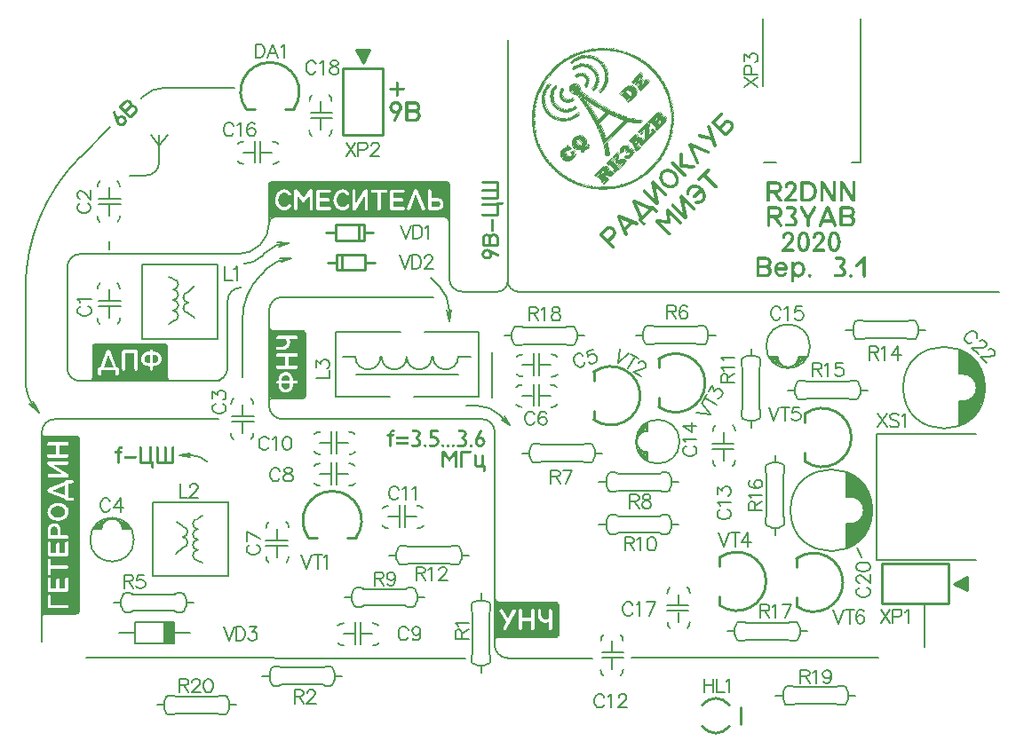
<source format=gto>
G04*
G04 #@! TF.GenerationSoftware,Altium Limited,Altium Designer,21.0.8 (223)*
G04*
G04 Layer_Color=65535*
%FSLAX44Y44*%
%MOMM*%
G71*
G04*
G04 #@! TF.SameCoordinates,817B6129-E2F9-410E-B20C-35ABB6862B10*
G04*
G04*
G04 #@! TF.FilePolarity,Positive*
G04*
G01*
G75*
%ADD10C,0.2000*%
%ADD11C,0.2540*%
%ADD12C,0.2000*%
%ADD13C,0.2500*%
%ADD14C,0.1500*%
%ADD15C,0.0254*%
%ADD16R,1.0000X2.0000*%
G36*
X393400Y679431D02*
X387049Y666731D01*
X380700Y679431D01*
X393400D01*
D02*
G37*
G36*
X847796Y227250D02*
X852597D01*
X853768Y227307D01*
X856065Y227764D01*
X858230Y228661D01*
X860178Y229963D01*
X861046Y230750D01*
X861890Y231681D01*
X863285Y233768D01*
X864245Y236087D01*
X864734Y238548D01*
X864796Y239803D01*
X864796Y239803D01*
X864796Y241500D01*
X864750Y242446D01*
X864381Y244303D01*
X863656Y246052D01*
X862604Y247626D01*
X861968Y248328D01*
X861968Y248328D01*
X858296Y252000D01*
X857986Y252281D01*
X857290Y252746D01*
X856517Y253066D01*
X855697Y253229D01*
X855278Y253250D01*
X855279Y253250D01*
X847546Y253750D01*
X847268Y273779D01*
X847376Y273974D01*
X847532Y274393D01*
X847603Y274834D01*
X847587Y275280D01*
X847546Y275500D01*
X847665Y275619D01*
X847945Y275806D01*
X848255Y275935D01*
X848585Y276000D01*
X848754Y276000D01*
X849710Y276002D01*
X851586Y275633D01*
X853355Y274905D01*
X854947Y273846D01*
X855625Y273172D01*
X855625Y273172D01*
X866705Y262091D01*
X867084Y261713D01*
X867678Y260823D01*
X868088Y259834D01*
X868297Y258785D01*
X868296Y258250D01*
X868950Y257596D01*
X869978Y256058D01*
X870686Y254350D01*
X871047Y252536D01*
X871046Y251611D01*
X871046Y251611D01*
X871046Y250000D01*
X871284Y249762D01*
X871658Y249203D01*
X871915Y248582D01*
X872047Y247922D01*
X872046Y247586D01*
X872046Y247586D01*
X872046Y233200D01*
X872047Y232023D01*
X871587Y229714D01*
X870686Y227539D01*
X869379Y225582D01*
X868546Y224750D01*
X868547Y223858D01*
X868199Y222109D01*
X867516Y220462D01*
X866525Y218979D01*
X865895Y218348D01*
X865895Y218348D01*
X856155Y208609D01*
X855357Y207810D01*
X853478Y206555D01*
X851391Y205691D01*
X849176Y205250D01*
X848046Y205250D01*
X848046D01*
X847796Y227250D01*
D02*
G37*
G36*
X962731Y163850D02*
X950031Y170200D01*
X962731Y176550D01*
Y163850D01*
D02*
G37*
G36*
X955250Y344250D02*
X960050D01*
X961221Y344308D01*
X963519Y344765D01*
X965683Y345661D01*
X967631Y346963D01*
X968500Y347750D01*
X969344Y348681D01*
X970738Y350768D01*
X971699Y353087D01*
X972188Y355548D01*
X972250Y356803D01*
X972250Y356803D01*
X972250Y358500D01*
X972204Y359446D01*
X971834Y361303D01*
X971110Y363052D01*
X970058Y364626D01*
X969421Y365328D01*
X969422Y365328D01*
X965750Y369000D01*
X965440Y369281D01*
X964744Y369746D01*
X963971Y370066D01*
X963150Y370229D01*
X962732Y370250D01*
X962732Y370250D01*
X955000Y370750D01*
X954721Y390779D01*
X954829Y390975D01*
X954985Y391393D01*
X955057Y391834D01*
X955041Y392280D01*
X955000Y392500D01*
X955119Y392619D01*
X955398Y392806D01*
X955709Y392934D01*
X956039Y393000D01*
X956207Y393000D01*
Y393000D01*
X957163Y393002D01*
X959040Y392633D01*
X960808Y391905D01*
X962401Y390846D01*
X963078Y390172D01*
X963078Y390172D01*
X974159Y379091D01*
X974537Y378713D01*
X975132Y377823D01*
X975541Y376834D01*
X975750Y375785D01*
X975750Y375250D01*
X975750Y375250D01*
X976404Y374596D01*
X977432Y373058D01*
X978139Y371350D01*
X978500Y369536D01*
X978500Y368611D01*
X978500Y368611D01*
X978500Y367000D01*
X978738Y366762D01*
X979112Y366203D01*
X979369Y365582D01*
X979500Y364922D01*
X979500Y364586D01*
X979500Y364586D01*
X979500Y350200D01*
X979500Y349023D01*
X979041Y346714D01*
X978140Y344539D01*
X976832Y342582D01*
X976000Y341750D01*
X976000Y340858D01*
X975652Y339109D01*
X974970Y337462D01*
X973979Y335979D01*
X973348Y335348D01*
X973348Y335348D01*
X963609Y325609D01*
X962810Y324810D01*
X960932Y323555D01*
X958845Y322691D01*
X956629Y322250D01*
X955500Y322250D01*
X955500D01*
X955250Y344250D01*
D02*
G37*
G36*
X157243Y301279D02*
X157405Y301256D01*
X157613Y301164D01*
X157821Y301025D01*
X158006Y300840D01*
X158122Y300562D01*
X158145Y300377D01*
X158168Y300192D01*
Y300145D01*
X158145Y300053D01*
X158122Y299914D01*
X158076Y299729D01*
X157960Y299567D01*
X157821Y299382D01*
X157613Y299266D01*
X157335Y299174D01*
X156849D01*
X156618Y299150D01*
X155762D01*
X155669Y299127D01*
X155530Y299081D01*
X155368Y298988D01*
X155183Y298873D01*
X155044Y298688D01*
X154952Y298456D01*
X154906Y298155D01*
Y297230D01*
X155160D01*
X155368Y297253D01*
X155438D01*
X155577Y297276D01*
X156086D01*
X156178Y297253D01*
X156456Y297207D01*
X156780Y297137D01*
X157081Y296998D01*
X157358Y296790D01*
X157451Y296651D01*
X157543Y296513D01*
X157590Y296327D01*
X157613Y296119D01*
Y296096D01*
Y296073D01*
X157590Y295934D01*
X157520Y295749D01*
X157405Y295541D01*
X157312Y295425D01*
X157196Y295332D01*
X157081Y295240D01*
X156919Y295147D01*
X156710Y295078D01*
X156502Y295008D01*
X156248Y294985D01*
X155947Y294962D01*
X155623D01*
X155392Y294985D01*
X155345D01*
X155206Y295008D01*
X154906D01*
Y285938D01*
Y285915D01*
Y285891D01*
X154882Y285776D01*
X154859Y285591D01*
X154767Y285382D01*
X154628Y285174D01*
X154443Y285012D01*
X154165Y284873D01*
X153980Y284850D01*
X153795Y284827D01*
X153749D01*
X153633Y284850D01*
X153448Y284897D01*
X153239Y284966D01*
X153031Y285105D01*
X152869Y285290D01*
X152730Y285567D01*
X152707Y285753D01*
X152684Y285938D01*
Y295008D01*
X152407D01*
X152175Y294985D01*
X151990D01*
X151805Y294962D01*
X151481D01*
X151388Y294985D01*
X151111Y295032D01*
X150810Y295101D01*
X150509Y295240D01*
X150231Y295448D01*
X150139Y295587D01*
X150046Y295749D01*
X150000Y295911D01*
X149977Y296119D01*
Y296142D01*
Y296165D01*
X150000Y296304D01*
X150069Y296489D01*
X150185Y296698D01*
X150278Y296813D01*
X150393Y296906D01*
X150532Y296998D01*
X150694Y297091D01*
X150879Y297160D01*
X151111Y297230D01*
X151365Y297253D01*
X151666Y297276D01*
X151967D01*
X152198Y297253D01*
X152383D01*
X152545Y297230D01*
X152684D01*
Y297253D01*
Y297276D01*
Y297415D01*
X152707Y297600D01*
X152730Y297878D01*
X152777Y298179D01*
X152846Y298526D01*
X152939Y298896D01*
X153077Y299266D01*
X153239Y299636D01*
X153448Y300007D01*
X153702Y300354D01*
X154003Y300678D01*
X154350Y300932D01*
X154767Y301117D01*
X155253Y301256D01*
X155530Y301302D01*
X157104D01*
X157243Y301279D01*
D02*
G37*
G36*
X170363Y292093D02*
X170548Y292047D01*
X170756Y291977D01*
X170964Y291838D01*
X171126Y291630D01*
X171219Y291514D01*
X171265Y291352D01*
X171288Y291190D01*
X171311Y290982D01*
Y290959D01*
Y290936D01*
X171288Y290820D01*
X171242Y290635D01*
X171173Y290427D01*
X171034Y290219D01*
X170825Y290057D01*
X170710Y289964D01*
X170548Y289918D01*
X170386Y289895D01*
X170177Y289872D01*
X160181D01*
X160066Y289895D01*
X159881Y289941D01*
X159672Y290010D01*
X159464Y290149D01*
X159302Y290334D01*
X159163Y290612D01*
X159140Y290797D01*
X159117Y290982D01*
Y291005D01*
Y291028D01*
X159140Y291167D01*
X159186Y291352D01*
X159256Y291561D01*
X159395Y291769D01*
X159580Y291931D01*
X159857Y292070D01*
X160042Y292093D01*
X160228Y292116D01*
X170224D01*
X170363Y292093D01*
D02*
G37*
G36*
X198732Y301372D02*
X198847Y301349D01*
X199009Y301302D01*
X199148Y301233D01*
X199310Y301140D01*
X199449Y301025D01*
X199472Y301001D01*
X199518Y300955D01*
X199565Y300886D01*
X199634Y300770D01*
X199703Y300631D01*
X199773Y300469D01*
X199796Y300284D01*
X199819Y300076D01*
Y287419D01*
X204655D01*
Y300076D01*
Y300099D01*
Y300168D01*
X204678Y300261D01*
X204701Y300400D01*
X204748Y300539D01*
X204794Y300701D01*
X204887Y300840D01*
X205002Y300978D01*
X205026Y301001D01*
X205072Y301048D01*
X205141Y301094D01*
X205257Y301164D01*
X205373Y301233D01*
X205534Y301302D01*
X205720Y301325D01*
X205928Y301349D01*
X206021D01*
X206113Y301325D01*
X206252Y301302D01*
X206391Y301256D01*
X206553Y301187D01*
X206691Y301094D01*
X206830Y300978D01*
X206854Y300955D01*
X206900Y300909D01*
X206946Y300840D01*
X207015Y300747D01*
X207085Y300608D01*
X207154Y300446D01*
X207177Y300284D01*
X207201Y300076D01*
Y286146D01*
Y286123D01*
Y286054D01*
X207177Y285961D01*
X207154Y285845D01*
X207108Y285706D01*
X207039Y285544D01*
X206946Y285406D01*
X206807Y285244D01*
X206784Y285220D01*
X206738Y285197D01*
X206668Y285128D01*
X206553Y285058D01*
X206437Y284989D01*
X206275Y284943D01*
X206113Y284897D01*
X205928Y284873D01*
X191072D01*
X190980Y284897D01*
X190864Y284920D01*
X190725Y284966D01*
X190563Y285035D01*
X190424Y285128D01*
X190263Y285244D01*
X190239Y285267D01*
X190216Y285313D01*
X190147Y285406D01*
X190077Y285498D01*
X190008Y285637D01*
X189962Y285799D01*
X189915Y285961D01*
X189892Y286146D01*
Y300076D01*
Y300099D01*
Y300168D01*
X189915Y300261D01*
X189939Y300400D01*
X189985Y300539D01*
X190031Y300701D01*
X190124Y300840D01*
X190239Y300978D01*
X190263Y301001D01*
X190309Y301048D01*
X190378Y301094D01*
X190494Y301164D01*
X190633Y301233D01*
X190795Y301302D01*
X190957Y301325D01*
X191165Y301349D01*
X191257D01*
X191350Y301325D01*
X191489Y301302D01*
X191628Y301256D01*
X191790Y301187D01*
X191929Y301094D01*
X192067Y300978D01*
X192090Y300955D01*
X192137Y300909D01*
X192183Y300840D01*
X192253Y300747D01*
X192322Y300608D01*
X192391Y300446D01*
X192414Y300284D01*
X192438Y300076D01*
Y287419D01*
X197274D01*
Y300076D01*
Y300099D01*
Y300122D01*
Y300192D01*
X197297Y300284D01*
X197343Y300492D01*
X197436Y300747D01*
X197575Y300978D01*
X197806Y301187D01*
X197945Y301279D01*
X198107Y301349D01*
X198315Y301372D01*
X198523Y301395D01*
X198616D01*
X198732Y301372D01*
D02*
G37*
G36*
X184802Y301534D02*
X184940Y301511D01*
X185079Y301464D01*
X185241Y301418D01*
X185380Y301325D01*
X185519Y301210D01*
X185542Y301187D01*
X185588Y301140D01*
X185635Y301071D01*
X185704Y300955D01*
X185774Y300840D01*
X185843Y300678D01*
X185866Y300492D01*
X185889Y300284D01*
Y287419D01*
X186028D01*
X186121Y287395D01*
X186375Y287349D01*
X186653Y287257D01*
X186931Y287118D01*
X187185Y286887D01*
X187278Y286748D01*
X187347Y286562D01*
X187393Y286377D01*
X187416Y286146D01*
Y281819D01*
Y281796D01*
Y281773D01*
Y281703D01*
X187393Y281611D01*
X187347Y281402D01*
X187254Y281171D01*
X187116Y280917D01*
X186884Y280708D01*
X186745Y280616D01*
X186560Y280546D01*
X186375Y280523D01*
X186144Y280500D01*
X186051D01*
X185935Y280523D01*
X185820Y280546D01*
X185658Y280593D01*
X185519Y280662D01*
X185357Y280755D01*
X185218Y280893D01*
X185195Y280917D01*
X185172Y280963D01*
X185102Y281032D01*
X185056Y281148D01*
X184987Y281287D01*
X184917Y281449D01*
X184894Y281611D01*
X184871Y281819D01*
Y284873D01*
X174852D01*
X174759Y284897D01*
X174643Y284920D01*
X174505Y284966D01*
X174366Y285035D01*
X174204Y285128D01*
X174065Y285244D01*
X174042Y285267D01*
X174019Y285313D01*
X173949Y285406D01*
X173880Y285498D01*
X173810Y285637D01*
X173764Y285799D01*
X173718Y285961D01*
X173695Y286146D01*
Y300284D01*
Y300307D01*
Y300331D01*
X173718Y300492D01*
X173764Y300678D01*
X173857Y300932D01*
X173995Y301164D01*
X174227Y301349D01*
X174366Y301441D01*
X174528Y301511D01*
X174736Y301534D01*
X174944Y301557D01*
X175037D01*
X175152Y301534D01*
X175268Y301511D01*
X175430Y301464D01*
X175569Y301418D01*
X175731Y301325D01*
X175870Y301210D01*
X175893Y301187D01*
X175939Y301140D01*
X175986Y301071D01*
X176055Y300955D01*
X176124Y300840D01*
X176194Y300678D01*
X176217Y300492D01*
X176240Y300284D01*
Y287419D01*
X183344D01*
Y300284D01*
Y300307D01*
Y300331D01*
X183367Y300492D01*
X183413Y300678D01*
X183506Y300932D01*
X183645Y301164D01*
X183876Y301349D01*
X184038Y301441D01*
X184200Y301511D01*
X184385Y301534D01*
X184617Y301557D01*
X184709D01*
X184802Y301534D01*
D02*
G37*
G36*
X469132Y519500D02*
X298000D01*
Y553836D01*
X469132D01*
Y519500D01*
D02*
G37*
G36*
X515517Y554462D02*
X515633Y554439D01*
X515772Y554393D01*
X515934Y554324D01*
X516073Y554231D01*
X516235Y554092D01*
X516258Y554069D01*
X516281Y554023D01*
X516351Y553953D01*
X516420Y553838D01*
X516489Y553722D01*
X516536Y553560D01*
X516582Y553398D01*
X516605Y553213D01*
Y538357D01*
X516582Y538265D01*
X516559Y538149D01*
X516512Y538010D01*
X516443Y537848D01*
X516351Y537710D01*
X516235Y537547D01*
X516212Y537524D01*
X516165Y537501D01*
X516073Y537432D01*
X515980Y537362D01*
X515841Y537293D01*
X515679Y537247D01*
X515517Y537200D01*
X515332Y537177D01*
X501402D01*
X501379D01*
X501310D01*
X501217Y537200D01*
X501078Y537224D01*
X500940Y537270D01*
X500778Y537316D01*
X500639Y537409D01*
X500500Y537524D01*
X500477Y537547D01*
X500430Y537594D01*
X500384Y537663D01*
X500315Y537779D01*
X500245Y537918D01*
X500176Y538080D01*
X500153Y538242D01*
X500130Y538450D01*
Y538543D01*
X500153Y538635D01*
X500176Y538774D01*
X500222Y538913D01*
X500292Y539075D01*
X500384Y539214D01*
X500500Y539352D01*
X500523Y539375D01*
X500569Y539422D01*
X500639Y539468D01*
X500731Y539538D01*
X500870Y539607D01*
X501032Y539676D01*
X501194Y539700D01*
X501402Y539723D01*
X514060D01*
Y544559D01*
X501402D01*
X501379D01*
X501356D01*
X501287D01*
X501194Y544582D01*
X500986Y544628D01*
X500731Y544721D01*
X500500Y544860D01*
X500292Y545091D01*
X500199Y545230D01*
X500130Y545392D01*
X500107Y545600D01*
X500084Y545808D01*
Y545901D01*
X500107Y546017D01*
X500130Y546132D01*
X500176Y546294D01*
X500245Y546433D01*
X500338Y546595D01*
X500454Y546734D01*
X500477Y546757D01*
X500523Y546803D01*
X500592Y546850D01*
X500708Y546919D01*
X500847Y546988D01*
X501009Y547058D01*
X501194Y547081D01*
X501402Y547104D01*
X514060D01*
Y551940D01*
X501402D01*
X501379D01*
X501310D01*
X501217Y551963D01*
X501078Y551987D01*
X500940Y552033D01*
X500778Y552079D01*
X500639Y552172D01*
X500500Y552287D01*
X500477Y552310D01*
X500430Y552357D01*
X500384Y552426D01*
X500315Y552542D01*
X500245Y552658D01*
X500176Y552820D01*
X500153Y553005D01*
X500130Y553213D01*
Y553305D01*
X500153Y553398D01*
X500176Y553537D01*
X500222Y553676D01*
X500292Y553838D01*
X500384Y553977D01*
X500500Y554115D01*
X500523Y554138D01*
X500569Y554185D01*
X500639Y554231D01*
X500731Y554300D01*
X500870Y554370D01*
X501032Y554439D01*
X501194Y554462D01*
X501402Y554486D01*
X515332D01*
X515355D01*
X515425D01*
X515517Y554462D01*
D02*
G37*
G36*
X519868Y534678D02*
X520076Y534632D01*
X520307Y534539D01*
X520562Y534401D01*
X520770Y534169D01*
X520863Y534030D01*
X520932Y533845D01*
X520955Y533660D01*
X520978Y533429D01*
Y533336D01*
X520955Y533220D01*
X520932Y533105D01*
X520886Y532943D01*
X520816Y532804D01*
X520724Y532642D01*
X520585Y532503D01*
X520562Y532480D01*
X520516Y532457D01*
X520446Y532387D01*
X520330Y532341D01*
X520192Y532272D01*
X520030Y532202D01*
X519868Y532179D01*
X519659Y532156D01*
X516605D01*
Y522137D01*
X516582Y522044D01*
X516559Y521928D01*
X516512Y521790D01*
X516443Y521651D01*
X516351Y521489D01*
X516235Y521350D01*
X516212Y521327D01*
X516165Y521304D01*
X516073Y521234D01*
X515980Y521165D01*
X515841Y521095D01*
X515679Y521049D01*
X515517Y521003D01*
X515332Y520980D01*
X501194D01*
X501171D01*
X501148D01*
X500986Y521003D01*
X500801Y521049D01*
X500546Y521142D01*
X500315Y521281D01*
X500130Y521512D01*
X500037Y521651D01*
X499968Y521813D01*
X499945Y522021D01*
X499921Y522229D01*
Y522322D01*
X499945Y522438D01*
X499968Y522553D01*
X500014Y522715D01*
X500060Y522854D01*
X500153Y523016D01*
X500269Y523155D01*
X500292Y523178D01*
X500338Y523224D01*
X500407Y523270D01*
X500523Y523340D01*
X500639Y523409D01*
X500801Y523479D01*
X500986Y523502D01*
X501194Y523525D01*
X514060D01*
Y530629D01*
X501194D01*
X501171D01*
X501148D01*
X500986Y530652D01*
X500801Y530698D01*
X500546Y530791D01*
X500315Y530930D01*
X500130Y531161D01*
X500037Y531323D01*
X499968Y531485D01*
X499945Y531670D01*
X499921Y531902D01*
Y531994D01*
X499945Y532087D01*
X499968Y532225D01*
X500014Y532364D01*
X500060Y532526D01*
X500153Y532665D01*
X500269Y532804D01*
X500292Y532827D01*
X500338Y532873D01*
X500407Y532920D01*
X500523Y532989D01*
X500639Y533059D01*
X500801Y533128D01*
X500986Y533151D01*
X501194Y533174D01*
X514060D01*
Y533313D01*
X514083Y533406D01*
X514129Y533660D01*
X514222Y533938D01*
X514361Y534215D01*
X514592Y534470D01*
X514731Y534562D01*
X514916Y534632D01*
X515101Y534678D01*
X515332Y534701D01*
X519659D01*
X519683D01*
X519706D01*
X519775D01*
X519868Y534678D01*
D02*
G37*
G36*
X510658Y518573D02*
X510843Y518527D01*
X511051Y518457D01*
X511260Y518319D01*
X511422Y518110D01*
X511514Y517995D01*
X511561Y517833D01*
X511584Y517671D01*
X511607Y517463D01*
Y507466D01*
X511584Y507351D01*
X511538Y507165D01*
X511468Y506957D01*
X511329Y506749D01*
X511144Y506587D01*
X510866Y506448D01*
X510681Y506425D01*
X510496Y506402D01*
X510473D01*
X510450D01*
X510311Y506425D01*
X510126Y506471D01*
X509918Y506541D01*
X509709Y506680D01*
X509548Y506865D01*
X509409Y507142D01*
X509385Y507327D01*
X509362Y507513D01*
Y517509D01*
X509385Y517648D01*
X509432Y517833D01*
X509501Y518041D01*
X509640Y518249D01*
X509848Y518411D01*
X509964Y518504D01*
X510126Y518550D01*
X510288Y518573D01*
X510496Y518596D01*
X510519D01*
X510542D01*
X510658Y518573D01*
D02*
G37*
G36*
X512116Y504597D02*
X512301Y504574D01*
X512509Y504551D01*
X512741Y504505D01*
X512972Y504458D01*
X513527Y504273D01*
X513828Y504180D01*
X514106Y504042D01*
X514407Y503880D01*
X514684Y503695D01*
X514962Y503486D01*
X515240Y503232D01*
X515263Y503209D01*
X515309Y503162D01*
X515355Y503093D01*
X515448Y502977D01*
X515564Y502838D01*
X515679Y502676D01*
X515795Y502491D01*
X515911Y502283D01*
X516050Y502029D01*
X516165Y501774D01*
X516397Y501172D01*
X516489Y500848D01*
X516536Y500501D01*
X516582Y500154D01*
X516605Y499761D01*
Y493490D01*
X516582Y493397D01*
X516559Y493282D01*
X516512Y493143D01*
X516443Y492981D01*
X516351Y492842D01*
X516235Y492680D01*
X516212Y492657D01*
X516165Y492634D01*
X516073Y492565D01*
X515980Y492495D01*
X515841Y492426D01*
X515679Y492379D01*
X515517Y492333D01*
X515332Y492310D01*
X501611D01*
X501587D01*
X501518D01*
X501426Y492333D01*
X501310Y492356D01*
X501171Y492402D01*
X501032Y492472D01*
X500870Y492565D01*
X500731Y492680D01*
X500708Y492703D01*
X500662Y492750D01*
X500616Y492842D01*
X500523Y492935D01*
X500454Y493074D01*
X500407Y493236D01*
X500361Y493397D01*
X500338Y493583D01*
Y500015D01*
X500361Y500154D01*
X500384Y500316D01*
X500407Y500501D01*
X500500Y500941D01*
X500662Y501450D01*
X500778Y501728D01*
X500893Y502005D01*
X501055Y502283D01*
X501240Y502538D01*
X501449Y502815D01*
X501680Y503070D01*
X501703Y503093D01*
X501749Y503139D01*
X501819Y503186D01*
X501912Y503278D01*
X502050Y503371D01*
X502212Y503486D01*
X502374Y503625D01*
X502583Y503741D01*
X503068Y503995D01*
X503601Y504204D01*
X503925Y504296D01*
X504225Y504366D01*
X504572Y504389D01*
X504920Y504412D01*
X504943D01*
X505012D01*
X505105D01*
X505243Y504389D01*
X505406Y504366D01*
X505591Y504342D01*
X506030Y504250D01*
X506516Y504088D01*
X506794Y503972D01*
X507072Y503833D01*
X507349Y503671D01*
X507604Y503509D01*
X507881Y503278D01*
X508136Y503047D01*
X508159Y503070D01*
X508205Y503116D01*
X508275Y503186D01*
X508391Y503301D01*
X508529Y503417D01*
X508691Y503556D01*
X508900Y503695D01*
X509108Y503833D01*
X509362Y503972D01*
X509640Y504134D01*
X509941Y504250D01*
X510265Y504366D01*
X510612Y504481D01*
X510982Y504551D01*
X511352Y504597D01*
X511769Y504620D01*
X511792D01*
X511861D01*
X511977D01*
X512116Y504597D01*
D02*
G37*
G36*
X505637Y489903D02*
X505938Y489857D01*
X506285Y489788D01*
X506655Y489695D01*
X507072Y489580D01*
X507465Y489394D01*
X516096Y485160D01*
X516119Y485137D01*
X516212Y485090D01*
X516304Y484998D01*
X516443Y484882D01*
X516559Y484720D01*
X516674Y484535D01*
X516767Y484304D01*
X516790Y484026D01*
Y483957D01*
X516767Y483864D01*
X516744Y483748D01*
X516651Y483471D01*
X516582Y483332D01*
X516466Y483170D01*
X516443Y483147D01*
X516397Y483101D01*
X516327Y483031D01*
X516212Y482962D01*
X516096Y482892D01*
X515934Y482823D01*
X515749Y482777D01*
X515541Y482753D01*
X515517D01*
X515494D01*
X515379Y482777D01*
X515193Y482823D01*
X514962Y482892D01*
X514916Y482915D01*
X514800Y482985D01*
X514615Y483077D01*
X514361Y483216D01*
X514036Y483401D01*
X513643Y483610D01*
X513157Y483841D01*
X512625Y484095D01*
X512602D01*
X512579Y484119D01*
X512509Y484142D01*
X512417Y484188D01*
X512185Y484304D01*
X511908Y484443D01*
X511538Y484605D01*
X511144Y484790D01*
X510728Y484975D01*
X510288Y485183D01*
Y485067D01*
X510311Y484975D01*
Y484674D01*
X510288Y484512D01*
X510265Y484327D01*
X510242Y484119D01*
X510195Y483887D01*
X510126Y483610D01*
X509964Y483054D01*
X509825Y482730D01*
X509686Y482430D01*
X509524Y482129D01*
X509339Y481805D01*
X509108Y481527D01*
X508853Y481226D01*
X508830Y481203D01*
X508784Y481157D01*
X508691Y481087D01*
X508576Y480995D01*
X508437Y480879D01*
X508275Y480763D01*
X508066Y480625D01*
X507835Y480486D01*
X507581Y480347D01*
X507303Y480208D01*
X507002Y480092D01*
X506678Y479977D01*
X506331Y479884D01*
X505984Y479815D01*
X505591Y479768D01*
X505197Y479745D01*
X505174D01*
X505105D01*
X504989D01*
X504827Y479768D01*
X504642Y479792D01*
X504434Y479815D01*
X504179Y479861D01*
X503925Y479930D01*
X503346Y480092D01*
X503045Y480231D01*
X502744Y480370D01*
X502421Y480532D01*
X502143Y480717D01*
X501842Y480948D01*
X501564Y481203D01*
X501541Y481226D01*
X501495Y481273D01*
X501426Y481365D01*
X501333Y481481D01*
X501240Y481620D01*
X501102Y481782D01*
X500986Y481990D01*
X500847Y482221D01*
X500708Y482476D01*
X500592Y482753D01*
X500454Y483054D01*
X500361Y483378D01*
X500269Y483725D01*
X500199Y484095D01*
X500153Y484489D01*
X500130Y484882D01*
Y485090D01*
X500153Y485252D01*
X500176Y485438D01*
X500199Y485646D01*
X500245Y485900D01*
X500315Y486155D01*
X500477Y486733D01*
X500592Y487034D01*
X500731Y487335D01*
X500893Y487636D01*
X501102Y487937D01*
X501310Y488214D01*
X501564Y488492D01*
X501587Y488515D01*
X501634Y488561D01*
X501703Y488631D01*
X501819Y488723D01*
X501958Y488816D01*
X502143Y488955D01*
X502328Y489071D01*
X502559Y489209D01*
X502814Y489348D01*
X503092Y489464D01*
X503369Y489603D01*
X503693Y489695D01*
X504040Y489788D01*
X504411Y489857D01*
X504804Y489903D01*
X505197Y489927D01*
X505220D01*
X505243D01*
X505313D01*
X505406D01*
X505637Y489903D01*
D02*
G37*
G36*
X200285Y363750D02*
X129375D01*
Y398792D01*
X200285D01*
Y363750D01*
D02*
G37*
G36*
X116250Y310855D02*
Y141750D01*
X81153D01*
Y310855D01*
X116250D01*
D02*
G37*
G36*
X331750Y347750D02*
X297414D01*
Y412219D01*
X331750D01*
Y347750D01*
D02*
G37*
G36*
X728960Y620001D02*
X729137Y619942D01*
X729353Y619844D01*
X729530Y619707D01*
X729746Y619530D01*
X729765Y619510D01*
X729785Y619491D01*
X729883Y619353D01*
X730021Y619137D01*
X730138Y618862D01*
X730217Y618549D01*
X730197Y618176D01*
X730138Y617999D01*
X730060Y617803D01*
X729922Y617626D01*
X729746Y617410D01*
X722953Y610618D01*
X726428Y607143D01*
X730767Y611481D01*
X730924Y611599D01*
X731081Y611717D01*
X731277Y611874D01*
X731513Y612031D01*
X731768Y612168D01*
X732357Y612482D01*
X732710Y612640D01*
X733063Y612757D01*
X733456Y612875D01*
X733848Y612954D01*
X734261Y613013D01*
X734712Y613032D01*
X734948D01*
X735125Y613013D01*
X735321Y612973D01*
X735576Y612954D01*
X735831Y612895D01*
X736126Y612836D01*
X736440Y612757D01*
X736774Y612620D01*
X737461Y612326D01*
X737794Y612149D01*
X738148Y611913D01*
X738481Y611658D01*
X738815Y611364D01*
X738835Y611344D01*
X738894Y611285D01*
X738972Y611207D01*
X739090Y611049D01*
X739208Y610892D01*
X739365Y610696D01*
X739502Y610480D01*
X739659Y610205D01*
X739973Y609616D01*
X740130Y609263D01*
X740248Y608910D01*
X740366Y608517D01*
X740425Y608105D01*
X740484Y607693D01*
X740503Y607241D01*
Y607202D01*
Y607123D01*
Y607006D01*
X740464Y606848D01*
X740444Y606632D01*
X740405Y606397D01*
X740366Y606122D01*
X740287Y605847D01*
X740189Y605514D01*
X740091Y605180D01*
X739777Y604512D01*
X739581Y604159D01*
X739345Y603806D01*
X739090Y603472D01*
X738795Y603138D01*
X733475Y597818D01*
X733377Y597759D01*
X733260Y597681D01*
X733103Y597602D01*
X732906Y597524D01*
X732710Y597485D01*
X732474Y597445D01*
X732435D01*
X732376Y597465D01*
X732239Y597485D01*
X732101Y597504D01*
X731925Y597563D01*
X731748Y597661D01*
X731571Y597759D01*
X731395Y597897D01*
X719754Y609538D01*
X719734Y609557D01*
X719675Y609616D01*
X719616Y609715D01*
X719538Y609832D01*
X719459Y609989D01*
X719400Y610166D01*
X719341Y610382D01*
X719322Y610598D01*
Y610637D01*
Y610716D01*
X719361Y610834D01*
Y610991D01*
X719420Y611167D01*
X719518Y611344D01*
X719616Y611521D01*
X719754Y611697D01*
X727645Y619589D01*
X727783Y619687D01*
X727999Y619824D01*
X728273Y619942D01*
X728587Y620021D01*
X728960Y620001D01*
D02*
G37*
G36*
X716927Y608203D02*
X717084Y608164D01*
X717280Y608085D01*
X717457Y607987D01*
X717634Y607850D01*
X717653Y607830D01*
X717673Y607810D01*
X717771Y607673D01*
X717908Y607457D01*
X718026Y607182D01*
X723896Y589063D01*
Y589024D01*
X723935Y588906D01*
X723955Y588729D01*
X723974Y588513D01*
X723955Y588258D01*
X723876Y587983D01*
X723758Y587708D01*
X723562Y587473D01*
X723484Y587394D01*
X723385Y587335D01*
X723268Y587257D01*
X723111Y587178D01*
X722934Y587080D01*
X722738Y587041D01*
X722502Y587002D01*
X722384D01*
X722286Y587021D01*
X722129Y587061D01*
X721933Y587100D01*
X721776Y587178D01*
X721579Y587296D01*
X721403Y587434D01*
X721383Y587453D01*
X721363Y587473D01*
X721304Y587532D01*
X721245Y587630D01*
X721108Y587846D01*
X720971Y588140D01*
X719106Y593931D01*
X707465Y596424D01*
X707445Y596444D01*
X707386Y596464D01*
X707288Y596483D01*
X707190Y596542D01*
X706935Y596640D01*
X706680Y596856D01*
X706660Y596876D01*
X706601Y596935D01*
X706542Y597033D01*
X706463Y597151D01*
X706385Y597308D01*
X706326Y597485D01*
X706267Y597701D01*
Y597936D01*
Y597975D01*
Y598054D01*
X706307Y598172D01*
X706326Y598348D01*
X706385Y598525D01*
X706483Y598702D01*
X706581Y598878D01*
X706719Y599055D01*
X706817Y599153D01*
X706915Y599212D01*
X707092Y599310D01*
X707288Y599389D01*
X707524Y599428D01*
X707779Y599448D01*
X708093Y599408D01*
X718007Y597308D01*
X715121Y606240D01*
Y606279D01*
X715081Y606397D01*
X715062Y606574D01*
X715042Y606790D01*
X715081Y607025D01*
X715140Y607280D01*
X715238Y607536D01*
X715435Y607771D01*
X715513Y607850D01*
X715611Y607909D01*
X715749Y608007D01*
X715906Y608085D01*
X716102Y608164D01*
X716299Y608203D01*
X716534Y608242D01*
X716770D01*
X716927Y608203D01*
D02*
G37*
G36*
X699652Y590653D02*
X716730Y583743D01*
X716789Y583723D01*
X716907Y583645D01*
X717064Y583527D01*
X717261Y583370D01*
X717280Y583350D01*
X717339Y583292D01*
X717398Y583193D01*
X717476Y583075D01*
X717555Y582919D01*
X717614Y582742D01*
X717673Y582526D01*
Y582290D01*
Y582251D01*
X717653Y582192D01*
X717634Y582055D01*
X717594Y581937D01*
X717535Y581760D01*
X717457Y581564D01*
X717319Y581387D01*
X717182Y581211D01*
X717162Y581191D01*
X717045Y581113D01*
X716907Y581014D01*
X716730Y580916D01*
X716495Y580838D01*
X716220Y580798D01*
X715906D01*
X715572Y580896D01*
X701242Y586707D01*
X707366Y572769D01*
Y572730D01*
X707406Y572612D01*
X707465Y572436D01*
X707484Y572220D01*
Y571945D01*
X707406Y571670D01*
X707288Y571395D01*
X707092Y571120D01*
X707013Y571042D01*
X706915Y570983D01*
X706778Y570885D01*
X706621Y570806D01*
X706444Y570708D01*
X706248Y570669D01*
X706012Y570630D01*
X705894D01*
X705796Y570649D01*
X705659Y570669D01*
X705462Y570708D01*
X705305Y570787D01*
X705129Y570885D01*
X704952Y571022D01*
X704932Y571042D01*
X704913Y571062D01*
X704815Y571160D01*
X704697Y571317D01*
X704579Y571513D01*
X697237Y588160D01*
X697217Y588180D01*
Y588219D01*
X697198Y588396D01*
X697178Y588651D01*
Y588847D01*
X697217Y589043D01*
Y589083D01*
X697237Y589142D01*
X697257Y589240D01*
X697296Y589397D01*
X697394Y589652D01*
X697473Y589770D01*
X697551Y589887D01*
X698022Y590359D01*
X698160Y590457D01*
X698395Y590535D01*
X698572Y590594D01*
X698768Y590633D01*
X698788Y590653D01*
X698866D01*
X699102Y590692D01*
X699534D01*
X699652Y590653D01*
D02*
G37*
G36*
X690445Y581878D02*
X690602Y581839D01*
X690779Y581780D01*
X690955Y581721D01*
X691132Y581584D01*
X691309Y581446D01*
X691328Y581427D01*
X691387Y581368D01*
X691446Y581269D01*
X691524Y581152D01*
X691603Y580995D01*
X691682Y580838D01*
X691740Y580622D01*
X691760Y580406D01*
X691897Y570414D01*
X702302Y569903D01*
X702341D01*
X702400Y569884D01*
X702498Y569864D01*
X702635Y569844D01*
X702812Y569785D01*
X702969Y569707D01*
X703126Y569589D01*
X703303Y569452D01*
X703323Y569432D01*
X703382Y569373D01*
X703440Y569275D01*
X703519Y569157D01*
X703617Y568981D01*
X703676Y568804D01*
X703735Y568588D01*
X703755Y568372D01*
Y568333D01*
X703735Y568274D01*
Y568156D01*
X703676Y568019D01*
X703637Y567862D01*
X703558Y567665D01*
X703440Y567508D01*
X703303Y567332D01*
X703224Y567253D01*
X703107Y567175D01*
X702989Y567096D01*
X702812Y566998D01*
X702596Y566939D01*
X702380Y566880D01*
X702145D01*
X690327Y567469D01*
X690288D01*
X690229Y567489D01*
X690111D01*
X689993Y567528D01*
X689640Y567646D01*
X689502Y567744D01*
X689326Y567881D01*
X689306Y567901D01*
X689247Y567960D01*
X689188Y568058D01*
X689110Y568176D01*
X689031Y568333D01*
X688972Y568509D01*
X688914Y568725D01*
X688894Y568941D01*
X688698Y580367D01*
Y580406D01*
Y580484D01*
X688717Y580582D01*
X688756Y580740D01*
X688815Y580916D01*
X688894Y581113D01*
X689012Y581269D01*
X689169Y581466D01*
X689247Y581544D01*
X689345Y581603D01*
X689463Y581682D01*
X689620Y581760D01*
X689797Y581819D01*
X690013Y581878D01*
X690229Y581898D01*
X690347D01*
X690445Y581878D01*
D02*
G37*
G36*
X682357Y573672D02*
X682533Y573614D01*
X682730Y573535D01*
X682926Y573417D01*
X683122Y573260D01*
X695117Y561266D01*
X695136Y561246D01*
X695195Y561187D01*
X695274Y561069D01*
X695352Y560952D01*
X695451Y560775D01*
X695509Y560559D01*
X695568Y560343D01*
Y560107D01*
Y560068D01*
X695549Y560009D01*
X695529Y559911D01*
X695470Y559774D01*
X695352Y559460D01*
X695235Y559303D01*
X695097Y559126D01*
X695038Y559067D01*
X694940Y559008D01*
X694822Y558930D01*
X694508Y558773D01*
X694312Y558694D01*
X694116Y558655D01*
X693880D01*
X693723Y558694D01*
X693546Y558753D01*
X693350Y558831D01*
X693154Y558949D01*
X692958Y559106D01*
X680963Y571101D01*
X680943Y571120D01*
X680884Y571179D01*
X680806Y571297D01*
X680708Y571434D01*
X680629Y571591D01*
X680570Y571807D01*
X680511Y572023D01*
Y572259D01*
Y572298D01*
X680531Y572357D01*
X680551Y572455D01*
X680590Y572612D01*
X680708Y572926D01*
X680826Y573083D01*
X680963Y573260D01*
X681042Y573339D01*
X681140Y573397D01*
X681257Y573476D01*
X681572Y573633D01*
X681748Y573692D01*
X681964Y573712D01*
X682200D01*
X682357Y573672D01*
D02*
G37*
G36*
X678450Y566232D02*
X678490D01*
X678627Y566213D01*
X678823Y566173D01*
X679079Y566115D01*
X679393Y566036D01*
X679766Y565938D01*
X680197Y565820D01*
X680649Y565683D01*
X681140Y565467D01*
X681650Y565270D01*
X682200Y564995D01*
X682730Y564701D01*
X683279Y564348D01*
X683829Y563955D01*
X684359Y563543D01*
X684889Y563052D01*
X684929Y563013D01*
X685007Y562934D01*
X685144Y562758D01*
X685321Y562581D01*
X685517Y562306D01*
X685792Y561992D01*
X686028Y561639D01*
X686322Y561226D01*
X686578Y560775D01*
X686872Y560284D01*
X687127Y559754D01*
X687382Y559185D01*
X687637Y558576D01*
X687814Y557928D01*
X687991Y557281D01*
X688089Y556594D01*
Y556554D01*
X688109Y556417D01*
Y556221D01*
X688128Y555926D01*
X688109Y555592D01*
X688089Y555180D01*
X688050Y554748D01*
X687991Y554258D01*
X687912Y553747D01*
X687775Y553217D01*
X687598Y552648D01*
X687363Y552098D01*
X687088Y551548D01*
X686754Y550979D01*
X686381Y550449D01*
X685910Y549939D01*
X685792Y549821D01*
X685635Y549703D01*
X685439Y549546D01*
X685164Y549350D01*
X684870Y549134D01*
X684497Y548918D01*
X684084Y548663D01*
X683633Y548447D01*
X683122Y548250D01*
X682573Y548054D01*
X681984Y547897D01*
X681356Y547779D01*
X680708Y547720D01*
X679982Y547701D01*
X679255Y547760D01*
X679216D01*
X679079Y547779D01*
X678882Y547818D01*
X678627Y547877D01*
X678313Y547956D01*
X677940Y548054D01*
X677508Y548172D01*
X677057Y548349D01*
X676566Y548525D01*
X676036Y548741D01*
X675506Y548996D01*
X674956Y549310D01*
X674406Y549664D01*
X673857Y550056D01*
X673327Y550469D01*
X672797Y550960D01*
X672757Y550999D01*
X672679Y551077D01*
X672541Y551254D01*
X672365Y551431D01*
X672149Y551725D01*
X671894Y552020D01*
X671658Y552373D01*
X671364Y552785D01*
X671108Y553237D01*
X670814Y553727D01*
X670559Y554258D01*
X670303Y554827D01*
X670088Y555435D01*
X669891Y556063D01*
X669715Y556711D01*
X669616Y557398D01*
Y557438D01*
X669597Y557575D01*
X669577Y557791D01*
Y558066D01*
Y558419D01*
X669616Y558812D01*
X669636Y559263D01*
X669695Y559754D01*
X669793Y560245D01*
X669930Y560814D01*
X670107Y561344D01*
X670323Y561913D01*
X670598Y562463D01*
X670932Y563032D01*
X671305Y563563D01*
X671776Y564073D01*
X671894Y564191D01*
X672051Y564308D01*
X672267Y564485D01*
X672502Y564681D01*
X672816Y564878D01*
X673189Y565094D01*
X673602Y565349D01*
X674053Y565565D01*
X674563Y565761D01*
X675113Y565957D01*
X675702Y566115D01*
X676350Y566213D01*
X677017Y566291D01*
X677724D01*
X678450Y566232D01*
D02*
G37*
G36*
X716654Y566917D02*
X716831Y566858D01*
X717047Y566760D01*
X717223Y566623D01*
X717439Y566446D01*
X717459Y566427D01*
X717478Y566407D01*
X717577Y566270D01*
X717714Y566054D01*
X717832Y565779D01*
X717910Y565465D01*
X717891Y565092D01*
X717832Y564915D01*
X717753Y564719D01*
X717616Y564542D01*
X717439Y564326D01*
X714043Y560930D01*
X724801Y550172D01*
X724820Y550153D01*
X724840Y550133D01*
X724938Y549996D01*
X725076Y549780D01*
X725193Y549505D01*
X725272Y549191D01*
X725252Y548818D01*
X725193Y548641D01*
X725115Y548445D01*
X724977Y548268D01*
X724801Y548052D01*
X724761Y548013D01*
X724604Y547895D01*
X724388Y547758D01*
X724114Y547640D01*
X723800Y547561D01*
X723427Y547581D01*
X723230Y547620D01*
X723034Y547699D01*
X722838Y547856D01*
X722641Y548013D01*
X711884Y558771D01*
X708487Y555374D01*
X708330Y555257D01*
X708134Y555139D01*
X707859Y555021D01*
X707525Y554923D01*
X707172Y554962D01*
X706976Y555001D01*
X706780Y555080D01*
X706583Y555237D01*
X706387Y555394D01*
X706367Y555414D01*
X706348Y555433D01*
X706230Y555590D01*
X706112Y555787D01*
X705975Y556081D01*
X705896Y556395D01*
X705935Y556749D01*
X705994Y556964D01*
X706073Y557161D01*
X706210Y557337D01*
X706387Y557553D01*
X715339Y566505D01*
X715476Y566603D01*
X715692Y566741D01*
X715967Y566858D01*
X716281Y566937D01*
X716654Y566917D01*
D02*
G37*
G36*
X663806Y555200D02*
X663982Y555180D01*
X664139Y555141D01*
X664316Y555043D01*
X664493Y554944D01*
X664669Y554807D01*
X676664Y542813D01*
X676684Y542793D01*
X676703Y542773D01*
X676801Y542636D01*
X676939Y542420D01*
X677057Y542145D01*
X677115Y541811D01*
X677096Y541438D01*
X677037Y541262D01*
X676958Y541065D01*
X676801Y540869D01*
X676625Y540653D01*
X676585Y540614D01*
X676448Y540516D01*
X676232Y540378D01*
X675957Y540261D01*
X675643Y540182D01*
X675270Y540202D01*
X675093Y540261D01*
X674897Y540339D01*
X674701Y540496D01*
X674504Y540653D01*
X665592Y549566D01*
X669126Y534136D01*
Y534097D01*
Y533979D01*
Y533861D01*
X669086Y533743D01*
X669047Y533586D01*
X669008Y533390D01*
X668988Y533370D01*
X668969Y533311D01*
X668910Y533135D01*
X668812Y532879D01*
X668694Y532722D01*
X668183Y532212D01*
X668085Y532153D01*
X667967Y532075D01*
X667830Y532016D01*
X667634Y531937D01*
X667437Y531898D01*
X667202Y531859D01*
X667084D01*
X666986Y531878D01*
X666829Y531918D01*
X666652Y531937D01*
X666476Y532035D01*
X666299Y532133D01*
X666122Y532271D01*
X654128Y544265D01*
X654108Y544285D01*
X654049Y544344D01*
X653971Y544462D01*
X653873Y544599D01*
X653794Y544756D01*
X653716Y544953D01*
X653657Y545168D01*
Y545404D01*
Y545443D01*
X653676Y545502D01*
X653696Y545600D01*
X653735Y545757D01*
X653774Y545914D01*
X653873Y546091D01*
X653990Y546248D01*
X654128Y546425D01*
X654167Y546464D01*
X654324Y546582D01*
X654520Y546700D01*
X654815Y546837D01*
X655129Y546916D01*
X655482Y546876D01*
X655678Y546837D01*
X655894Y546739D01*
X656071Y546601D01*
X656287Y546425D01*
X665219Y537493D01*
X661666Y552942D01*
Y552981D01*
Y553139D01*
X661686Y553354D01*
X661725Y553512D01*
X661784Y553688D01*
X661803Y553708D01*
Y553786D01*
X661882Y553983D01*
X661980Y554199D01*
X662078Y554375D01*
X662569Y554866D01*
X662667Y554925D01*
X662785Y555003D01*
X662942Y555082D01*
X663138Y555160D01*
X663335Y555200D01*
X663590Y555219D01*
X663708D01*
X663806Y555200D01*
D02*
G37*
G36*
X704129Y551213D02*
X704169D01*
X704306Y551193D01*
X704502Y551154D01*
X704777Y551115D01*
X705091Y551036D01*
X705484Y550957D01*
X705916Y550840D01*
X706387Y550683D01*
X706878Y550506D01*
X707408Y550290D01*
X707977Y550035D01*
X708507Y549740D01*
X709076Y549407D01*
X709646Y548994D01*
X710195Y548563D01*
X710725Y548072D01*
X710765Y548032D01*
X710843Y547954D01*
X710981Y547777D01*
X711177Y547581D01*
X711373Y547306D01*
X711609Y546992D01*
X711884Y546639D01*
X712158Y546207D01*
X712433Y545736D01*
X712708Y545265D01*
X712963Y544695D01*
X713219Y544126D01*
X713434Y543517D01*
X713631Y542850D01*
X713788Y542183D01*
X713866Y541476D01*
Y541437D01*
X713886Y541299D01*
Y541103D01*
X713866Y540808D01*
Y540455D01*
X713827Y540062D01*
X713807Y539611D01*
X713709Y539120D01*
X713592Y538610D01*
X713474Y538060D01*
X713277Y537510D01*
X713022Y536941D01*
X712767Y536372D01*
X712414Y535822D01*
X712001Y535253D01*
X711530Y534742D01*
X711393Y534605D01*
X711275Y534526D01*
X711138Y534428D01*
X710961Y534291D01*
X710765Y534134D01*
X710549Y533997D01*
X709999Y533682D01*
X709332Y533368D01*
X708978Y533211D01*
X708566Y533074D01*
X708154Y532936D01*
X707683Y532819D01*
X707643D01*
X707565Y532779D01*
X707427Y532760D01*
X707251Y532740D01*
X706760Y532681D01*
X706210Y532642D01*
X705582Y532681D01*
X704934Y532779D01*
X704640Y532878D01*
X704365Y532995D01*
X704090Y533152D01*
X703855Y533349D01*
X703835Y533368D01*
X703815Y533388D01*
X703698Y533545D01*
X703560Y533722D01*
X703423Y534016D01*
X703325Y534311D01*
Y534625D01*
X703423Y534998D01*
X703540Y535155D01*
X703678Y535331D01*
X703737Y535390D01*
X703815Y535429D01*
X703953Y535488D01*
X704129Y535508D01*
X704385Y535567D01*
X704679Y535587D01*
X705052Y535606D01*
X705876D01*
X706583Y535645D01*
X706878Y535665D01*
X707152Y535704D01*
X707211Y535724D01*
X707368Y535763D01*
X707624Y535822D01*
X707938Y535940D01*
X708311Y536117D01*
X708684Y536293D01*
X709076Y536568D01*
X709430Y536882D01*
X709567Y537020D01*
X709665Y537157D01*
X709763Y537295D01*
X709901Y537471D01*
X710136Y537903D01*
X710411Y538453D01*
X710509Y538786D01*
X710608Y539120D01*
X710706Y539493D01*
X710765Y539866D01*
X710804Y540298D01*
Y540730D01*
Y540769D01*
X710784Y540828D01*
Y540946D01*
Y541103D01*
X710745Y541299D01*
X710725Y541515D01*
X710686Y541790D01*
X710608Y542065D01*
X710470Y542673D01*
X710254Y543360D01*
X709940Y544067D01*
X709528Y544754D01*
X703717Y538943D01*
X703599Y538865D01*
X703482Y538786D01*
X703305Y538688D01*
X703128Y538590D01*
X702912Y538531D01*
X702696Y538512D01*
X702657D01*
X702598Y538531D01*
X702480D01*
X702323Y538570D01*
X702166Y538610D01*
X701990Y538708D01*
X701813Y538806D01*
X701617Y538963D01*
X701597Y538983D01*
X701538Y539042D01*
X701460Y539159D01*
X701381Y539277D01*
X701283Y539454D01*
X701224Y539631D01*
X701165Y539846D01*
X701145Y540062D01*
Y540102D01*
X701165Y540161D01*
Y540278D01*
X701204Y540435D01*
X701283Y540592D01*
X701361Y540789D01*
X701499Y540965D01*
X701656Y541162D01*
X707388Y546894D01*
X707368Y546914D01*
X707310Y546933D01*
X707192Y547012D01*
X707074Y547090D01*
X706897Y547188D01*
X706721Y547286D01*
X706210Y547522D01*
X705621Y547758D01*
X704954Y547954D01*
X704188Y548131D01*
X703383Y548190D01*
X702991D01*
X702775Y548170D01*
X702539Y548131D01*
X702264Y548091D01*
X701990Y548052D01*
X701361Y547895D01*
X700714Y547640D01*
X700399Y547483D01*
X700085Y547286D01*
X699791Y547071D01*
X699497Y546815D01*
X699340Y546658D01*
X699182Y546462D01*
X699006Y546207D01*
X698809Y545893D01*
X698633Y545520D01*
X698456Y545107D01*
X698338Y544676D01*
X698319Y544617D01*
Y544499D01*
X698299Y544361D01*
X698279Y544106D01*
X698260Y543773D01*
X698240Y543321D01*
X698201Y542771D01*
Y542732D01*
X698181Y542595D01*
X698162Y542418D01*
X698103Y542202D01*
X698064Y541967D01*
X697965Y541711D01*
X697848Y541476D01*
X697710Y541299D01*
X697671Y541260D01*
X697553Y541181D01*
X697376Y541044D01*
X697160Y540946D01*
X696905Y540887D01*
X696591D01*
X696297Y540985D01*
X696140Y541103D01*
X695983Y541221D01*
X695963Y541240D01*
X695924Y541279D01*
X695884Y541358D01*
X695806Y541437D01*
X695747Y541574D01*
X695649Y541711D01*
X695492Y542143D01*
X695413Y542379D01*
X695354Y542673D01*
X695276Y542987D01*
X695256Y543321D01*
Y543714D01*
X695276Y544126D01*
X695335Y544577D01*
X695433Y545068D01*
Y545107D01*
X695472Y545186D01*
X695492Y545323D01*
X695531Y545480D01*
X695610Y545677D01*
X695668Y545932D01*
X695786Y546207D01*
X695884Y546501D01*
X696140Y547110D01*
X696493Y547738D01*
X696886Y548366D01*
X697121Y548641D01*
X697357Y548916D01*
X697475Y549034D01*
X697632Y549151D01*
X697848Y549328D01*
X698103Y549544D01*
X698436Y549760D01*
X698809Y549976D01*
X699222Y550231D01*
X699673Y550447D01*
X700203Y550663D01*
X700753Y550859D01*
X701361Y551036D01*
X701990Y551154D01*
X702657Y551232D01*
X703383Y551252D01*
X704129Y551213D01*
D02*
G37*
G36*
X690957Y541574D02*
X691134Y541554D01*
X691291Y541515D01*
X691468Y541417D01*
X691644Y541319D01*
X691821Y541181D01*
X703815Y529187D01*
X703835Y529167D01*
X703855Y529148D01*
X703953Y529010D01*
X704090Y528794D01*
X704208Y528520D01*
X704267Y528186D01*
X704247Y527813D01*
X704188Y527636D01*
X704110Y527440D01*
X703953Y527243D01*
X703776Y527028D01*
X703737Y526988D01*
X703599Y526890D01*
X703383Y526753D01*
X703109Y526635D01*
X702794Y526556D01*
X702421Y526576D01*
X702245Y526635D01*
X702048Y526713D01*
X701852Y526870D01*
X701656Y527028D01*
X692744Y535940D01*
X696277Y520510D01*
Y520471D01*
Y520353D01*
Y520235D01*
X696238Y520117D01*
X696199Y519960D01*
X696159Y519764D01*
X696140Y519744D01*
X696120Y519686D01*
X696061Y519509D01*
X695963Y519254D01*
X695845Y519097D01*
X695335Y518586D01*
X695237Y518527D01*
X695119Y518449D01*
X694981Y518390D01*
X694785Y518311D01*
X694589Y518272D01*
X694353Y518233D01*
X694235D01*
X694137Y518252D01*
X693980Y518292D01*
X693804Y518311D01*
X693627Y518410D01*
X693450Y518508D01*
X693273Y518645D01*
X681279Y530640D01*
X681260Y530659D01*
X681201Y530718D01*
X681122Y530836D01*
X681024Y530973D01*
X680945Y531130D01*
X680867Y531327D01*
X680808Y531543D01*
Y531778D01*
Y531818D01*
X680828Y531876D01*
X680847Y531974D01*
X680887Y532132D01*
X680926Y532289D01*
X681024Y532465D01*
X681142Y532622D01*
X681279Y532799D01*
X681318Y532838D01*
X681475Y532956D01*
X681672Y533074D01*
X681966Y533211D01*
X682280Y533290D01*
X682634Y533251D01*
X682830Y533211D01*
X683046Y533113D01*
X683223Y532976D01*
X683438Y532799D01*
X692371Y523867D01*
X688817Y539316D01*
Y539356D01*
Y539513D01*
X688837Y539729D01*
X688876Y539886D01*
X688935Y540062D01*
X688955Y540082D01*
Y540161D01*
X689033Y540357D01*
X689131Y540573D01*
X689230Y540750D01*
X689720Y541240D01*
X689818Y541299D01*
X689936Y541378D01*
X690093Y541456D01*
X690290Y541535D01*
X690486Y541574D01*
X690741Y541594D01*
X690859D01*
X690957Y541574D01*
D02*
G37*
G36*
X645824Y537061D02*
X645961Y537041D01*
X646079Y537002D01*
X661568Y530229D01*
X661941Y530602D01*
X662039Y530661D01*
X662157Y530740D01*
X662314Y530818D01*
X662490Y530877D01*
X662706Y530936D01*
X663060D01*
X663158Y530916D01*
X663335Y530897D01*
X663492Y530858D01*
X663668Y530759D01*
X663845Y530661D01*
X664022Y530524D01*
X667594Y526951D01*
X667614Y526931D01*
X667634Y526912D01*
X667751Y526755D01*
X667869Y526558D01*
X667987Y526283D01*
X668085Y525950D01*
X668046Y525596D01*
X668007Y525400D01*
X667908Y525184D01*
X667771Y525008D01*
X667594Y524792D01*
X667555Y524752D01*
X667398Y524635D01*
X667202Y524517D01*
X666927Y524399D01*
X666593Y524301D01*
X666240Y524340D01*
X666024Y524399D01*
X665828Y524478D01*
X665651Y524615D01*
X665435Y524792D01*
X662942Y527285D01*
X653362Y517705D01*
X655855Y515212D01*
X655875Y515192D01*
X655894Y515173D01*
X655953Y515114D01*
X656012Y515015D01*
X656150Y514799D01*
X656287Y514505D01*
X656385Y514171D01*
X656366Y513798D01*
X656326Y513602D01*
X656228Y513425D01*
X656110Y513229D01*
X655934Y513013D01*
X655855Y512934D01*
X655737Y512856D01*
X655620Y512777D01*
X655443Y512679D01*
X655247Y512601D01*
X655031Y512542D01*
X654756D01*
X654697Y512562D01*
X654579D01*
X654442Y512620D01*
X654265Y512679D01*
X654069Y512758D01*
X653892Y512895D01*
X653696Y513052D01*
X650123Y516625D01*
X650103Y516645D01*
X650044Y516704D01*
X649986Y516802D01*
X649907Y516920D01*
X649828Y517077D01*
X649770Y517253D01*
X649711Y517469D01*
Y517705D01*
Y517744D01*
Y517823D01*
X649750Y517940D01*
Y518097D01*
X649809Y518274D01*
X649907Y518451D01*
X650005Y518628D01*
X650143Y518804D01*
X650417Y519079D01*
X643645Y534568D01*
X643625Y534587D01*
Y534627D01*
X643586Y534784D01*
Y534901D01*
Y535059D01*
X643566Y535235D01*
X643606Y535432D01*
Y535471D01*
X643625Y535530D01*
X643645Y535628D01*
X643704Y535765D01*
X643802Y536020D01*
X643861Y536158D01*
X644430Y536727D01*
X644567Y536825D01*
X644823Y536923D01*
X644999Y536982D01*
X645196Y537022D01*
X645235D01*
X645294Y537041D01*
X645529Y537080D01*
X645824Y537061D01*
D02*
G37*
G36*
X677824Y528480D02*
X678001Y528461D01*
X678177Y528402D01*
X678335Y528323D01*
X678531Y528205D01*
X678708Y528068D01*
X690702Y516073D01*
X690722Y516054D01*
X690780Y515995D01*
X690859Y515877D01*
X690938Y515759D01*
X691036Y515583D01*
X691095Y515367D01*
X691153Y515151D01*
Y514915D01*
Y514876D01*
X691134Y514817D01*
X691114Y514719D01*
X691055Y514582D01*
X690938Y514268D01*
X690820Y514110D01*
X690682Y513934D01*
X690623Y513875D01*
X690525Y513816D01*
X690407Y513737D01*
X690093Y513580D01*
X689897Y513502D01*
X689701Y513463D01*
X689465D01*
X689308Y513502D01*
X689131Y513561D01*
X688935Y513639D01*
X688739Y513757D01*
X688542Y513914D01*
X679257Y523200D01*
X680474Y515465D01*
Y515426D01*
X680494Y515327D01*
X680474Y515190D01*
X680455Y515013D01*
X680435Y514798D01*
X680337Y514582D01*
X680219Y514346D01*
X680042Y514130D01*
X679944Y514032D01*
X679826Y513953D01*
X679669Y513875D01*
X679473Y513796D01*
X679257Y513737D01*
X679022Y513698D01*
X678727Y513718D01*
X670993Y514896D01*
X680258Y505630D01*
X680278Y505610D01*
X680337Y505551D01*
X680415Y505434D01*
X680494Y505316D01*
X680592Y505139D01*
X680651Y504923D01*
X680710Y504707D01*
Y504472D01*
Y504432D01*
X680690Y504374D01*
X680670Y504275D01*
X680612Y504138D01*
X680494Y503824D01*
X680376Y503667D01*
X680239Y503490D01*
X680180Y503431D01*
X680082Y503372D01*
X679964Y503294D01*
X679650Y503137D01*
X679473Y503078D01*
X679277Y503039D01*
X679041D01*
X678884Y503078D01*
X678688Y503117D01*
X678492Y503196D01*
X678295Y503313D01*
X678099Y503470D01*
X666105Y515465D01*
X666085Y515485D01*
X666026Y515544D01*
X665967Y515642D01*
X665889Y515759D01*
X665810Y515916D01*
X665751Y516093D01*
X665692Y516309D01*
X665673Y516525D01*
Y516564D01*
Y516643D01*
X665712Y516761D01*
Y516918D01*
X665771Y517094D01*
X665869Y517271D01*
X665967Y517448D01*
X666105Y517624D01*
X666615Y518135D01*
X666733Y518213D01*
X666890Y518292D01*
X667066Y518390D01*
X667302Y518469D01*
X667557Y518488D01*
X667832D01*
X677117Y517055D01*
X675665Y526321D01*
Y526360D01*
Y526439D01*
Y526596D01*
X675684Y526772D01*
X675724Y526969D01*
X675802Y527204D01*
X675939Y527420D01*
X676116Y527636D01*
X676627Y528147D01*
X676725Y528205D01*
X676842Y528284D01*
X677000Y528362D01*
X677176Y528421D01*
X677392Y528480D01*
X677608Y528500D01*
X677726D01*
X677824Y528480D01*
D02*
G37*
G36*
X631454Y522455D02*
X631591Y522436D01*
X631709Y522397D01*
X648553Y515290D01*
X648611Y515271D01*
X648729Y515192D01*
X648886Y515074D01*
X649083Y514917D01*
X649102Y514898D01*
X649161Y514839D01*
X649220Y514741D01*
X649298Y514623D01*
X649377Y514466D01*
X649456Y514269D01*
X649495Y514073D01*
Y513838D01*
Y513798D01*
X649475Y513739D01*
X649456Y513602D01*
X649416Y513484D01*
X649357Y513307D01*
X649279Y513111D01*
X649141Y512934D01*
X649004Y512758D01*
X648984Y512738D01*
X648867Y512660D01*
X648729Y512562D01*
X648553Y512463D01*
X648317Y512385D01*
X648042Y512346D01*
X647708Y512365D01*
X647375Y512463D01*
X643821Y513975D01*
X637697Y507850D01*
X639208Y504297D01*
Y504258D01*
X639248Y504140D01*
X639306Y503963D01*
X639326Y503747D01*
X639306Y503492D01*
X639248Y503198D01*
X639130Y502923D01*
X638914Y502668D01*
X638835Y502589D01*
X638737Y502530D01*
X638619Y502452D01*
X638286Y502275D01*
X638089Y502197D01*
X637873Y502177D01*
X637638D01*
X637481Y502216D01*
X637304Y502275D01*
X637127Y502334D01*
X636931Y502452D01*
X636754Y502589D01*
X636735Y502609D01*
X636715Y502628D01*
X636637Y502746D01*
X636499Y502923D01*
X636381Y503119D01*
X629275Y519962D01*
X629255Y519982D01*
Y520021D01*
X629216Y520178D01*
Y520296D01*
Y520453D01*
X629197Y520630D01*
X629236Y520826D01*
Y520865D01*
X629255Y520924D01*
X629275Y521022D01*
X629334Y521160D01*
X629432Y521415D01*
X629491Y521553D01*
X630060Y522122D01*
X630198Y522220D01*
X630453Y522318D01*
X630630Y522377D01*
X630826Y522416D01*
X630865D01*
X630924Y522436D01*
X631160Y522475D01*
X631454Y522455D01*
D02*
G37*
G36*
X622561Y511600D02*
X622797Y511560D01*
X623032Y511521D01*
X623327Y511462D01*
X623621Y511403D01*
X623936Y511286D01*
X624289Y511168D01*
X624662Y510991D01*
X625035Y510814D01*
X625408Y510598D01*
X625781Y510343D01*
X626134Y510068D01*
X626507Y509735D01*
X626527Y509715D01*
X626586Y509656D01*
X626684Y509558D01*
X626802Y509401D01*
X626939Y509224D01*
X627116Y509008D01*
X627273Y508773D01*
X627449Y508478D01*
X627803Y507850D01*
X627960Y507497D01*
X628097Y507085D01*
X628215Y506692D01*
X628313Y506280D01*
X628372Y505828D01*
X628392Y505377D01*
Y505337D01*
Y505259D01*
Y505141D01*
X628372Y504964D01*
X628333Y504729D01*
X628293Y504493D01*
X628235Y504199D01*
X628136Y503904D01*
X628038Y503571D01*
X627920Y503217D01*
X627763Y502864D01*
X627587Y502491D01*
X627371Y502118D01*
X627116Y501745D01*
X626821Y501372D01*
X626488Y500999D01*
X622561Y497073D01*
X626743Y492891D01*
X626762Y492872D01*
X626782Y492852D01*
X626880Y492715D01*
X627018Y492499D01*
X627135Y492224D01*
X627214Y491910D01*
X627194Y491537D01*
X627135Y491360D01*
X627057Y491164D01*
X626919Y490987D01*
X626743Y490771D01*
X626703Y490732D01*
X626546Y490614D01*
X626350Y490496D01*
X626075Y490379D01*
X625742Y490281D01*
X625388Y490320D01*
X625192Y490359D01*
X624995Y490438D01*
X624799Y490595D01*
X624603Y490752D01*
X612785Y502570D01*
X612766Y502589D01*
X612707Y502648D01*
X612648Y502746D01*
X612569Y502864D01*
X612491Y503021D01*
X612432Y503198D01*
X612373Y503414D01*
X612353Y503629D01*
Y503669D01*
Y503747D01*
X612393Y503865D01*
Y504022D01*
X612451Y504199D01*
X612550Y504375D01*
X612648Y504552D01*
X612785Y504729D01*
X617948Y509892D01*
X618105Y510009D01*
X618282Y510147D01*
X618498Y510324D01*
X618753Y510500D01*
X619028Y510657D01*
X619676Y511030D01*
X620029Y511187D01*
X620421Y511305D01*
X620834Y511443D01*
X621246Y511541D01*
X621698Y511600D01*
X622149Y511619D01*
X622385D01*
X622561Y511600D01*
D02*
G37*
G36*
X419774Y649722D02*
X419968Y649695D01*
X420218Y649583D01*
X420468Y649417D01*
X420690Y649195D01*
X420829Y648862D01*
X420856Y648640D01*
X420884Y648417D01*
Y643781D01*
X425604D01*
X425770Y643753D01*
X425965Y643726D01*
X426214Y643615D01*
X426464Y643448D01*
X426686Y643226D01*
X426825Y642893D01*
X426853Y642671D01*
X426881Y642449D01*
Y642421D01*
Y642393D01*
X426853Y642254D01*
X426825Y642032D01*
X426714Y641782D01*
X426548Y641532D01*
X426325Y641338D01*
X425992Y641171D01*
X425770Y641144D01*
X425548Y641116D01*
X420884D01*
Y636452D01*
Y636424D01*
Y636396D01*
X420856Y636258D01*
X420829Y636035D01*
X420718Y635786D01*
X420551Y635536D01*
X420329Y635341D01*
X419996Y635175D01*
X419774Y635147D01*
X419552Y635119D01*
X419496D01*
X419329Y635147D01*
X419135Y635203D01*
X418885Y635286D01*
X418635Y635452D01*
X418413Y635675D01*
X418247Y636008D01*
X418219Y636230D01*
X418191Y636452D01*
Y641116D01*
X413527D01*
X413388Y641144D01*
X413166Y641199D01*
X412916Y641283D01*
X412666Y641449D01*
X412472Y641671D01*
X412305Y642004D01*
X412278Y642226D01*
X412250Y642449D01*
Y642476D01*
Y642504D01*
X412278Y642671D01*
X412333Y642865D01*
X412417Y643115D01*
X412583Y643365D01*
X412805Y643587D01*
X413138Y643726D01*
X413360Y643753D01*
X413583Y643781D01*
X418191D01*
Y648417D01*
Y648445D01*
Y648473D01*
X418219Y648640D01*
X418274Y648834D01*
X418358Y649084D01*
X418524Y649334D01*
X418774Y649556D01*
X418913Y649639D01*
X419107Y649695D01*
X419302Y649722D01*
X419552Y649750D01*
X419607D01*
X419774Y649722D01*
D02*
G37*
G36*
X436708Y630716D02*
X436903Y630689D01*
X437125Y630661D01*
X437652Y630550D01*
X438263Y630355D01*
X438596Y630216D01*
X438929Y630078D01*
X439263Y629883D01*
X439568Y629661D01*
X439901Y629411D01*
X440206Y629134D01*
X440234Y629106D01*
X440290Y629050D01*
X440345Y628967D01*
X440456Y628856D01*
X440567Y628690D01*
X440706Y628495D01*
X440873Y628301D01*
X441012Y628051D01*
X441317Y627468D01*
X441567Y626829D01*
X441678Y626441D01*
X441761Y626080D01*
X441789Y625663D01*
X441817Y625247D01*
Y625219D01*
Y625136D01*
Y625025D01*
X441789Y624858D01*
X441761Y624664D01*
X441734Y624442D01*
X441622Y623914D01*
X441428Y623331D01*
X441289Y622998D01*
X441123Y622665D01*
X440928Y622332D01*
X440734Y622027D01*
X440456Y621693D01*
X440179Y621388D01*
X440206Y621360D01*
X440262Y621305D01*
X440345Y621222D01*
X440484Y621083D01*
X440623Y620916D01*
X440789Y620722D01*
X440956Y620472D01*
X441123Y620222D01*
X441289Y619917D01*
X441484Y619584D01*
X441622Y619223D01*
X441761Y618834D01*
X441900Y618418D01*
X441983Y617973D01*
X442039Y617529D01*
X442067Y617029D01*
Y617002D01*
Y616918D01*
Y616780D01*
X442039Y616613D01*
X442011Y616391D01*
X441983Y616141D01*
X441928Y615863D01*
X441872Y615586D01*
X441650Y614920D01*
X441539Y614559D01*
X441372Y614226D01*
X441178Y613865D01*
X440956Y613531D01*
X440706Y613198D01*
X440401Y612865D01*
X440373Y612837D01*
X440318Y612782D01*
X440234Y612726D01*
X440095Y612615D01*
X439929Y612477D01*
X439735Y612338D01*
X439512Y612199D01*
X439263Y612060D01*
X438957Y611894D01*
X438652Y611755D01*
X437930Y611477D01*
X437541Y611366D01*
X437125Y611311D01*
X436708Y611255D01*
X436236Y611227D01*
X428713D01*
X428602Y611255D01*
X428463Y611283D01*
X428297Y611338D01*
X428102Y611422D01*
X427936Y611533D01*
X427741Y611671D01*
X427714Y611699D01*
X427686Y611755D01*
X427603Y611866D01*
X427519Y611977D01*
X427436Y612143D01*
X427380Y612338D01*
X427325Y612532D01*
X427297Y612754D01*
Y629217D01*
Y629245D01*
Y629328D01*
X427325Y629439D01*
X427353Y629578D01*
X427408Y629745D01*
X427491Y629911D01*
X427603Y630106D01*
X427741Y630272D01*
X427769Y630300D01*
X427825Y630355D01*
X427936Y630411D01*
X428047Y630522D01*
X428213Y630605D01*
X428408Y630661D01*
X428602Y630716D01*
X428824Y630744D01*
X436542D01*
X436708Y630716D01*
D02*
G37*
G36*
X418830Y630966D02*
X419052Y630938D01*
X419302Y630911D01*
X419607Y630855D01*
X419912Y630772D01*
X420606Y630577D01*
X420967Y630439D01*
X421328Y630272D01*
X421689Y630078D01*
X422050Y629828D01*
X422383Y629578D01*
X422716Y629273D01*
X422744Y629245D01*
X422800Y629189D01*
X422883Y629106D01*
X422994Y628967D01*
X423105Y628801D01*
X423272Y628578D01*
X423410Y628357D01*
X423577Y628079D01*
X423744Y627773D01*
X423882Y627440D01*
X424049Y627107D01*
X424160Y626718D01*
X424271Y626302D01*
X424354Y625858D01*
X424410Y625386D01*
X424438Y624914D01*
Y624886D01*
Y624858D01*
Y624775D01*
Y624664D01*
X424410Y624386D01*
X424354Y624025D01*
X424271Y623609D01*
X424160Y623165D01*
X424021Y622665D01*
X423799Y622193D01*
X418719Y611838D01*
X418691Y611810D01*
X418635Y611699D01*
X418524Y611588D01*
X418385Y611422D01*
X418191Y611283D01*
X417969Y611144D01*
X417691Y611033D01*
X417358Y611005D01*
X417275D01*
X417164Y611033D01*
X417025Y611061D01*
X416692Y611172D01*
X416525Y611255D01*
X416331Y611394D01*
X416303Y611422D01*
X416248Y611477D01*
X416165Y611560D01*
X416081Y611699D01*
X415998Y611838D01*
X415915Y612032D01*
X415859Y612254D01*
X415831Y612504D01*
Y612532D01*
Y612560D01*
X415859Y612699D01*
X415915Y612921D01*
X415998Y613198D01*
X416026Y613254D01*
X416109Y613393D01*
X416220Y613615D01*
X416387Y613920D01*
X416609Y614309D01*
X416858Y614781D01*
X417136Y615364D01*
X417441Y616002D01*
Y616030D01*
X417469Y616058D01*
X417497Y616141D01*
X417553Y616252D01*
X417691Y616530D01*
X417858Y616863D01*
X418052Y617307D01*
X418274Y617779D01*
X418497Y618279D01*
X418746Y618806D01*
X418607D01*
X418497Y618778D01*
X418136D01*
X417941Y618806D01*
X417719Y618834D01*
X417469Y618862D01*
X417192Y618917D01*
X416858Y619001D01*
X416192Y619195D01*
X415804Y619361D01*
X415443Y619528D01*
X415082Y619722D01*
X414693Y619944D01*
X414360Y620222D01*
X413999Y620527D01*
X413971Y620555D01*
X413916Y620611D01*
X413832Y620722D01*
X413721Y620861D01*
X413583Y621027D01*
X413444Y621222D01*
X413277Y621471D01*
X413111Y621749D01*
X412944Y622054D01*
X412777Y622388D01*
X412639Y622748D01*
X412500Y623137D01*
X412389Y623554D01*
X412305Y623970D01*
X412250Y624442D01*
X412222Y624914D01*
Y624942D01*
Y625025D01*
Y625164D01*
X412250Y625358D01*
X412278Y625580D01*
X412305Y625830D01*
X412361Y626135D01*
X412444Y626441D01*
X412639Y627135D01*
X412805Y627496D01*
X412972Y627857D01*
X413166Y628245D01*
X413388Y628578D01*
X413666Y628940D01*
X413971Y629273D01*
X413999Y629300D01*
X414054Y629356D01*
X414166Y629439D01*
X414304Y629550D01*
X414471Y629661D01*
X414665Y629828D01*
X414915Y629967D01*
X415193Y630133D01*
X415498Y630300D01*
X415831Y630439D01*
X416192Y630605D01*
X416581Y630716D01*
X416997Y630827D01*
X417441Y630911D01*
X417914Y630966D01*
X418385Y630994D01*
X418635D01*
X418830Y630966D01*
D02*
G37*
G36*
X572527Y119000D02*
X512000D01*
Y153336D01*
X572527D01*
Y119000D01*
D02*
G37*
G36*
X855296Y554746D02*
X855463Y554718D01*
X855796Y554607D01*
X855991Y554524D01*
X856157Y554385D01*
X856185Y554357D01*
X856240Y554302D01*
X856296Y554218D01*
X856407Y554080D01*
X856490Y553913D01*
X856546Y553719D01*
X856601Y553497D01*
X856629Y553247D01*
Y536284D01*
Y536256D01*
Y536173D01*
X856601Y536062D01*
X856573Y535923D01*
X856518Y535756D01*
X856435Y535590D01*
X856324Y535396D01*
X856157Y535229D01*
X856129Y535201D01*
X856074Y535173D01*
X855963Y535090D01*
X855852Y535007D01*
X855685Y534924D01*
X855491Y534868D01*
X855296Y534813D01*
X855074Y534785D01*
X854436D01*
X854297Y534813D01*
X854075Y534896D01*
X853770Y535035D01*
X853742D01*
X853686Y535090D01*
X853520Y535201D01*
X853325Y535340D01*
X853242Y535423D01*
X853186Y535479D01*
X844774Y548888D01*
Y536284D01*
Y536256D01*
Y536228D01*
X844747Y536062D01*
X844691Y535812D01*
X844580Y535534D01*
X844414Y535257D01*
X844136Y535007D01*
X843969Y534924D01*
X843747Y534840D01*
X843525Y534813D01*
X843248Y534785D01*
X843192D01*
X842998Y534813D01*
X842776Y534868D01*
X842498Y534979D01*
X842193Y535146D01*
X841971Y535423D01*
X841860Y535590D01*
X841776Y535784D01*
X841749Y536034D01*
X841721Y536284D01*
Y553247D01*
Y553274D01*
Y553358D01*
X841749Y553469D01*
X841776Y553607D01*
X841832Y553774D01*
X841915Y553941D01*
X842026Y554135D01*
X842193Y554302D01*
X842220Y554329D01*
X842276Y554385D01*
X842387Y554440D01*
X842498Y554551D01*
X842831Y554690D01*
X843026Y554746D01*
X843248Y554773D01*
X843886D01*
X844025Y554746D01*
X844219Y554663D01*
X844525Y554496D01*
X844552D01*
X844608Y554468D01*
X844802Y554357D01*
X844997Y554190D01*
X845080Y554135D01*
X845135Y554052D01*
X853575Y540615D01*
Y553247D01*
Y553274D01*
Y553302D01*
X853603Y553497D01*
X853658Y553719D01*
X853770Y554024D01*
X853936Y554302D01*
X854214Y554524D01*
X854380Y554635D01*
X854575Y554718D01*
X854825Y554746D01*
X855074Y554773D01*
X855185D01*
X855296Y554746D01*
D02*
G37*
G36*
X836751D02*
X836918Y554718D01*
X837251Y554607D01*
X837445Y554524D01*
X837612Y554385D01*
X837640Y554357D01*
X837695Y554302D01*
X837751Y554218D01*
X837862Y554080D01*
X837945Y553913D01*
X838001Y553719D01*
X838056Y553497D01*
X838084Y553247D01*
Y536284D01*
Y536256D01*
Y536173D01*
X838056Y536062D01*
X838028Y535923D01*
X837973Y535756D01*
X837889Y535590D01*
X837778Y535396D01*
X837612Y535229D01*
X837584Y535201D01*
X837529Y535173D01*
X837418Y535090D01*
X837307Y535007D01*
X837140Y534924D01*
X836946Y534868D01*
X836751Y534813D01*
X836529Y534785D01*
X835891D01*
X835752Y534813D01*
X835530Y534896D01*
X835224Y535035D01*
X835197D01*
X835141Y535090D01*
X834975Y535201D01*
X834780Y535340D01*
X834697Y535423D01*
X834641Y535479D01*
X826229Y548888D01*
Y536284D01*
Y536256D01*
Y536228D01*
X826202Y536062D01*
X826146Y535812D01*
X826035Y535534D01*
X825869Y535257D01*
X825591Y535007D01*
X825424Y534924D01*
X825202Y534840D01*
X824980Y534813D01*
X824703Y534785D01*
X824647D01*
X824453Y534813D01*
X824230Y534868D01*
X823953Y534979D01*
X823648Y535146D01*
X823425Y535423D01*
X823314Y535590D01*
X823231Y535784D01*
X823203Y536034D01*
X823176Y536284D01*
Y553247D01*
Y553274D01*
Y553358D01*
X823203Y553469D01*
X823231Y553607D01*
X823287Y553774D01*
X823370Y553941D01*
X823481Y554135D01*
X823648Y554302D01*
X823675Y554329D01*
X823731Y554385D01*
X823842Y554440D01*
X823953Y554551D01*
X824286Y554690D01*
X824480Y554746D01*
X824703Y554773D01*
X825341D01*
X825480Y554746D01*
X825674Y554663D01*
X825980Y554496D01*
X826007D01*
X826063Y554468D01*
X826257Y554357D01*
X826451Y554190D01*
X826535Y554135D01*
X826590Y554052D01*
X835030Y540615D01*
Y553247D01*
Y553274D01*
Y553302D01*
X835058Y553497D01*
X835113Y553719D01*
X835224Y554024D01*
X835391Y554302D01*
X835668Y554524D01*
X835835Y554635D01*
X836029Y554718D01*
X836279Y554746D01*
X836529Y554773D01*
X836640D01*
X836751Y554746D01*
D02*
G37*
G36*
X811627Y554496D02*
X811904Y554468D01*
X812209Y554440D01*
X812598Y554357D01*
X813015Y554274D01*
X813459Y554163D01*
X813959Y553996D01*
X814458Y553802D01*
X814986Y553552D01*
X815485Y553247D01*
X816013Y552913D01*
X816513Y552525D01*
X817012Y552053D01*
X817484Y551525D01*
X817512Y551498D01*
X817595Y551386D01*
X817706Y551248D01*
X817845Y551026D01*
X818012Y550776D01*
X818206Y550443D01*
X818400Y550082D01*
X818623Y549637D01*
X818817Y549193D01*
X819011Y548666D01*
X819205Y548111D01*
X819372Y547528D01*
X819539Y546917D01*
X819650Y546250D01*
X819705Y545556D01*
X819733Y544835D01*
Y544779D01*
Y544668D01*
X819705Y544474D01*
Y544196D01*
X819678Y543863D01*
X819622Y543474D01*
X819539Y543030D01*
X819455Y542558D01*
X819317Y542058D01*
X819178Y541503D01*
X818984Y540948D01*
X818761Y540393D01*
X818512Y539810D01*
X818206Y539227D01*
X817845Y538671D01*
X817457Y538116D01*
X817429Y538088D01*
X817346Y537977D01*
X817207Y537839D01*
X817012Y537644D01*
X816762Y537394D01*
X816485Y537145D01*
X816152Y536839D01*
X815763Y536562D01*
X815319Y536284D01*
X814847Y535979D01*
X814347Y535729D01*
X813792Y535507D01*
X813209Y535284D01*
X812598Y535146D01*
X811960Y535035D01*
X811266Y535007D01*
X805491D01*
X805380Y535035D01*
X805241Y535062D01*
X805075Y535118D01*
X804880Y535201D01*
X804714Y535312D01*
X804519Y535451D01*
X804492Y535479D01*
X804464Y535534D01*
X804380Y535645D01*
X804297Y535756D01*
X804214Y535923D01*
X804158Y536117D01*
X804103Y536312D01*
X804075Y536534D01*
Y552997D01*
Y553024D01*
Y553108D01*
X804103Y553219D01*
X804131Y553358D01*
X804186Y553524D01*
X804269Y553691D01*
X804380Y553885D01*
X804519Y554052D01*
X804547Y554079D01*
X804603Y554135D01*
X804714Y554190D01*
X804825Y554301D01*
X804991Y554385D01*
X805186Y554440D01*
X805380Y554496D01*
X805602Y554524D01*
X811432D01*
X811627Y554496D01*
D02*
G37*
G36*
X795191Y554773D02*
X795441Y554746D01*
X795747Y554718D01*
X796080Y554662D01*
X796413Y554551D01*
X796774Y554440D01*
X796802D01*
X796857Y554413D01*
X796940Y554385D01*
X797079Y554329D01*
X797412Y554163D01*
X797801Y553941D01*
X798273Y553635D01*
X798745Y553247D01*
X799217Y552802D01*
X799633Y552247D01*
Y552219D01*
X799689Y552192D01*
X799716Y552108D01*
X799800Y551997D01*
X799855Y551858D01*
X799939Y551692D01*
X800133Y551275D01*
X800327Y550803D01*
X800466Y550248D01*
X800577Y549637D01*
X800633Y548971D01*
Y548943D01*
Y548888D01*
Y548777D01*
X800605Y548638D01*
Y548444D01*
X800577Y548249D01*
X800466Y547750D01*
X800327Y547194D01*
X800105Y546584D01*
X799772Y545945D01*
X799578Y545640D01*
X799356Y545334D01*
X793470Y538061D01*
X799467D01*
X799661Y538033D01*
X799883Y537977D01*
X800188Y537866D01*
X800466Y537700D01*
X800688Y537422D01*
X800799Y537256D01*
X800882Y537033D01*
X800910Y536811D01*
X800938Y536534D01*
Y536506D01*
Y536478D01*
X800910Y536284D01*
X800855Y536062D01*
X800744Y535784D01*
X800577Y535479D01*
X800300Y535257D01*
X800133Y535146D01*
X799911Y535062D01*
X799689Y535035D01*
X799411Y535007D01*
X790111D01*
X790027Y535035D01*
X789750Y535062D01*
X789445Y535173D01*
X789139Y535312D01*
X788861Y535534D01*
X788778Y535701D01*
X788695Y535867D01*
X788639Y536062D01*
X788612Y536284D01*
Y536312D01*
Y536395D01*
X788639Y536506D01*
X788667Y536673D01*
X788723Y536839D01*
X788806Y537061D01*
X788917Y537283D01*
X789084Y537505D01*
X789111Y537533D01*
X789195Y537644D01*
X789361Y537839D01*
X789556Y538061D01*
X789805Y538366D01*
X790111Y538699D01*
X790444Y539088D01*
X790805Y539532D01*
X791221Y540004D01*
X791638Y540504D01*
X792110Y541031D01*
X792582Y541586D01*
X793581Y542752D01*
X794608Y543974D01*
X794636Y544030D01*
X794747Y544141D01*
X794886Y544335D01*
X795080Y544585D01*
X795302Y544890D01*
X795552Y545223D01*
X795830Y545612D01*
X796107Y546028D01*
X796635Y546917D01*
X796885Y547389D01*
X797107Y547833D01*
X797301Y548277D01*
X797440Y548694D01*
X797551Y549082D01*
X797579Y549443D01*
Y549471D01*
Y549499D01*
Y549582D01*
X797551Y549693D01*
X797495Y549943D01*
X797357Y550276D01*
X797135Y550637D01*
X796996Y550803D01*
X796802Y550970D01*
X796607Y551137D01*
X796357Y551303D01*
X796080Y551442D01*
X795747Y551581D01*
X795719D01*
X795663Y551609D01*
X795580Y551636D01*
X795469Y551664D01*
X795163Y551720D01*
X794830Y551747D01*
X794636D01*
X794442Y551720D01*
X794164Y551636D01*
X793859Y551553D01*
X793553Y551414D01*
X793220Y551220D01*
X792887Y550942D01*
X792859Y550914D01*
X792776Y550803D01*
X792637Y550637D01*
X792498Y550387D01*
X792332Y550109D01*
X792221Y549776D01*
X792110Y549388D01*
X792082Y548971D01*
Y548943D01*
Y548916D01*
X792054Y548749D01*
X791999Y548499D01*
X791888Y548222D01*
X791721Y547944D01*
X791443Y547694D01*
X791277Y547611D01*
X791055Y547528D01*
X790833Y547500D01*
X790555Y547472D01*
X790499D01*
X790305Y547500D01*
X790083Y547555D01*
X789805Y547666D01*
X789500Y547833D01*
X789278Y548111D01*
X789167Y548305D01*
X789084Y548499D01*
X789056Y548721D01*
X789028Y548999D01*
Y549027D01*
Y549110D01*
Y549249D01*
X789056Y549415D01*
X789084Y549610D01*
X789111Y549860D01*
X789167Y550137D01*
X789250Y550443D01*
X789445Y551081D01*
X789611Y551414D01*
X789778Y551775D01*
X789972Y552136D01*
X790194Y552469D01*
X790472Y552802D01*
X790777Y553135D01*
X790805Y553163D01*
X790860Y553219D01*
X790944Y553302D01*
X791082Y553385D01*
X791249Y553524D01*
X791443Y553663D01*
X791665Y553802D01*
X791943Y553968D01*
X792526Y554274D01*
X793220Y554551D01*
X793581Y554635D01*
X793997Y554718D01*
X794414Y554773D01*
X794830Y554801D01*
X794997D01*
X795191Y554773D01*
D02*
G37*
G36*
X781171Y554496D02*
X781393Y554468D01*
X781616Y554440D01*
X781893Y554385D01*
X782198Y554301D01*
X782837Y554107D01*
X783170Y553968D01*
X783503Y553802D01*
X783864Y553607D01*
X784197Y553358D01*
X784531Y553108D01*
X784864Y552802D01*
X784892Y552775D01*
X784947Y552719D01*
X785030Y552636D01*
X785141Y552497D01*
X785252Y552330D01*
X785419Y552136D01*
X785558Y551914D01*
X785724Y551664D01*
X786030Y551081D01*
X786307Y550387D01*
X786418Y549998D01*
X786502Y549610D01*
X786557Y549193D01*
X786585Y548749D01*
Y548721D01*
Y548666D01*
Y548555D01*
X786557Y548416D01*
Y548222D01*
X786529Y548027D01*
X786418Y547528D01*
X786252Y546945D01*
X786030Y546334D01*
X785697Y545695D01*
X785474Y545390D01*
X785252Y545084D01*
X785225Y545057D01*
X785197Y545029D01*
X785114Y544946D01*
X785003Y544835D01*
X784725Y544557D01*
X784336Y544224D01*
X783864Y543891D01*
X783281Y543558D01*
X782643Y543252D01*
X782282Y543141D01*
X781921Y543058D01*
X781949Y543030D01*
X781976Y542975D01*
X782060Y542891D01*
X782143Y542780D01*
X782282Y542614D01*
X782421Y542419D01*
X782754Y542003D01*
X783170Y541475D01*
X783614Y540892D01*
X784086Y540282D01*
X784586Y539643D01*
X784614Y539615D01*
X784669Y539532D01*
X784780Y539393D01*
X784892Y539227D01*
X785058Y539005D01*
X785225Y538755D01*
X785613Y538227D01*
X785974Y537644D01*
X786307Y537089D01*
X786418Y536839D01*
X786529Y536617D01*
X786585Y536450D01*
X786613Y536284D01*
Y536256D01*
Y536173D01*
X786585Y536062D01*
X786557Y535923D01*
X786502Y535729D01*
X786391Y535562D01*
X786280Y535368D01*
X786113Y535201D01*
X786085Y535173D01*
X786030Y535146D01*
X785919Y535062D01*
X785808Y535007D01*
X785641Y534924D01*
X785447Y534840D01*
X785252Y534813D01*
X785030Y534785D01*
X784919D01*
X784780Y534813D01*
X784614Y534868D01*
X784419Y534924D01*
X784225Y535035D01*
X784031Y535173D01*
X783837Y535368D01*
X778173Y542947D01*
X774869D01*
Y536284D01*
Y536256D01*
Y536173D01*
X774842Y536062D01*
X774814Y535923D01*
X774758Y535729D01*
X774675Y535562D01*
X774564Y535368D01*
X774425Y535201D01*
X774397Y535173D01*
X774342Y535146D01*
X774258Y535062D01*
X774147Y535007D01*
X773981Y534924D01*
X773787Y534840D01*
X773592Y534813D01*
X773342Y534785D01*
X773231D01*
X773120Y534813D01*
X772981Y534840D01*
X772787Y534896D01*
X772621Y534951D01*
X772426Y535062D01*
X772260Y535201D01*
X772232Y535229D01*
X772204Y535284D01*
X772121Y535368D01*
X772038Y535507D01*
X771954Y535673D01*
X771899Y535840D01*
X771843Y536062D01*
X771815Y536284D01*
Y552997D01*
Y553024D01*
Y553108D01*
X771843Y553219D01*
X771871Y553358D01*
X771926Y553524D01*
X772010Y553691D01*
X772121Y553885D01*
X772287Y554052D01*
X772315Y554079D01*
X772371Y554135D01*
X772482Y554190D01*
X772593Y554301D01*
X772926Y554440D01*
X773120Y554496D01*
X773342Y554524D01*
X781005D01*
X781171Y554496D01*
D02*
G37*
G36*
X817748Y530854D02*
X817915Y530826D01*
X818081Y530770D01*
X818276Y530687D01*
X818442Y530576D01*
X818636Y530437D01*
X818664Y530409D01*
X818720Y530354D01*
X818803Y530271D01*
X818886Y530132D01*
X818970Y529965D01*
X819053Y529799D01*
X819108Y529576D01*
X819136Y529354D01*
Y529327D01*
X819108Y529271D01*
X819081Y529188D01*
X819053Y529049D01*
X818997Y528882D01*
X818914Y528688D01*
X818775Y528438D01*
X818636Y528105D01*
X818442Y527744D01*
X818220Y527300D01*
X817942Y526772D01*
X817637Y526189D01*
X817248Y525523D01*
X816832Y524774D01*
X816332Y523913D01*
X816304Y523885D01*
X816249Y523774D01*
X816166Y523635D01*
X816027Y523413D01*
X815888Y523163D01*
X815694Y522858D01*
X815499Y522525D01*
X815249Y522136D01*
X815000Y521720D01*
X814722Y521248D01*
X814139Y520304D01*
X813500Y519249D01*
X812862Y518194D01*
Y512364D01*
Y512336D01*
Y512253D01*
X812834Y512142D01*
X812806Y511975D01*
X812751Y511809D01*
X812695Y511614D01*
X812584Y511420D01*
X812445Y511254D01*
X812418Y511226D01*
X812362Y511198D01*
X812279Y511115D01*
X812168Y511031D01*
X812001Y510948D01*
X811807Y510893D01*
X811613Y510837D01*
X811363Y510809D01*
X811252D01*
X811113Y510837D01*
X810974Y510865D01*
X810780Y510920D01*
X810585Y511004D01*
X810391Y511115D01*
X810225Y511254D01*
X810197Y511281D01*
X810169Y511337D01*
X810086Y511420D01*
X810030Y511559D01*
X809947Y511725D01*
X809864Y511920D01*
X809836Y512114D01*
X809808Y512364D01*
Y518194D01*
X809780Y518222D01*
X809725Y518333D01*
X809641Y518472D01*
X809503Y518694D01*
X809364Y518944D01*
X809169Y519249D01*
X808975Y519610D01*
X808725Y519971D01*
X808475Y520387D01*
X808226Y520859D01*
X807643Y521803D01*
X807032Y522858D01*
X806393Y523913D01*
Y523941D01*
X806366Y523969D01*
X806282Y524107D01*
X806143Y524357D01*
X805949Y524663D01*
X805755Y525051D01*
X805505Y525468D01*
X805255Y525912D01*
X805005Y526384D01*
X804478Y527328D01*
X804228Y527800D01*
X804034Y528216D01*
X803839Y528605D01*
X803700Y528938D01*
X803617Y529188D01*
X803589Y529354D01*
Y529382D01*
Y529465D01*
X803617Y529576D01*
X803645Y529743D01*
X803700Y529910D01*
X803784Y530076D01*
X803895Y530271D01*
X804061Y530437D01*
X804089Y530465D01*
X804145Y530520D01*
X804256Y530576D01*
X804394Y530659D01*
X804561Y530742D01*
X804755Y530826D01*
X804977Y530854D01*
X805200Y530881D01*
X805338D01*
X805477Y530854D01*
X805671Y530798D01*
X805866Y530687D01*
X806060Y530548D01*
X806282Y530354D01*
X806449Y530104D01*
X811363Y521637D01*
X816277Y530104D01*
X816304Y530132D01*
X816360Y530215D01*
X816471Y530354D01*
X816610Y530493D01*
X816776Y530631D01*
X816998Y530770D01*
X817248Y530854D01*
X817526Y530881D01*
X817637D01*
X817748Y530854D01*
D02*
G37*
G36*
X850924Y530576D02*
X851118Y530548D01*
X851340Y530521D01*
X851868Y530409D01*
X852478Y530215D01*
X852812Y530076D01*
X853145Y529937D01*
X853478Y529743D01*
X853783Y529521D01*
X854117Y529271D01*
X854422Y528993D01*
X854450Y528966D01*
X854505Y528910D01*
X854561Y528827D01*
X854672Y528716D01*
X854783Y528549D01*
X854922Y528355D01*
X855088Y528161D01*
X855227Y527911D01*
X855532Y527328D01*
X855782Y526689D01*
X855893Y526301D01*
X855977Y525940D01*
X856004Y525523D01*
X856032Y525107D01*
Y525079D01*
Y524996D01*
Y524885D01*
X856004Y524718D01*
X855977Y524524D01*
X855949Y524302D01*
X855838Y523774D01*
X855643Y523191D01*
X855505Y522858D01*
X855338Y522525D01*
X855144Y522192D01*
X854949Y521886D01*
X854672Y521553D01*
X854394Y521248D01*
X854422Y521220D01*
X854477Y521165D01*
X854561Y521081D01*
X854699Y520942D01*
X854838Y520776D01*
X854977Y520554D01*
X855144Y520332D01*
X855338Y520054D01*
X855505Y519776D01*
X855671Y519443D01*
X855810Y519082D01*
X855977Y518694D01*
X856088Y518277D01*
X856171Y517861D01*
X856226Y517389D01*
X856254Y516917D01*
Y516889D01*
Y516806D01*
Y516667D01*
X856226Y516501D01*
X856199Y516278D01*
X856171Y516029D01*
X856115Y515751D01*
X856060Y515446D01*
X855838Y514779D01*
X855727Y514446D01*
X855560Y514085D01*
X855366Y513724D01*
X855144Y513391D01*
X854894Y513058D01*
X854588Y512725D01*
X854561Y512697D01*
X854505Y512642D01*
X854422Y512586D01*
X854283Y512475D01*
X854144Y512336D01*
X853950Y512197D01*
X853700Y512059D01*
X853450Y511920D01*
X853173Y511753D01*
X852867Y511614D01*
X852145Y511337D01*
X851757Y511226D01*
X851340Y511170D01*
X850924Y511115D01*
X850452Y511087D01*
X842901D01*
X842790Y511115D01*
X842651Y511142D01*
X842512Y511198D01*
X842318Y511281D01*
X842151Y511392D01*
X841957Y511531D01*
X841929Y511559D01*
X841873Y511614D01*
X841818Y511725D01*
X841735Y511837D01*
X841624Y512003D01*
X841568Y512197D01*
X841513Y512392D01*
X841485Y512614D01*
Y529077D01*
Y529105D01*
Y529188D01*
X841513Y529299D01*
X841540Y529438D01*
X841596Y529604D01*
X841679Y529771D01*
X841790Y529965D01*
X841957Y530132D01*
X841984Y530159D01*
X842040Y530215D01*
X842151Y530271D01*
X842262Y530382D01*
X842595Y530521D01*
X842790Y530576D01*
X843012Y530604D01*
X850757D01*
X850924Y530576D01*
D02*
G37*
G36*
X796565Y530576D02*
X796732D01*
X796926Y530548D01*
X797371Y530437D01*
X797870Y530298D01*
X798398Y530048D01*
X798925Y529743D01*
X799175Y529521D01*
X799425Y529299D01*
X799453Y529271D01*
X799481Y529243D01*
X799619Y529077D01*
X799814Y528799D01*
X800036Y528438D01*
X800230Y527994D01*
X800424Y527494D01*
X800563Y526911D01*
X800619Y526606D01*
Y526273D01*
Y526245D01*
Y526217D01*
Y526134D01*
Y526023D01*
X800563Y525745D01*
X800508Y525384D01*
X800397Y524968D01*
X800230Y524524D01*
X799980Y524080D01*
X799675Y523608D01*
X797898Y521331D01*
X799703Y519721D01*
X799730Y519693D01*
X799786Y519665D01*
X799869Y519582D01*
X799952Y519471D01*
X800091Y519305D01*
X800230Y519138D01*
X800536Y518722D01*
X800841Y518194D01*
X801118Y517556D01*
X801202Y517222D01*
X801285Y516861D01*
X801341Y516473D01*
X801368Y516084D01*
Y516056D01*
Y516001D01*
Y515890D01*
X801341Y515751D01*
Y515584D01*
X801313Y515390D01*
X801202Y514918D01*
X801035Y514363D01*
X800813Y513780D01*
X800480Y513197D01*
X800258Y512919D01*
X800036Y512642D01*
X800008Y512614D01*
X799980Y512586D01*
X799897Y512503D01*
X799786Y512392D01*
X799647Y512281D01*
X799453Y512142D01*
X799036Y511864D01*
X798509Y511587D01*
X797898Y511337D01*
X797204Y511142D01*
X796815Y511115D01*
X796427Y511087D01*
X790624D01*
X790430Y511115D01*
X790208Y511170D01*
X789930Y511281D01*
X789625Y511448D01*
X789403Y511725D01*
X789292Y511920D01*
X789209Y512114D01*
X789181Y512336D01*
X789153Y512614D01*
Y512642D01*
Y512669D01*
X789181Y512864D01*
X789236Y513086D01*
X789347Y513391D01*
X789514Y513669D01*
X789791Y513891D01*
X789986Y514002D01*
X790180Y514085D01*
X790402Y514113D01*
X790680Y514141D01*
X796565D01*
X796732Y514169D01*
X796899Y514224D01*
X797121Y514280D01*
X797343Y514363D01*
X797565Y514502D01*
X797787Y514696D01*
X797815Y514724D01*
X797870Y514807D01*
X797954Y514918D01*
X798065Y515085D01*
X798148Y515279D01*
X798231Y515529D01*
X798287Y515779D01*
X798315Y516056D01*
Y516084D01*
Y516195D01*
X798287Y516362D01*
X798231Y516556D01*
X798148Y516750D01*
X798037Y517000D01*
X797898Y517222D01*
X797676Y517444D01*
X797648Y517472D01*
X797565Y517528D01*
X797454Y517639D01*
X797287Y517778D01*
X797121Y517944D01*
X796899Y518139D01*
X796454Y518555D01*
X795983Y518971D01*
X795594Y519332D01*
X795399Y519499D01*
X795261Y519610D01*
X795177Y519693D01*
X795122Y519749D01*
X795094Y519776D01*
X794983Y519888D01*
X794872Y520054D01*
X794705Y520248D01*
X794567Y520471D01*
X794428Y520693D01*
X794317Y520942D01*
X794289Y521165D01*
Y521192D01*
Y521276D01*
X794344Y521387D01*
X794400Y521581D01*
X794483Y521775D01*
X794622Y522053D01*
X794816Y522358D01*
X795066Y522719D01*
Y522747D01*
X795122Y522775D01*
X795177Y522858D01*
X795261Y522969D01*
X795483Y523219D01*
X795760Y523580D01*
X796094Y523996D01*
X796482Y524468D01*
X796871Y524968D01*
X797287Y525495D01*
Y525523D01*
X797343Y525551D01*
X797426Y525718D01*
X797509Y525967D01*
X797565Y526273D01*
Y526301D01*
Y526356D01*
X797537Y526467D01*
X797509Y526578D01*
X797398Y526884D01*
X797315Y527050D01*
X797176Y527189D01*
X797149Y527217D01*
X797121Y527244D01*
X797037Y527300D01*
X796926Y527383D01*
X796649Y527522D01*
X796454Y527550D01*
X796260Y527578D01*
X791818D01*
X791652Y527605D01*
X791402Y527661D01*
X791124Y527772D01*
X790846Y527938D01*
X790597Y528216D01*
X790513Y528383D01*
X790430Y528577D01*
X790402Y528827D01*
X790375Y529077D01*
Y529105D01*
Y529132D01*
X790402Y529327D01*
X790458Y529549D01*
X790569Y529854D01*
X790735Y530132D01*
X791013Y530354D01*
X791180Y530465D01*
X791374Y530548D01*
X791624Y530576D01*
X791874Y530604D01*
X796454D01*
X796565Y530576D01*
D02*
G37*
G36*
X781546D02*
X781768Y530548D01*
X781990Y530520D01*
X782268Y530465D01*
X782573Y530382D01*
X783212Y530187D01*
X783545Y530048D01*
X783878Y529882D01*
X784239Y529688D01*
X784572Y529438D01*
X784905Y529188D01*
X785238Y528882D01*
X785266Y528855D01*
X785322Y528799D01*
X785405Y528716D01*
X785516Y528577D01*
X785627Y528410D01*
X785794Y528216D01*
X785932Y527994D01*
X786099Y527744D01*
X786404Y527161D01*
X786682Y526467D01*
X786793Y526078D01*
X786877Y525690D01*
X786932Y525273D01*
X786960Y524829D01*
Y524801D01*
Y524746D01*
Y524635D01*
X786932Y524496D01*
Y524302D01*
X786904Y524107D01*
X786793Y523608D01*
X786627Y523025D01*
X786404Y522414D01*
X786071Y521775D01*
X785849Y521470D01*
X785627Y521165D01*
X785599Y521137D01*
X785572Y521109D01*
X785488Y521026D01*
X785377Y520915D01*
X785100Y520637D01*
X784711Y520304D01*
X784239Y519971D01*
X783656Y519638D01*
X783018Y519332D01*
X782657Y519221D01*
X782296Y519138D01*
X782324Y519110D01*
X782351Y519055D01*
X782434Y518971D01*
X782518Y518860D01*
X782657Y518694D01*
X782795Y518499D01*
X783129Y518083D01*
X783545Y517556D01*
X783989Y516973D01*
X784461Y516362D01*
X784961Y515723D01*
X784989Y515695D01*
X785044Y515612D01*
X785155Y515473D01*
X785266Y515307D01*
X785433Y515085D01*
X785599Y514835D01*
X785988Y514307D01*
X786349Y513724D01*
X786682Y513169D01*
X786793Y512919D01*
X786904Y512697D01*
X786960Y512531D01*
X786988Y512364D01*
Y512336D01*
Y512253D01*
X786960Y512142D01*
X786932Y512003D01*
X786877Y511809D01*
X786765Y511642D01*
X786654Y511448D01*
X786488Y511281D01*
X786460Y511254D01*
X786404Y511226D01*
X786293Y511142D01*
X786182Y511087D01*
X786016Y511004D01*
X785822Y510920D01*
X785627Y510893D01*
X785405Y510865D01*
X785294D01*
X785155Y510893D01*
X784989Y510948D01*
X784794Y511004D01*
X784600Y511115D01*
X784406Y511254D01*
X784211Y511448D01*
X778548Y519027D01*
X775244D01*
Y512364D01*
Y512336D01*
Y512253D01*
X775216Y512142D01*
X775189Y512003D01*
X775133Y511809D01*
X775050Y511642D01*
X774939Y511448D01*
X774800Y511281D01*
X774772Y511254D01*
X774717Y511226D01*
X774633Y511142D01*
X774522Y511087D01*
X774356Y511004D01*
X774161Y510920D01*
X773967Y510893D01*
X773717Y510865D01*
X773606D01*
X773495Y510893D01*
X773356Y510920D01*
X773162Y510976D01*
X772995Y511031D01*
X772801Y511142D01*
X772634Y511281D01*
X772607Y511309D01*
X772579Y511365D01*
X772496Y511448D01*
X772412Y511587D01*
X772329Y511753D01*
X772273Y511920D01*
X772218Y512142D01*
X772190Y512364D01*
Y529077D01*
Y529105D01*
Y529188D01*
X772218Y529299D01*
X772246Y529438D01*
X772301Y529604D01*
X772385Y529771D01*
X772496Y529965D01*
X772662Y530132D01*
X772690Y530159D01*
X772746Y530215D01*
X772857Y530271D01*
X772968Y530382D01*
X773301Y530520D01*
X773495Y530576D01*
X773717Y530604D01*
X781379D01*
X781546Y530576D01*
D02*
G37*
G36*
X830435Y530659D02*
X830685Y530548D01*
X830852Y530465D01*
X831018Y530354D01*
X831046Y530326D01*
X831102Y530298D01*
X831296Y530159D01*
X831490Y529937D01*
X831574Y529826D01*
X831629Y529715D01*
X838514Y512780D01*
X838542Y512725D01*
X838570Y512586D01*
X838597Y512392D01*
X838625Y512142D01*
Y512114D01*
Y512031D01*
X838597Y511920D01*
X838570Y511781D01*
X838514Y511614D01*
X838431Y511420D01*
X838320Y511254D01*
X838153Y511087D01*
X838126Y511059D01*
X838070Y511031D01*
X837959Y510948D01*
X837848Y510893D01*
X837681Y510809D01*
X837487Y510726D01*
X837265Y510698D01*
X837043Y510671D01*
X837015D01*
X836876Y510698D01*
X836710Y510726D01*
X836515Y510782D01*
X836293Y510893D01*
X836071Y511059D01*
X835849Y511309D01*
X835682Y511614D01*
X834239Y515196D01*
X825577D01*
X824133Y511614D01*
X824106Y511587D01*
X824050Y511476D01*
X823967Y511309D01*
X823828Y511142D01*
X823634Y510976D01*
X823384Y510809D01*
X823106Y510698D01*
X822773Y510671D01*
X822662D01*
X822551Y510698D01*
X822412Y510726D01*
X822051Y510837D01*
X821857Y510920D01*
X821690Y511059D01*
X821663Y511087D01*
X821607Y511142D01*
X821524Y511226D01*
X821440Y511365D01*
X821357Y511531D01*
X821274Y511698D01*
X821218Y511920D01*
X821190Y512142D01*
Y512170D01*
Y512197D01*
X821218Y512336D01*
X821246Y512558D01*
X821302Y512780D01*
X828187Y529715D01*
Y529743D01*
X828214Y529771D01*
X828298Y529910D01*
X828381Y529993D01*
X828492Y530104D01*
X828603Y530243D01*
X828770Y530354D01*
X828797Y530382D01*
X828853Y530409D01*
X828936Y530465D01*
X829075Y530521D01*
X829325Y530631D01*
X829464Y530687D01*
X830269D01*
X830435Y530659D01*
D02*
G37*
G36*
X821954Y506739D02*
X822204Y506712D01*
X822509Y506684D01*
X822842Y506628D01*
X823176Y506517D01*
X823537Y506406D01*
X823564D01*
X823620Y506378D01*
X823703Y506351D01*
X823842Y506295D01*
X824175Y506129D01*
X824564Y505906D01*
X825036Y505601D01*
X825508Y505212D01*
X825980Y504768D01*
X826396Y504213D01*
Y504185D01*
X826451Y504157D01*
X826479Y504074D01*
X826562Y503963D01*
X826618Y503824D01*
X826701Y503658D01*
X826896Y503241D01*
X827090Y502769D01*
X827229Y502214D01*
X827340Y501603D01*
X827395Y500937D01*
Y500909D01*
Y500854D01*
Y500743D01*
X827368Y500604D01*
Y500410D01*
X827340Y500215D01*
X827229Y499715D01*
X827090Y499160D01*
X826868Y498549D01*
X826535Y497911D01*
X826340Y497606D01*
X826118Y497300D01*
X820233Y490027D01*
X826229Y490027D01*
X826424Y489999D01*
X826646Y489943D01*
X826951Y489832D01*
X827229Y489666D01*
X827451Y489388D01*
X827562Y489221D01*
X827645Y488999D01*
X827673Y488777D01*
X827701Y488500D01*
Y488472D01*
Y488444D01*
X827673Y488250D01*
X827617Y488028D01*
X827506Y487750D01*
X827340Y487445D01*
X827062Y487223D01*
X826896Y487112D01*
X826674Y487028D01*
X826451Y487000D01*
X826174Y486973D01*
X816873Y486973D01*
X816790Y487000D01*
X816513Y487028D01*
X816207Y487139D01*
X815902Y487278D01*
X815624Y487500D01*
X815541Y487667D01*
X815458Y487833D01*
X815402Y488028D01*
X815374Y488250D01*
Y488278D01*
Y488361D01*
X815402Y488472D01*
X815430Y488638D01*
X815485Y488805D01*
X815569Y489027D01*
X815680Y489249D01*
X815846Y489471D01*
X815874Y489499D01*
X815957Y489610D01*
X816124Y489804D01*
X816318Y490027D01*
X816568Y490332D01*
X816873Y490665D01*
X817207Y491054D01*
X817568Y491498D01*
X817984Y491970D01*
X818400Y492470D01*
X818872Y492997D01*
X819344Y493552D01*
X820344Y494718D01*
X821371Y495940D01*
X821399Y495995D01*
X821510Y496106D01*
X821649Y496301D01*
X821843Y496551D01*
X822065Y496856D01*
X822315Y497189D01*
X822592Y497578D01*
X822870Y497994D01*
X823398Y498883D01*
X823648Y499355D01*
X823870Y499799D01*
X824064Y500243D01*
X824203Y500659D01*
X824314Y501048D01*
X824342Y501409D01*
Y501437D01*
Y501465D01*
Y501548D01*
X824314Y501659D01*
X824258Y501909D01*
X824119Y502242D01*
X823897Y502603D01*
X823759Y502769D01*
X823564Y502936D01*
X823370Y503102D01*
X823120Y503269D01*
X822842Y503408D01*
X822509Y503547D01*
X822482D01*
X822426Y503574D01*
X822343Y503602D01*
X822232Y503630D01*
X821926Y503685D01*
X821593Y503713D01*
X821399D01*
X821204Y503685D01*
X820927Y503602D01*
X820621Y503519D01*
X820316Y503380D01*
X819983Y503186D01*
X819650Y502908D01*
X819622Y502880D01*
X819539Y502769D01*
X819400Y502603D01*
X819261Y502353D01*
X819094Y502075D01*
X818984Y501742D01*
X818872Y501353D01*
X818845Y500937D01*
Y500909D01*
Y500882D01*
X818817Y500715D01*
X818761Y500465D01*
X818650Y500187D01*
X818484Y499910D01*
X818206Y499660D01*
X818039Y499577D01*
X817817Y499493D01*
X817595Y499466D01*
X817318Y499438D01*
X817262D01*
X817068Y499466D01*
X816846Y499521D01*
X816568Y499632D01*
X816263Y499799D01*
X816041Y500076D01*
X815930Y500271D01*
X815846Y500465D01*
X815819Y500687D01*
X815791Y500965D01*
Y500993D01*
Y501076D01*
Y501215D01*
X815819Y501381D01*
X815846Y501576D01*
X815874Y501825D01*
X815930Y502103D01*
X816013Y502408D01*
X816207Y503047D01*
X816374Y503380D01*
X816540Y503741D01*
X816735Y504102D01*
X816957Y504435D01*
X817234Y504768D01*
X817540Y505101D01*
X817568Y505129D01*
X817623Y505185D01*
X817706Y505268D01*
X817845Y505351D01*
X818012Y505490D01*
X818206Y505629D01*
X818428Y505768D01*
X818706Y505934D01*
X819289Y506240D01*
X819983Y506517D01*
X820344Y506600D01*
X820760Y506684D01*
X821177Y506739D01*
X821593Y506767D01*
X821760D01*
X821954Y506739D01*
D02*
G37*
G36*
X792693D02*
X792943Y506712D01*
X793248Y506684D01*
X793581Y506628D01*
X793914Y506517D01*
X794275Y506406D01*
X794303D01*
X794358Y506378D01*
X794442Y506351D01*
X794581Y506295D01*
X794914Y506129D01*
X795302Y505906D01*
X795774Y505601D01*
X796246Y505212D01*
X796718Y504768D01*
X797135Y504213D01*
Y504185D01*
X797190Y504157D01*
X797218Y504074D01*
X797301Y503963D01*
X797357Y503824D01*
X797440Y503658D01*
X797634Y503241D01*
X797829Y502769D01*
X797968Y502214D01*
X798079Y501603D01*
X798134Y500937D01*
Y500909D01*
Y500854D01*
Y500743D01*
X798106Y500604D01*
Y500410D01*
X798079Y500215D01*
X797968Y499715D01*
X797829Y499160D01*
X797607Y498549D01*
X797273Y497911D01*
X797079Y497606D01*
X796857Y497300D01*
X790971Y490027D01*
X796968D01*
X797162Y489999D01*
X797384Y489943D01*
X797690Y489832D01*
X797968Y489666D01*
X798190Y489388D01*
X798301Y489221D01*
X798384Y488999D01*
X798412Y488777D01*
X798439Y488500D01*
Y488472D01*
Y488444D01*
X798412Y488250D01*
X798356Y488028D01*
X798245Y487750D01*
X798079Y487445D01*
X797801Y487223D01*
X797634Y487111D01*
X797412Y487028D01*
X797190Y487000D01*
X796913Y486973D01*
X787612D01*
X787529Y487000D01*
X787251Y487028D01*
X786946Y487139D01*
X786640Y487278D01*
X786363Y487500D01*
X786280Y487667D01*
X786196Y487833D01*
X786141Y488028D01*
X786113Y488250D01*
Y488278D01*
Y488361D01*
X786141Y488472D01*
X786169Y488638D01*
X786224Y488805D01*
X786307Y489027D01*
X786418Y489249D01*
X786585Y489471D01*
X786613Y489499D01*
X786696Y489610D01*
X786863Y489804D01*
X787057Y490027D01*
X787307Y490332D01*
X787612Y490665D01*
X787945Y491054D01*
X788306Y491498D01*
X788723Y491970D01*
X789139Y492470D01*
X789611Y492997D01*
X790083Y493552D01*
X791082Y494718D01*
X792110Y495940D01*
X792137Y495995D01*
X792249Y496106D01*
X792387Y496301D01*
X792582Y496551D01*
X792804Y496856D01*
X793054Y497189D01*
X793331Y497578D01*
X793609Y497994D01*
X794136Y498883D01*
X794386Y499355D01*
X794608Y499799D01*
X794803Y500243D01*
X794941Y500659D01*
X795052Y501048D01*
X795080Y501409D01*
Y501437D01*
Y501465D01*
Y501548D01*
X795052Y501659D01*
X794997Y501909D01*
X794858Y502242D01*
X794636Y502603D01*
X794497Y502769D01*
X794303Y502936D01*
X794109Y503102D01*
X793859Y503269D01*
X793581Y503408D01*
X793248Y503547D01*
X793220D01*
X793165Y503574D01*
X793081Y503602D01*
X792970Y503630D01*
X792665Y503685D01*
X792332Y503713D01*
X792137D01*
X791943Y503685D01*
X791665Y503602D01*
X791360Y503519D01*
X791055Y503380D01*
X790722Y503186D01*
X790388Y502908D01*
X790361Y502880D01*
X790277Y502769D01*
X790138Y502603D01*
X790000Y502353D01*
X789833Y502075D01*
X789722Y501742D01*
X789611Y501353D01*
X789583Y500937D01*
Y500909D01*
Y500882D01*
X789556Y500715D01*
X789500Y500465D01*
X789389Y500187D01*
X789222Y499910D01*
X788945Y499660D01*
X788778Y499577D01*
X788556Y499493D01*
X788334Y499466D01*
X788056Y499438D01*
X788001D01*
X787806Y499466D01*
X787584Y499521D01*
X787307Y499632D01*
X787001Y499799D01*
X786779Y500076D01*
X786668Y500271D01*
X786585Y500465D01*
X786557Y500687D01*
X786529Y500965D01*
Y500993D01*
Y501076D01*
Y501215D01*
X786557Y501381D01*
X786585Y501576D01*
X786613Y501825D01*
X786668Y502103D01*
X786751Y502408D01*
X786946Y503047D01*
X787112Y503380D01*
X787279Y503741D01*
X787473Y504102D01*
X787695Y504435D01*
X787973Y504768D01*
X788279Y505101D01*
X788306Y505129D01*
X788362Y505185D01*
X788445Y505268D01*
X788584Y505351D01*
X788750Y505490D01*
X788945Y505629D01*
X789167Y505768D01*
X789445Y505934D01*
X790027Y506240D01*
X790722Y506517D01*
X791082Y506600D01*
X791499Y506684D01*
X791915Y506739D01*
X792332Y506767D01*
X792498D01*
X792693Y506739D01*
D02*
G37*
G36*
X836557Y506712D02*
X836751D01*
X836973Y506656D01*
X837251Y506600D01*
X837556Y506545D01*
X837862Y506434D01*
X838195Y506295D01*
X838556Y506129D01*
X838889Y505934D01*
X839250Y505684D01*
X839583Y505407D01*
X839888Y505074D01*
X840194Y504713D01*
X840471Y504268D01*
X840499Y504241D01*
X840555Y504102D01*
X840638Y503908D01*
X840777Y503658D01*
X840916Y503325D01*
X841082Y502964D01*
X841249Y502519D01*
X841443Y502020D01*
X841610Y501465D01*
X841776Y500882D01*
X841943Y500271D01*
X842082Y499632D01*
X842220Y498938D01*
X842304Y498216D01*
X842359Y497495D01*
X842387Y496745D01*
Y496689D01*
Y496578D01*
Y496356D01*
X842359Y496051D01*
X842331Y495718D01*
X842276Y495301D01*
X842220Y494829D01*
X842137Y494302D01*
X842054Y493747D01*
X841915Y493136D01*
X841776Y492525D01*
X841582Y491887D01*
X841360Y491220D01*
X841110Y490554D01*
X840805Y489888D01*
X840471Y489221D01*
X840444Y489194D01*
X840416Y489110D01*
X840333Y488999D01*
X840221Y488833D01*
X840083Y488638D01*
X839888Y488444D01*
X839694Y488222D01*
X839444Y488000D01*
X839167Y487750D01*
X838861Y487528D01*
X838500Y487334D01*
X838139Y487139D01*
X837723Y486973D01*
X837279Y486862D01*
X836807Y486778D01*
X836279Y486751D01*
X836168D01*
X836002Y486778D01*
X835807D01*
X835585Y486834D01*
X835308Y486889D01*
X835002Y486945D01*
X834697Y487056D01*
X834364Y487195D01*
X834003Y487361D01*
X833670Y487556D01*
X833309Y487805D01*
X832976Y488083D01*
X832670Y488416D01*
X832365Y488777D01*
X832087Y489221D01*
X832059Y489249D01*
X832004Y489388D01*
X831921Y489582D01*
X831782Y489832D01*
X831643Y490165D01*
X831476Y490554D01*
X831310Y490970D01*
X831143Y491470D01*
X830949Y492025D01*
X830782Y492608D01*
X830616Y493219D01*
X830477Y493885D01*
X830338Y494552D01*
X830255Y495274D01*
X830199Y495995D01*
X830172Y496745D01*
Y496800D01*
Y496939D01*
Y497134D01*
X830199Y497439D01*
X830227Y497800D01*
X830283Y498216D01*
X830338Y498688D01*
X830422Y499188D01*
X830505Y499743D01*
X830644Y500354D01*
X830782Y500965D01*
X830977Y501631D01*
X831199Y502270D01*
X831449Y502936D01*
X831754Y503602D01*
X832087Y504268D01*
X832115Y504296D01*
X832143Y504380D01*
X832226Y504491D01*
X832337Y504657D01*
X832504Y504851D01*
X832670Y505046D01*
X832892Y505268D01*
X833114Y505518D01*
X833392Y505740D01*
X833697Y505962D01*
X834058Y506156D01*
X834419Y506351D01*
X834836Y506517D01*
X835280Y506628D01*
X835780Y506712D01*
X836279Y506739D01*
X836418D01*
X836557Y506712D01*
D02*
G37*
G36*
X807296Y506712D02*
X807490D01*
X807712Y506656D01*
X807990Y506600D01*
X808295Y506545D01*
X808600Y506434D01*
X808933Y506295D01*
X809294Y506129D01*
X809628Y505934D01*
X809988Y505684D01*
X810322Y505407D01*
X810627Y505074D01*
X810932Y504713D01*
X811210Y504268D01*
X811238Y504241D01*
X811293Y504102D01*
X811377Y503908D01*
X811515Y503658D01*
X811654Y503325D01*
X811821Y502964D01*
X811987Y502519D01*
X812182Y502020D01*
X812348Y501465D01*
X812515Y500882D01*
X812681Y500271D01*
X812820Y499632D01*
X812959Y498938D01*
X813042Y498216D01*
X813098Y497495D01*
X813126Y496745D01*
Y496689D01*
Y496578D01*
Y496356D01*
X813098Y496051D01*
X813070Y495718D01*
X813015Y495301D01*
X812959Y494829D01*
X812876Y494302D01*
X812793Y493747D01*
X812654Y493136D01*
X812515Y492525D01*
X812320Y491886D01*
X812098Y491220D01*
X811849Y490554D01*
X811543Y489888D01*
X811210Y489221D01*
X811182Y489194D01*
X811154Y489110D01*
X811071Y488999D01*
X810960Y488833D01*
X810821Y488638D01*
X810627Y488444D01*
X810433Y488222D01*
X810183Y488000D01*
X809905Y487750D01*
X809600Y487528D01*
X809239Y487333D01*
X808878Y487139D01*
X808462Y486973D01*
X808017Y486862D01*
X807545Y486778D01*
X807018Y486750D01*
X806907D01*
X806740Y486778D01*
X806546D01*
X806324Y486834D01*
X806046Y486889D01*
X805741Y486945D01*
X805435Y487056D01*
X805102Y487195D01*
X804741Y487361D01*
X804408Y487556D01*
X804047Y487805D01*
X803714Y488083D01*
X803409Y488416D01*
X803103Y488777D01*
X802826Y489221D01*
X802798Y489249D01*
X802743Y489388D01*
X802659Y489582D01*
X802521Y489832D01*
X802382Y490165D01*
X802215Y490554D01*
X802048Y490970D01*
X801882Y491470D01*
X801688Y492025D01*
X801521Y492608D01*
X801355Y493219D01*
X801216Y493885D01*
X801077Y494552D01*
X800993Y495274D01*
X800938Y495995D01*
X800910Y496745D01*
Y496800D01*
Y496939D01*
Y497134D01*
X800938Y497439D01*
X800966Y497800D01*
X801021Y498216D01*
X801077Y498688D01*
X801160Y499188D01*
X801243Y499743D01*
X801382Y500354D01*
X801521Y500965D01*
X801715Y501631D01*
X801937Y502270D01*
X802187Y502936D01*
X802493Y503602D01*
X802826Y504268D01*
X802854Y504296D01*
X802881Y504380D01*
X802965Y504491D01*
X803076Y504657D01*
X803242Y504851D01*
X803409Y505046D01*
X803631Y505268D01*
X803853Y505518D01*
X804131Y505740D01*
X804436Y505962D01*
X804797Y506156D01*
X805158Y506351D01*
X805574Y506517D01*
X806019Y506628D01*
X806518Y506712D01*
X807018Y506739D01*
X807157D01*
X807296Y506712D01*
D02*
G37*
G36*
X802451Y478017D02*
X802645D01*
X802868Y477961D01*
X803145Y477906D01*
X803450Y477822D01*
X803756Y477739D01*
X804117Y477600D01*
X804478Y477434D01*
X804866Y477239D01*
X805255Y476989D01*
X805644Y476712D01*
X806060Y476379D01*
X806421Y475990D01*
X806810Y475546D01*
X806837Y475518D01*
X806893Y475435D01*
X806976Y475324D01*
X807087Y475129D01*
X807226Y474935D01*
X807393Y474657D01*
X807532Y474380D01*
X807726Y474047D01*
X807892Y473686D01*
X808031Y473269D01*
X808337Y472409D01*
X808448Y471964D01*
X808531Y471465D01*
X808587Y470965D01*
X808614Y470465D01*
Y470438D01*
Y470326D01*
Y470188D01*
X808587Y469993D01*
X808559Y469743D01*
X808503Y469438D01*
X808448Y469105D01*
X808364Y468744D01*
X808281Y468355D01*
X808142Y467939D01*
X807976Y467495D01*
X807809Y467051D01*
X807559Y466578D01*
X807309Y466134D01*
X807004Y465662D01*
X806671Y465218D01*
X806643Y465190D01*
X806588Y465107D01*
X806477Y464996D01*
X806310Y464829D01*
X806116Y464635D01*
X805866Y464441D01*
X805588Y464191D01*
X805283Y463969D01*
X804950Y463747D01*
X804589Y463525D01*
X804172Y463303D01*
X803756Y463108D01*
X803284Y462942D01*
X802812Y462831D01*
X802312Y462747D01*
X801785Y462720D01*
X801590D01*
X801452Y462747D01*
X801285Y462775D01*
X801063Y462803D01*
X800591Y462914D01*
X800036Y463080D01*
X799425Y463358D01*
X799120Y463525D01*
X798814Y463719D01*
X798481Y463969D01*
X798176Y464219D01*
Y459360D01*
Y459333D01*
Y459305D01*
X798148Y459138D01*
X798092Y458944D01*
X798009Y458694D01*
X797842Y458444D01*
X797593Y458222D01*
X797454Y458139D01*
X797260Y458055D01*
X797065Y458028D01*
X796815Y458000D01*
X796760D01*
X796621Y458028D01*
X796399Y458083D01*
X796149Y458167D01*
X795899Y458333D01*
X795705Y458583D01*
X795594Y458722D01*
X795538Y458916D01*
X795510Y459110D01*
X795483Y459360D01*
Y476628D01*
Y476656D01*
Y476684D01*
X795510Y476851D01*
X795566Y477045D01*
X795649Y477295D01*
X795816Y477545D01*
X796038Y477767D01*
X796371Y477906D01*
X796593Y477933D01*
X796815Y477961D01*
X796871D01*
X797037Y477933D01*
X797260Y477878D01*
X797509Y477767D01*
X797759Y477572D01*
X797954Y477295D01*
X798065Y477128D01*
X798120Y476934D01*
X798148Y476684D01*
X798176Y476406D01*
X798203Y476434D01*
X798259Y476490D01*
X798370Y476545D01*
X798509Y476656D01*
X798675Y476795D01*
X798870Y476934D01*
X799120Y477073D01*
X799369Y477239D01*
X799980Y477517D01*
X800647Y477794D01*
X801035Y477906D01*
X801396Y477961D01*
X801813Y478017D01*
X802201Y478044D01*
X802312D01*
X802451Y478017D01*
D02*
G37*
G36*
X843095Y482375D02*
X843261D01*
X843456Y482347D01*
X843900Y482236D01*
X844400Y482098D01*
X844927Y481848D01*
X845455Y481542D01*
X845705Y481320D01*
X845954Y481098D01*
X845982Y481070D01*
X846010Y481043D01*
X846149Y480876D01*
X846343Y480598D01*
X846565Y480238D01*
X846759Y479793D01*
X846954Y479294D01*
X847093Y478711D01*
X847148Y478405D01*
Y478072D01*
Y478044D01*
Y478017D01*
Y477933D01*
Y477822D01*
X847093Y477545D01*
X847037Y477184D01*
X846926Y476767D01*
X846759Y476323D01*
X846510Y475879D01*
X846204Y475407D01*
X844427Y473130D01*
X846232Y471520D01*
X846260Y471493D01*
X846315Y471465D01*
X846399Y471381D01*
X846482Y471270D01*
X846621Y471104D01*
X846759Y470937D01*
X847065Y470521D01*
X847370Y469993D01*
X847648Y469355D01*
X847731Y469022D01*
X847814Y468661D01*
X847870Y468272D01*
X847898Y467883D01*
Y467856D01*
Y467800D01*
Y467689D01*
X847870Y467550D01*
Y467384D01*
X847842Y467189D01*
X847731Y466717D01*
X847565Y466162D01*
X847343Y465579D01*
X847009Y464996D01*
X846787Y464719D01*
X846565Y464441D01*
X846537Y464413D01*
X846510Y464385D01*
X846426Y464302D01*
X846315Y464191D01*
X846177Y464080D01*
X845982Y463941D01*
X845566Y463663D01*
X845038Y463386D01*
X844427Y463136D01*
X843733Y462942D01*
X843345Y462914D01*
X842956Y462886D01*
X837154D01*
X836960Y462914D01*
X836737Y462970D01*
X836460Y463080D01*
X836154Y463247D01*
X835932Y463525D01*
X835821Y463719D01*
X835738Y463913D01*
X835710Y464136D01*
X835682Y464413D01*
Y464441D01*
Y464469D01*
X835710Y464663D01*
X835766Y464885D01*
X835877Y465190D01*
X836043Y465468D01*
X836321Y465690D01*
X836515Y465801D01*
X836710Y465885D01*
X836932Y465912D01*
X837209Y465940D01*
X843095D01*
X843261Y465968D01*
X843428Y466023D01*
X843650Y466079D01*
X843872Y466162D01*
X844094Y466301D01*
X844316Y466495D01*
X844344Y466523D01*
X844400Y466606D01*
X844483Y466717D01*
X844594Y466884D01*
X844677Y467078D01*
X844761Y467328D01*
X844816Y467578D01*
X844844Y467856D01*
Y467883D01*
Y467994D01*
X844816Y468161D01*
X844761Y468355D01*
X844677Y468550D01*
X844566Y468800D01*
X844427Y469022D01*
X844205Y469244D01*
X844178Y469272D01*
X844094Y469327D01*
X843983Y469438D01*
X843817Y469577D01*
X843650Y469743D01*
X843428Y469938D01*
X842984Y470354D01*
X842512Y470771D01*
X842123Y471132D01*
X841929Y471298D01*
X841790Y471409D01*
X841707Y471493D01*
X841651Y471548D01*
X841624Y471576D01*
X841513Y471687D01*
X841401Y471853D01*
X841235Y472048D01*
X841096Y472270D01*
X840957Y472492D01*
X840846Y472742D01*
X840818Y472964D01*
Y472992D01*
Y473075D01*
X840874Y473186D01*
X840929Y473380D01*
X841013Y473575D01*
X841152Y473852D01*
X841346Y474158D01*
X841596Y474519D01*
Y474546D01*
X841651Y474574D01*
X841707Y474657D01*
X841790Y474768D01*
X842012Y475018D01*
X842290Y475379D01*
X842623Y475796D01*
X843012Y476268D01*
X843400Y476767D01*
X843817Y477295D01*
Y477323D01*
X843872Y477350D01*
X843956Y477517D01*
X844039Y477767D01*
X844094Y478072D01*
Y478100D01*
Y478155D01*
X844067Y478266D01*
X844039Y478377D01*
X843928Y478683D01*
X843845Y478849D01*
X843706Y478988D01*
X843678Y479016D01*
X843650Y479044D01*
X843567Y479099D01*
X843456Y479183D01*
X843178Y479321D01*
X842984Y479349D01*
X842790Y479377D01*
X838348D01*
X838181Y479405D01*
X837931Y479460D01*
X837654Y479571D01*
X837376Y479738D01*
X837126Y480015D01*
X837043Y480182D01*
X836960Y480376D01*
X836932Y480626D01*
X836904Y480876D01*
Y480904D01*
Y480932D01*
X836932Y481126D01*
X836987Y481348D01*
X837098Y481653D01*
X837265Y481931D01*
X837542Y482153D01*
X837709Y482264D01*
X837903Y482347D01*
X838153Y482375D01*
X838403Y482403D01*
X842984D01*
X843095Y482375D01*
D02*
G37*
G36*
X771357Y482375D02*
X771552Y482347D01*
X771774Y482320D01*
X772301Y482209D01*
X772912Y482014D01*
X773245Y481875D01*
X773578Y481737D01*
X773912Y481542D01*
X774217Y481320D01*
X774550Y481070D01*
X774855Y480793D01*
X774883Y480765D01*
X774939Y480709D01*
X774994Y480626D01*
X775105Y480515D01*
X775216Y480349D01*
X775355Y480154D01*
X775522Y479960D01*
X775660Y479710D01*
X775966Y479127D01*
X776216Y478489D01*
X776327Y478100D01*
X776410Y477739D01*
X776438Y477323D01*
X776466Y476906D01*
Y476878D01*
Y476795D01*
Y476684D01*
X776438Y476517D01*
X776410Y476323D01*
X776382Y476101D01*
X776271Y475574D01*
X776077Y474991D01*
X775938Y474657D01*
X775772Y474324D01*
X775577Y473991D01*
X775383Y473686D01*
X775105Y473353D01*
X774828Y473047D01*
X774855Y473019D01*
X774911Y472964D01*
X774994Y472881D01*
X775133Y472742D01*
X775272Y472575D01*
X775438Y472381D01*
X775605Y472131D01*
X775772Y471881D01*
X775938Y471576D01*
X776133Y471243D01*
X776271Y470882D01*
X776410Y470493D01*
X776549Y470077D01*
X776632Y469632D01*
X776688Y469188D01*
X776715Y468688D01*
Y468661D01*
Y468577D01*
Y468439D01*
X776688Y468272D01*
X776660Y468050D01*
X776632Y467800D01*
X776577Y467522D01*
X776521Y467245D01*
X776299Y466578D01*
X776188Y466218D01*
X776021Y465885D01*
X775827Y465524D01*
X775605Y465190D01*
X775355Y464857D01*
X775050Y464524D01*
X775022Y464496D01*
X774967Y464441D01*
X774883Y464385D01*
X774744Y464274D01*
X774578Y464135D01*
X774383Y463997D01*
X774161Y463858D01*
X773912Y463719D01*
X773606Y463552D01*
X773301Y463414D01*
X772579Y463136D01*
X772190Y463025D01*
X771774Y462969D01*
X771357Y462914D01*
X770885Y462886D01*
X763362D01*
X763251Y462914D01*
X763112Y462942D01*
X762945Y462997D01*
X762751Y463080D01*
X762585Y463191D01*
X762390Y463330D01*
X762362Y463358D01*
X762335Y463414D01*
X762251Y463525D01*
X762168Y463636D01*
X762085Y463802D01*
X762029Y463997D01*
X761974Y464191D01*
X761946Y464413D01*
Y480876D01*
Y480904D01*
Y480987D01*
X761974Y481098D01*
X762001Y481237D01*
X762057Y481404D01*
X762140Y481570D01*
X762251Y481764D01*
X762390Y481931D01*
X762418Y481959D01*
X762474Y482014D01*
X762585Y482070D01*
X762696Y482181D01*
X762862Y482264D01*
X763056Y482320D01*
X763251Y482375D01*
X763473Y482403D01*
X771191D01*
X771357Y482375D01*
D02*
G37*
G36*
X786182Y477850D02*
X786432Y477822D01*
X786710Y477767D01*
X787015Y477683D01*
X787348Y477600D01*
X787709Y477489D01*
X788098Y477350D01*
X788487Y477184D01*
X788875Y476962D01*
X789264Y476712D01*
X789653Y476434D01*
X790041Y476101D01*
X790402Y475712D01*
X790430Y475685D01*
X790486Y475629D01*
X790569Y475518D01*
X790680Y475351D01*
X790819Y475157D01*
X790957Y474907D01*
X791124Y474630D01*
X791291Y474324D01*
X791457Y473991D01*
X791624Y473630D01*
X791763Y473214D01*
X791901Y472797D01*
X792012Y472325D01*
X792096Y471853D01*
X792151Y471354D01*
X792179Y470826D01*
Y470798D01*
Y470743D01*
X792151Y470632D01*
X792123Y470493D01*
X792012Y470160D01*
X791929Y469993D01*
X791790Y469827D01*
X791763Y469799D01*
X791735Y469771D01*
X791652Y469688D01*
X791541Y469632D01*
X791235Y469466D01*
X791068Y469438D01*
X790846Y469410D01*
X781907D01*
Y469383D01*
Y469355D01*
X781935Y469272D01*
X781963Y469160D01*
X782046Y468855D01*
X782157Y468494D01*
X782324Y468078D01*
X782573Y467634D01*
X782851Y467189D01*
X783212Y466745D01*
X783240D01*
X783267Y466690D01*
X783406Y466551D01*
X783656Y466329D01*
X783961Y466107D01*
X784350Y465885D01*
X784794Y465662D01*
X785294Y465524D01*
X785572Y465496D01*
X785849Y465468D01*
X785905D01*
X786071Y465496D01*
X786293Y465524D01*
X786599Y465607D01*
X786960Y465746D01*
X787348Y465940D01*
X787737Y466218D01*
X788098Y466606D01*
X788154Y466662D01*
X788265Y466801D01*
X788431Y466967D01*
X788653Y467189D01*
X788903Y467411D01*
X789153Y467578D01*
X789403Y467717D01*
X789597Y467772D01*
X789680D01*
X789791Y467744D01*
X789930Y467717D01*
X790236Y467606D01*
X790402Y467522D01*
X790569Y467384D01*
X790597Y467356D01*
X790652Y467328D01*
X790708Y467245D01*
X790791Y467134D01*
X790957Y466828D01*
X790985Y466634D01*
X791013Y466440D01*
Y466412D01*
Y466384D01*
X790985Y466218D01*
X790902Y465940D01*
X790763Y465607D01*
X790680Y465412D01*
X790541Y465218D01*
X790402Y464996D01*
X790208Y464802D01*
X789986Y464552D01*
X789736Y464330D01*
X789431Y464108D01*
X789097Y463886D01*
X789070D01*
X789014Y463830D01*
X788931Y463774D01*
X788792Y463719D01*
X788653Y463636D01*
X788459Y463552D01*
X788043Y463358D01*
X787543Y463136D01*
X787015Y462969D01*
X786460Y462858D01*
X785905Y462803D01*
X785766D01*
X785627Y462831D01*
X785433D01*
X785183Y462886D01*
X784878Y462942D01*
X784572Y462997D01*
X784211Y463108D01*
X783850Y463219D01*
X783462Y463386D01*
X783045Y463580D01*
X782629Y463802D01*
X782240Y464080D01*
X781824Y464385D01*
X781435Y464746D01*
X781046Y465163D01*
X781019Y465190D01*
X780963Y465274D01*
X780880Y465385D01*
X780741Y465551D01*
X780602Y465773D01*
X780463Y466023D01*
X780269Y466329D01*
X780102Y466662D01*
X779936Y467023D01*
X779769Y467411D01*
X779603Y467856D01*
X779464Y468300D01*
X779325Y468772D01*
X779242Y469299D01*
X779186Y469799D01*
X779159Y470354D01*
Y470382D01*
Y470493D01*
Y470660D01*
X779186Y470882D01*
X779214Y471132D01*
X779242Y471437D01*
X779297Y471798D01*
X779381Y472159D01*
X779575Y472992D01*
X779714Y473408D01*
X779880Y473852D01*
X780075Y474296D01*
X780325Y474741D01*
X780574Y475157D01*
X780880Y475574D01*
X780908Y475601D01*
X780963Y475685D01*
X781074Y475796D01*
X781213Y475934D01*
X781379Y476101D01*
X781602Y476295D01*
X781879Y476517D01*
X782157Y476740D01*
X782490Y476934D01*
X782851Y477156D01*
X783240Y477350D01*
X783684Y477517D01*
X784128Y477656D01*
X784628Y477767D01*
X785155Y477850D01*
X785710Y477878D01*
X785988D01*
X786182Y477850D01*
D02*
G37*
G36*
X865471Y482819D02*
X865693Y482764D01*
X865915Y482625D01*
X866137Y482431D01*
X866249Y482292D01*
X866360Y482125D01*
X866443Y481931D01*
X866498Y481681D01*
X866554Y481431D01*
Y481126D01*
Y464163D01*
Y464136D01*
Y464108D01*
X866526Y463941D01*
X866471Y463691D01*
X866360Y463414D01*
X866193Y463136D01*
X865915Y462886D01*
X865749Y462803D01*
X865527Y462720D01*
X865305Y462692D01*
X865027Y462664D01*
X864971D01*
X864777Y462692D01*
X864555Y462747D01*
X864277Y462858D01*
X863972Y463025D01*
X863750Y463303D01*
X863639Y463469D01*
X863556Y463663D01*
X863528Y463913D01*
X863500Y464163D01*
Y477628D01*
X858531Y472936D01*
X858503Y472908D01*
X858447Y472881D01*
X858364Y472797D01*
X858225Y472714D01*
X857892Y472575D01*
X857698Y472520D01*
X857476Y472492D01*
X857365D01*
X857254Y472520D01*
X857115Y472547D01*
X856948Y472603D01*
X856754Y472686D01*
X856587Y472797D01*
X856393Y472964D01*
X856365Y472992D01*
X856310Y473047D01*
X856254Y473158D01*
X856171Y473269D01*
X856060Y473436D01*
X856004Y473630D01*
X855949Y473852D01*
X855921Y474074D01*
Y474102D01*
Y474185D01*
X855949Y474296D01*
X855977Y474435D01*
X856032Y474602D01*
X856143Y474796D01*
X856254Y474963D01*
X856421Y475157D01*
X864000Y482236D01*
X864028Y482264D01*
X864111Y482320D01*
X864250Y482431D01*
X864389Y482542D01*
X864583Y482653D01*
X864805Y482764D01*
X865027Y482819D01*
X865277Y482847D01*
X865332D01*
X865471Y482819D01*
D02*
G37*
G36*
X852256Y465912D02*
X852506Y465857D01*
X852784Y465746D01*
X853062Y465579D01*
X853311Y465302D01*
X853395Y465135D01*
X853478Y464913D01*
X853506Y464691D01*
X853533Y464413D01*
Y464163D01*
Y464136D01*
Y464108D01*
X853506Y463941D01*
X853450Y463691D01*
X853339Y463414D01*
X853173Y463136D01*
X852895Y462886D01*
X852728Y462803D01*
X852534Y462720D01*
X852312Y462692D01*
X852034Y462664D01*
X851979D01*
X851785Y462692D01*
X851562Y462747D01*
X851285Y462858D01*
X850979Y463025D01*
X850757Y463303D01*
X850646Y463469D01*
X850563Y463663D01*
X850535Y463913D01*
X850507Y464163D01*
Y464413D01*
Y464441D01*
Y464469D01*
X850535Y464663D01*
X850591Y464885D01*
X850702Y465190D01*
X850868Y465468D01*
X851146Y465690D01*
X851340Y465801D01*
X851535Y465885D01*
X851757Y465912D01*
X852034Y465940D01*
X852090D01*
X852256Y465912D01*
D02*
G37*
G36*
X813223Y465912D02*
X813473Y465857D01*
X813750Y465746D01*
X814028Y465579D01*
X814278Y465302D01*
X814361Y465135D01*
X814444Y464913D01*
X814472Y464691D01*
X814500Y464413D01*
Y464163D01*
Y464135D01*
Y464108D01*
X814472Y463941D01*
X814417Y463691D01*
X814305Y463414D01*
X814139Y463136D01*
X813861Y462886D01*
X813695Y462803D01*
X813500Y462720D01*
X813278Y462692D01*
X813001Y462664D01*
X812945D01*
X812751Y462692D01*
X812529Y462747D01*
X812251Y462858D01*
X811946Y463025D01*
X811724Y463303D01*
X811613Y463469D01*
X811529Y463663D01*
X811501Y463913D01*
X811474Y464163D01*
Y464413D01*
Y464441D01*
Y464469D01*
X811501Y464663D01*
X811557Y464885D01*
X811668Y465190D01*
X811835Y465468D01*
X812112Y465690D01*
X812307Y465801D01*
X812501Y465885D01*
X812723Y465912D01*
X813001Y465940D01*
X813056D01*
X813223Y465912D01*
D02*
G37*
G36*
X416676Y317400D02*
X416838Y317377D01*
X417047Y317284D01*
X417255Y317145D01*
X417440Y316960D01*
X417556Y316682D01*
X417579Y316497D01*
X417602Y316312D01*
Y316266D01*
X417579Y316173D01*
X417556Y316035D01*
X417509Y315849D01*
X417394Y315688D01*
X417255Y315502D01*
X417047Y315387D01*
X416769Y315294D01*
X416283D01*
X416052Y315271D01*
X415196D01*
X415103Y315248D01*
X414964Y315202D01*
X414802Y315109D01*
X414617Y314993D01*
X414478Y314808D01*
X414386Y314577D01*
X414339Y314276D01*
Y313350D01*
X414594D01*
X414802Y313374D01*
X414872D01*
X415010Y313397D01*
X415519D01*
X415612Y313374D01*
X415890Y313327D01*
X416214Y313258D01*
X416515Y313119D01*
X416792Y312911D01*
X416885Y312772D01*
X416977Y312633D01*
X417024Y312448D01*
X417047Y312240D01*
Y312217D01*
Y312194D01*
X417024Y312055D01*
X416954Y311870D01*
X416838Y311661D01*
X416746Y311546D01*
X416630Y311453D01*
X416515Y311360D01*
X416353Y311268D01*
X416144Y311199D01*
X415936Y311129D01*
X415681Y311106D01*
X415381Y311083D01*
X415057D01*
X414825Y311106D01*
X414779D01*
X414640Y311129D01*
X414339D01*
Y302058D01*
Y302035D01*
Y302012D01*
X414316Y301896D01*
X414293Y301711D01*
X414201Y301503D01*
X414062Y301295D01*
X413877Y301133D01*
X413599Y300994D01*
X413414Y300971D01*
X413229Y300948D01*
X413182D01*
X413067Y300971D01*
X412882Y301017D01*
X412673Y301087D01*
X412465Y301225D01*
X412303Y301411D01*
X412164Y301688D01*
X412141Y301873D01*
X412118Y302058D01*
Y311129D01*
X411840D01*
X411609Y311106D01*
X411424D01*
X411239Y311083D01*
X410915D01*
X410822Y311106D01*
X410545Y311152D01*
X410244Y311222D01*
X409943Y311360D01*
X409665Y311569D01*
X409573Y311707D01*
X409480Y311870D01*
X409434Y312031D01*
X409411Y312240D01*
Y312263D01*
Y312286D01*
X409434Y312425D01*
X409503Y312610D01*
X409619Y312818D01*
X409711Y312934D01*
X409827Y313027D01*
X409966Y313119D01*
X410128Y313212D01*
X410313Y313281D01*
X410545Y313350D01*
X410799Y313374D01*
X411100Y313397D01*
X411401D01*
X411632Y313374D01*
X411817D01*
X411979Y313350D01*
X412118D01*
Y313374D01*
Y313397D01*
Y313535D01*
X412141Y313721D01*
X412164Y313998D01*
X412211Y314299D01*
X412280Y314646D01*
X412373Y315016D01*
X412511Y315387D01*
X412673Y315757D01*
X412882Y316127D01*
X413136Y316474D01*
X413437Y316798D01*
X413784Y317053D01*
X414201Y317238D01*
X414686Y317377D01*
X414964Y317423D01*
X416538D01*
X416676Y317400D01*
D02*
G37*
G36*
X429820Y310736D02*
X429982Y310689D01*
X430190Y310620D01*
X430398Y310481D01*
X430583Y310273D01*
X430653Y310157D01*
X430699Y309995D01*
X430722Y309833D01*
X430745Y309625D01*
Y309602D01*
Y309579D01*
X430722Y309463D01*
X430699Y309278D01*
X430606Y309070D01*
X430467Y308861D01*
X430282Y308699D01*
X430005Y308561D01*
X429820Y308537D01*
X429635Y308514D01*
X419615D01*
X419499Y308537D01*
X419314Y308584D01*
X419106Y308653D01*
X418898Y308792D01*
X418736Y308977D01*
X418597Y309255D01*
X418574Y309440D01*
X418551Y309625D01*
Y309648D01*
Y309671D01*
X418574Y309810D01*
X418620Y309995D01*
X418690Y310203D01*
X418828Y310412D01*
X419013Y310574D01*
X419291Y310713D01*
X419476Y310736D01*
X419661Y310759D01*
X429681D01*
X429820Y310736D01*
D02*
G37*
G36*
Y305645D02*
X429982Y305622D01*
X430190Y305529D01*
X430398Y305390D01*
X430583Y305205D01*
X430699Y304928D01*
X430722Y304743D01*
X430745Y304557D01*
Y304534D01*
Y304511D01*
X430722Y304396D01*
X430699Y304210D01*
X430606Y304002D01*
X430467Y303794D01*
X430282Y303632D01*
X430005Y303493D01*
X429820Y303470D01*
X429635Y303447D01*
X419615D01*
X419499Y303470D01*
X419314Y303516D01*
X419106Y303586D01*
X418898Y303724D01*
X418736Y303910D01*
X418597Y304187D01*
X418574Y304372D01*
X418551Y304557D01*
Y304581D01*
Y304604D01*
X418574Y304743D01*
X418620Y304904D01*
X418690Y305113D01*
X418828Y305321D01*
X419013Y305506D01*
X419291Y305622D01*
X419476Y305645D01*
X419661Y305668D01*
X429681D01*
X429820Y305645D01*
D02*
G37*
G36*
X482647Y317238D02*
X482786D01*
X482948Y317215D01*
X483318Y317122D01*
X483734Y317006D01*
X484174Y316798D01*
X484614Y316544D01*
X484822Y316359D01*
X485030Y316173D01*
X485053Y316150D01*
X485076Y316127D01*
X485192Y315988D01*
X485354Y315757D01*
X485539Y315456D01*
X485701Y315086D01*
X485863Y314669D01*
X485979Y314184D01*
X486025Y313929D01*
Y313651D01*
Y313628D01*
Y313605D01*
Y313536D01*
Y313443D01*
X485979Y313212D01*
X485933Y312911D01*
X485840Y312564D01*
X485701Y312194D01*
X485493Y311823D01*
X485238Y311430D01*
X483758Y309533D01*
X485262Y308190D01*
X485285Y308167D01*
X485331Y308144D01*
X485401Y308075D01*
X485470Y307982D01*
X485586Y307843D01*
X485701Y307704D01*
X485956Y307357D01*
X486210Y306918D01*
X486442Y306385D01*
X486511Y306108D01*
X486581Y305807D01*
X486627Y305483D01*
X486650Y305159D01*
Y305136D01*
Y305090D01*
Y304997D01*
X486627Y304881D01*
Y304743D01*
X486604Y304581D01*
X486511Y304187D01*
X486372Y303724D01*
X486187Y303239D01*
X485910Y302753D01*
X485724Y302521D01*
X485539Y302290D01*
X485516Y302267D01*
X485493Y302243D01*
X485424Y302174D01*
X485331Y302082D01*
X485215Y301989D01*
X485053Y301873D01*
X484706Y301642D01*
X484267Y301411D01*
X483758Y301202D01*
X483179Y301040D01*
X482855Y301017D01*
X482531Y300994D01*
X477695D01*
X477533Y301017D01*
X477348Y301063D01*
X477117Y301156D01*
X476862Y301295D01*
X476677Y301526D01*
X476584Y301688D01*
X476515Y301850D01*
X476492Y302035D01*
X476469Y302267D01*
Y302290D01*
Y302313D01*
X476492Y302475D01*
X476538Y302660D01*
X476631Y302915D01*
X476769Y303146D01*
X477001Y303331D01*
X477163Y303424D01*
X477325Y303493D01*
X477510Y303516D01*
X477741Y303539D01*
X482647D01*
X482786Y303563D01*
X482924Y303609D01*
X483110Y303655D01*
X483295Y303724D01*
X483480Y303840D01*
X483665Y304002D01*
X483688Y304025D01*
X483734Y304095D01*
X483804Y304187D01*
X483896Y304326D01*
X483966Y304488D01*
X484035Y304696D01*
X484081Y304905D01*
X484105Y305136D01*
Y305159D01*
Y305252D01*
X484081Y305390D01*
X484035Y305553D01*
X483966Y305714D01*
X483873Y305923D01*
X483758Y306108D01*
X483572Y306293D01*
X483549Y306316D01*
X483480Y306362D01*
X483387Y306455D01*
X483248Y306571D01*
X483110Y306709D01*
X482924Y306871D01*
X482554Y307218D01*
X482161Y307566D01*
X481837Y307866D01*
X481675Y308005D01*
X481559Y308098D01*
X481490Y308167D01*
X481444Y308214D01*
X481421Y308237D01*
X481328Y308329D01*
X481235Y308468D01*
X481096Y308630D01*
X480981Y308815D01*
X480865Y309000D01*
X480773Y309209D01*
X480749Y309394D01*
Y309417D01*
Y309486D01*
X480796Y309579D01*
X480842Y309741D01*
X480911Y309903D01*
X481027Y310134D01*
X481189Y310389D01*
X481397Y310689D01*
Y310713D01*
X481444Y310736D01*
X481490Y310805D01*
X481559Y310898D01*
X481744Y311106D01*
X481976Y311407D01*
X482253Y311754D01*
X482577Y312147D01*
X482901Y312564D01*
X483248Y313003D01*
Y313027D01*
X483295Y313050D01*
X483364Y313188D01*
X483434Y313397D01*
X483480Y313651D01*
Y313674D01*
Y313721D01*
X483457Y313813D01*
X483434Y313906D01*
X483341Y314160D01*
X483272Y314299D01*
X483156Y314415D01*
X483133Y314438D01*
X483110Y314461D01*
X483040Y314507D01*
X482948Y314577D01*
X482716Y314692D01*
X482554Y314716D01*
X482392Y314739D01*
X478690D01*
X478551Y314762D01*
X478343Y314808D01*
X478111Y314901D01*
X477880Y315040D01*
X477672Y315271D01*
X477603Y315410D01*
X477533Y315572D01*
X477510Y315780D01*
X477487Y315988D01*
Y316012D01*
Y316035D01*
X477510Y316197D01*
X477556Y316382D01*
X477649Y316636D01*
X477788Y316868D01*
X478019Y317053D01*
X478158Y317145D01*
X478320Y317215D01*
X478528Y317238D01*
X478736Y317261D01*
X482554D01*
X482647Y317238D01*
D02*
G37*
G36*
X458420Y317238D02*
X458582Y317215D01*
X458744Y317145D01*
X458883Y317076D01*
X458975Y317006D01*
X459045Y316960D01*
X459091Y316914D01*
X459114Y316891D01*
X459230Y316752D01*
X459322Y316613D01*
X459392Y316451D01*
X459438Y316312D01*
X459461Y316173D01*
X459484Y316081D01*
Y316012D01*
Y315988D01*
X459461Y315803D01*
X459438Y315618D01*
X459369Y315479D01*
X459299Y315340D01*
X459230Y315225D01*
X459184Y315155D01*
X459137Y315109D01*
X459114Y315086D01*
X458975Y314970D01*
X458836Y314878D01*
X458674Y314831D01*
X458536Y314785D01*
X458397Y314762D01*
X458304Y314739D01*
X453190D01*
Y311291D01*
X454671D01*
X455088Y311268D01*
X455458Y311222D01*
X455828Y311152D01*
X456175Y311060D01*
X456499Y310944D01*
X456823Y310828D01*
X457101Y310689D01*
X457355Y310574D01*
X457564Y310435D01*
X457772Y310296D01*
X457934Y310180D01*
X458096Y310065D01*
X458212Y309972D01*
X458281Y309903D01*
X458327Y309856D01*
X458350Y309833D01*
X458605Y309556D01*
X458836Y309255D01*
X459021Y308954D01*
X459184Y308630D01*
X459346Y308329D01*
X459461Y308028D01*
X459623Y307427D01*
X459693Y307172D01*
X459739Y306918D01*
X459762Y306686D01*
X459785Y306501D01*
X459808Y306339D01*
Y306224D01*
Y306154D01*
Y306131D01*
X459785Y305714D01*
X459739Y305344D01*
X459669Y304974D01*
X459577Y304627D01*
X459461Y304303D01*
X459346Y304002D01*
X459207Y303701D01*
X459091Y303470D01*
X458952Y303239D01*
X458813Y303030D01*
X458698Y302868D01*
X458582Y302706D01*
X458489Y302591D01*
X458420Y302521D01*
X458374Y302475D01*
X458350Y302452D01*
X458073Y302197D01*
X457772Y301966D01*
X457471Y301781D01*
X457170Y301619D01*
X456846Y301480D01*
X456546Y301341D01*
X455967Y301179D01*
X455690Y301110D01*
X455458Y301063D01*
X455227Y301040D01*
X455042Y301017D01*
X454880Y300994D01*
X450923D01*
X450714Y301017D01*
X450529Y301040D01*
X450367Y301110D01*
X450229Y301179D01*
X450113Y301225D01*
X450043Y301295D01*
X449997Y301318D01*
X449974Y301341D01*
X449858Y301480D01*
X449766Y301642D01*
X449720Y301804D01*
X449673Y301943D01*
X449650Y302082D01*
X449627Y302174D01*
Y302243D01*
Y302267D01*
X449650Y302475D01*
X449673Y302637D01*
X449743Y302799D01*
X449812Y302938D01*
X449858Y303030D01*
X449928Y303100D01*
X449951Y303146D01*
X449974Y303169D01*
X450113Y303285D01*
X450275Y303377D01*
X450437Y303447D01*
X450599Y303493D01*
X450714Y303516D01*
X450830Y303539D01*
X454671D01*
X455088Y303563D01*
X455458Y303655D01*
X455782Y303771D01*
X456037Y303910D01*
X456268Y304025D01*
X456407Y304141D01*
X456522Y304233D01*
X456546Y304257D01*
X456777Y304534D01*
X456962Y304858D01*
X457078Y305159D01*
X457170Y305460D01*
X457217Y305738D01*
X457263Y305946D01*
Y306085D01*
Y306108D01*
Y306131D01*
X457240Y306547D01*
X457147Y306918D01*
X457032Y307242D01*
X456916Y307519D01*
X456777Y307751D01*
X456661Y307889D01*
X456569Y308005D01*
X456546Y308028D01*
X456268Y308260D01*
X455944Y308445D01*
X455643Y308561D01*
X455342Y308653D01*
X455065Y308699D01*
X454856Y308746D01*
X451918D01*
X451733Y308769D01*
X451571Y308815D01*
X451409Y308861D01*
X451270Y308931D01*
X451177Y309000D01*
X451085Y309070D01*
X451038Y309093D01*
X451015Y309116D01*
X450900Y309278D01*
X450807Y309417D01*
X450738Y309579D01*
X450691Y309694D01*
X450668Y309810D01*
X450645Y309903D01*
Y309972D01*
Y309995D01*
Y315988D01*
X450668Y316173D01*
X450714Y316335D01*
X450761Y316497D01*
X450830Y316613D01*
X450900Y316729D01*
X450969Y316798D01*
X450992Y316845D01*
X451015Y316868D01*
X451177Y317006D01*
X451316Y317099D01*
X451478Y317168D01*
X451617Y317215D01*
X451733Y317238D01*
X451825Y317261D01*
X458212D01*
X458420Y317238D01*
D02*
G37*
G36*
X438728D02*
X438867D01*
X439029Y317215D01*
X439399Y317122D01*
X439816Y317006D01*
X440256Y316798D01*
X440695Y316544D01*
X440903Y316359D01*
X441112Y316173D01*
X441135Y316150D01*
X441158Y316127D01*
X441274Y315988D01*
X441436Y315757D01*
X441621Y315456D01*
X441783Y315086D01*
X441945Y314669D01*
X442060Y314183D01*
X442107Y313929D01*
Y313651D01*
Y313628D01*
Y313605D01*
Y313535D01*
Y313443D01*
X442060Y313212D01*
X442014Y312911D01*
X441922Y312564D01*
X441783Y312194D01*
X441574Y311823D01*
X441320Y311430D01*
X439839Y309532D01*
X441343Y308190D01*
X441366Y308167D01*
X441413Y308144D01*
X441482Y308075D01*
X441551Y307982D01*
X441667Y307843D01*
X441783Y307704D01*
X442037Y307357D01*
X442292Y306918D01*
X442523Y306385D01*
X442593Y306108D01*
X442662Y305807D01*
X442708Y305483D01*
X442731Y305159D01*
Y305136D01*
Y305090D01*
Y304997D01*
X442708Y304881D01*
Y304743D01*
X442685Y304581D01*
X442593Y304187D01*
X442454Y303724D01*
X442269Y303239D01*
X441991Y302753D01*
X441806Y302521D01*
X441621Y302290D01*
X441598Y302267D01*
X441574Y302243D01*
X441505Y302174D01*
X441413Y302082D01*
X441297Y301989D01*
X441135Y301873D01*
X440788Y301642D01*
X440348Y301411D01*
X439839Y301202D01*
X439260Y301040D01*
X438937Y301017D01*
X438613Y300994D01*
X433777D01*
X433615Y301017D01*
X433429Y301063D01*
X433198Y301156D01*
X432943Y301295D01*
X432758Y301526D01*
X432666Y301688D01*
X432596Y301850D01*
X432573Y302035D01*
X432550Y302267D01*
Y302290D01*
Y302313D01*
X432573Y302475D01*
X432620Y302660D01*
X432712Y302915D01*
X432851Y303146D01*
X433082Y303331D01*
X433244Y303424D01*
X433406Y303493D01*
X433591Y303516D01*
X433823Y303539D01*
X438728D01*
X438867Y303563D01*
X439006Y303609D01*
X439191Y303655D01*
X439376Y303724D01*
X439561Y303840D01*
X439746Y304002D01*
X439770Y304025D01*
X439816Y304095D01*
X439885Y304187D01*
X439978Y304326D01*
X440047Y304488D01*
X440117Y304696D01*
X440163Y304904D01*
X440186Y305136D01*
Y305159D01*
Y305252D01*
X440163Y305390D01*
X440117Y305552D01*
X440047Y305714D01*
X439955Y305923D01*
X439839Y306108D01*
X439654Y306293D01*
X439631Y306316D01*
X439561Y306362D01*
X439469Y306455D01*
X439330Y306571D01*
X439191Y306709D01*
X439006Y306871D01*
X438636Y307218D01*
X438242Y307566D01*
X437918Y307866D01*
X437756Y308005D01*
X437641Y308098D01*
X437571Y308167D01*
X437525Y308214D01*
X437502Y308237D01*
X437409Y308329D01*
X437317Y308468D01*
X437178Y308630D01*
X437062Y308815D01*
X436946Y309000D01*
X436854Y309209D01*
X436831Y309394D01*
Y309417D01*
Y309486D01*
X436877Y309579D01*
X436923Y309741D01*
X436993Y309903D01*
X437108Y310134D01*
X437271Y310389D01*
X437479Y310689D01*
Y310713D01*
X437525Y310736D01*
X437571Y310805D01*
X437641Y310898D01*
X437826Y311106D01*
X438057Y311407D01*
X438335Y311754D01*
X438659Y312147D01*
X438983Y312564D01*
X439330Y313003D01*
Y313027D01*
X439376Y313050D01*
X439446Y313188D01*
X439515Y313397D01*
X439561Y313651D01*
Y313674D01*
Y313721D01*
X439538Y313813D01*
X439515Y313906D01*
X439422Y314160D01*
X439353Y314299D01*
X439237Y314415D01*
X439214Y314438D01*
X439191Y314461D01*
X439122Y314507D01*
X439029Y314577D01*
X438798Y314692D01*
X438636Y314716D01*
X438474Y314739D01*
X434771D01*
X434633Y314762D01*
X434424Y314808D01*
X434193Y314901D01*
X433962Y315040D01*
X433753Y315271D01*
X433684Y315410D01*
X433615Y315572D01*
X433591Y315780D01*
X433568Y315988D01*
Y316012D01*
Y316035D01*
X433591Y316197D01*
X433638Y316382D01*
X433730Y316636D01*
X433869Y316868D01*
X434100Y317053D01*
X434239Y317145D01*
X434401Y317215D01*
X434609Y317238D01*
X434818Y317261D01*
X438636D01*
X438728Y317238D01*
D02*
G37*
G36*
X499608Y317469D02*
X499724Y317446D01*
X499863Y317400D01*
X500025Y317330D01*
X500163Y317238D01*
X500325Y317122D01*
X500349Y317099D01*
X500395Y317053D01*
X500464Y316983D01*
X500534Y316868D01*
X500603Y316752D01*
X500672Y316590D01*
X500719Y316428D01*
X500742Y316243D01*
Y316197D01*
X500719Y316081D01*
X500672Y315873D01*
X500580Y315641D01*
Y315618D01*
X500557Y315572D01*
X500510Y315502D01*
X500464Y315364D01*
X500372Y315179D01*
X500256Y314901D01*
X500094Y314577D01*
X499886Y314160D01*
X498289Y310967D01*
X498798D01*
X498960Y310944D01*
X499145D01*
X499353Y310898D01*
X499585Y310851D01*
X499863Y310805D01*
X500418Y310643D01*
X500719Y310527D01*
X501043Y310389D01*
X501343Y310227D01*
X501644Y310018D01*
X501945Y309787D01*
X502223Y309533D01*
X502246Y309509D01*
X502292Y309463D01*
X502362Y309394D01*
X502454Y309278D01*
X502570Y309116D01*
X502709Y308954D01*
X502824Y308746D01*
X502986Y308514D01*
X503125Y308260D01*
X503241Y307982D01*
X503380Y307681D01*
X503495Y307357D01*
X503588Y307033D01*
X503657Y306663D01*
X503704Y306270D01*
X503727Y305876D01*
Y305853D01*
Y305784D01*
Y305668D01*
X503704Y305506D01*
X503681Y305321D01*
X503657Y305113D01*
X503611Y304858D01*
X503542Y304604D01*
X503380Y304025D01*
X503264Y303724D01*
X503102Y303424D01*
X502940Y303123D01*
X502755Y302822D01*
X502524Y302521D01*
X502269Y302243D01*
X502246Y302220D01*
X502200Y302174D01*
X502130Y302105D01*
X502015Y302012D01*
X501876Y301920D01*
X501691Y301781D01*
X501506Y301665D01*
X501274Y301526D01*
X501043Y301387D01*
X500765Y301272D01*
X500464Y301133D01*
X500140Y301040D01*
X499793Y300948D01*
X499446Y300878D01*
X499053Y300832D01*
X498659Y300809D01*
X498451D01*
X498289Y300832D01*
X498104Y300855D01*
X497896Y300878D01*
X497641Y300925D01*
X497387Y300994D01*
X496808Y301156D01*
X496507Y301272D01*
X496183Y301411D01*
X495883Y301572D01*
X495582Y301781D01*
X495281Y301989D01*
X495003Y302243D01*
X494980Y302267D01*
X494934Y302313D01*
X494865Y302382D01*
X494772Y302498D01*
X494656Y302637D01*
X494540Y302822D01*
X494402Y303007D01*
X494286Y303239D01*
X494147Y303493D01*
X494008Y303771D01*
X493893Y304072D01*
X493777Y304372D01*
X493684Y304720D01*
X493615Y305090D01*
X493569Y305483D01*
X493545Y305876D01*
Y305900D01*
Y305923D01*
Y305992D01*
Y306085D01*
X493569Y306316D01*
X493615Y306617D01*
X493684Y306964D01*
X493777Y307334D01*
X493893Y307751D01*
X494078Y308144D01*
X498312Y316752D01*
X498335Y316775D01*
X498382Y316868D01*
X498474Y316983D01*
X498590Y317122D01*
X498729Y317261D01*
X498937Y317377D01*
X499145Y317469D01*
X499423Y317492D01*
X499515D01*
X499608Y317469D01*
D02*
G37*
G36*
X490283Y303516D02*
X490491Y303470D01*
X490723Y303377D01*
X490954Y303239D01*
X491162Y303007D01*
X491232Y302868D01*
X491301Y302683D01*
X491324Y302498D01*
X491347Y302267D01*
Y302058D01*
Y302035D01*
Y302012D01*
X491324Y301873D01*
X491278Y301665D01*
X491185Y301434D01*
X491046Y301202D01*
X490815Y300994D01*
X490676Y300925D01*
X490514Y300855D01*
X490329Y300832D01*
X490098Y300809D01*
X490051D01*
X489889Y300832D01*
X489704Y300878D01*
X489473Y300971D01*
X489218Y301110D01*
X489033Y301341D01*
X488941Y301480D01*
X488871Y301642D01*
X488848Y301850D01*
X488825Y302058D01*
Y302267D01*
Y302290D01*
Y302313D01*
X488848Y302475D01*
X488895Y302660D01*
X488987Y302915D01*
X489126Y303146D01*
X489357Y303331D01*
X489519Y303424D01*
X489681Y303493D01*
X489866Y303516D01*
X490098Y303539D01*
X490144D01*
X490283Y303516D01*
D02*
G37*
G36*
X473206D02*
X473414Y303470D01*
X473646Y303377D01*
X473877Y303239D01*
X474085Y303007D01*
X474155Y302868D01*
X474224Y302683D01*
X474247Y302498D01*
X474270Y302267D01*
Y302058D01*
Y302035D01*
Y302012D01*
X474247Y301873D01*
X474201Y301665D01*
X474108Y301434D01*
X473970Y301202D01*
X473738Y300994D01*
X473599Y300925D01*
X473437Y300855D01*
X473252Y300832D01*
X473021Y300809D01*
X472975D01*
X472813Y300832D01*
X472627Y300878D01*
X472396Y300971D01*
X472142Y301110D01*
X471956Y301341D01*
X471864Y301480D01*
X471795Y301642D01*
X471771Y301850D01*
X471748Y302058D01*
Y302267D01*
Y302290D01*
Y302313D01*
X471771Y302475D01*
X471818Y302660D01*
X471910Y302915D01*
X472049Y303146D01*
X472280Y303331D01*
X472442Y303424D01*
X472604Y303493D01*
X472789Y303516D01*
X473021Y303539D01*
X473067D01*
X473206Y303516D01*
D02*
G37*
G36*
X468324D02*
X468532Y303470D01*
X468763Y303377D01*
X468995Y303239D01*
X469203Y303007D01*
X469272Y302868D01*
X469342Y302683D01*
X469365Y302498D01*
X469388Y302267D01*
Y302058D01*
Y302035D01*
Y302012D01*
X469365Y301873D01*
X469319Y301665D01*
X469226Y301434D01*
X469087Y301202D01*
X468856Y300994D01*
X468717Y300925D01*
X468555Y300855D01*
X468370Y300832D01*
X468139Y300809D01*
X468092D01*
X467930Y300832D01*
X467745Y300878D01*
X467514Y300971D01*
X467259Y301110D01*
X467074Y301341D01*
X466982Y301480D01*
X466912Y301642D01*
X466889Y301850D01*
X466866Y302058D01*
Y302267D01*
Y302290D01*
Y302313D01*
X466889Y302475D01*
X466935Y302660D01*
X467028Y302915D01*
X467167Y303146D01*
X467398Y303331D01*
X467560Y303424D01*
X467722Y303493D01*
X467907Y303516D01*
X468139Y303539D01*
X468185D01*
X468324Y303516D01*
D02*
G37*
G36*
X463441Y303516D02*
X463649Y303470D01*
X463881Y303377D01*
X464112Y303239D01*
X464320Y303007D01*
X464390Y302868D01*
X464459Y302683D01*
X464482Y302498D01*
X464506Y302267D01*
Y302058D01*
Y302035D01*
Y302012D01*
X464482Y301873D01*
X464436Y301665D01*
X464344Y301434D01*
X464205Y301202D01*
X463973Y300994D01*
X463834Y300925D01*
X463673Y300855D01*
X463487Y300832D01*
X463256Y300809D01*
X463210D01*
X463048Y300832D01*
X462863Y300878D01*
X462631Y300971D01*
X462377Y301110D01*
X462192Y301341D01*
X462099Y301480D01*
X462030Y301642D01*
X462006Y301850D01*
X461983Y302058D01*
Y302267D01*
Y302290D01*
Y302313D01*
X462006Y302475D01*
X462053Y302660D01*
X462145Y302915D01*
X462284Y303146D01*
X462516Y303331D01*
X462678Y303424D01*
X462840Y303493D01*
X463025Y303516D01*
X463256Y303539D01*
X463302D01*
X463441Y303516D01*
D02*
G37*
G36*
X446364D02*
X446572Y303470D01*
X446804Y303377D01*
X447035Y303239D01*
X447244Y303007D01*
X447313Y302868D01*
X447382Y302683D01*
X447406Y302498D01*
X447429Y302267D01*
Y302058D01*
Y302035D01*
Y302012D01*
X447406Y301873D01*
X447359Y301665D01*
X447267Y301434D01*
X447128Y301202D01*
X446897Y300994D01*
X446758Y300925D01*
X446596Y300855D01*
X446411Y300832D01*
X446179Y300809D01*
X446133D01*
X445971Y300832D01*
X445786Y300878D01*
X445554Y300971D01*
X445300Y301110D01*
X445115Y301341D01*
X445022Y301480D01*
X444953Y301642D01*
X444930Y301850D01*
X444907Y302058D01*
Y302267D01*
Y302290D01*
Y302313D01*
X444930Y302475D01*
X444976Y302660D01*
X445069Y302915D01*
X445207Y303146D01*
X445439Y303331D01*
X445601Y303424D01*
X445763Y303493D01*
X445948Y303516D01*
X446179Y303539D01*
X446225D01*
X446364Y303516D01*
D02*
G37*
G36*
X475936Y297532D02*
X476052Y297509D01*
X476191Y297463D01*
X476330Y297393D01*
X476492Y297301D01*
X476631Y297185D01*
X476654Y297162D01*
X476700Y297116D01*
X476746Y297046D01*
X476839Y296931D01*
X476908Y296792D01*
X476955Y296653D01*
X477001Y296468D01*
X477024Y296283D01*
Y282145D01*
Y282122D01*
Y282052D01*
X477001Y281936D01*
X476978Y281821D01*
X476931Y281659D01*
X476839Y281497D01*
X476746Y281335D01*
X476608Y281196D01*
X476584Y281173D01*
X476538Y281150D01*
X476469Y281103D01*
X476353Y281057D01*
X476098Y280941D01*
X475936Y280918D01*
X475751Y280895D01*
X475682D01*
X475589Y280918D01*
X475474Y280941D01*
X475196Y281034D01*
X475034Y281103D01*
X474895Y281196D01*
X474872Y281219D01*
X474826Y281265D01*
X474756Y281335D01*
X474687Y281451D01*
X474618Y281589D01*
X474548Y281751D01*
X474502Y281936D01*
X474479Y282145D01*
Y293090D01*
X470638Y287814D01*
X470614Y287791D01*
X470568Y287721D01*
X470476Y287652D01*
X470360Y287559D01*
X470221Y287444D01*
X470036Y287374D01*
X469828Y287305D01*
X469596Y287282D01*
X469481D01*
X469365Y287305D01*
X469226Y287351D01*
X469064Y287420D01*
X468902Y287513D01*
X468740Y287629D01*
X468578Y287814D01*
X464714Y293066D01*
Y282145D01*
Y282122D01*
Y282052D01*
X464691Y281936D01*
X464668Y281821D01*
X464621Y281659D01*
X464529Y281497D01*
X464436Y281335D01*
X464297Y281196D01*
X464274Y281173D01*
X464228Y281150D01*
X464159Y281103D01*
X464043Y281057D01*
X463788Y280941D01*
X463626Y280918D01*
X463441Y280895D01*
X463372D01*
X463279Y280918D01*
X463163Y280941D01*
X462886Y281034D01*
X462747Y281103D01*
X462608Y281196D01*
X462585Y281219D01*
X462539Y281265D01*
X462469Y281335D01*
X462400Y281450D01*
X462307Y281589D01*
X462238Y281751D01*
X462192Y281936D01*
X462169Y282145D01*
Y296283D01*
Y296306D01*
Y296375D01*
X462192Y296468D01*
X462215Y296584D01*
X462261Y296722D01*
X462331Y296861D01*
X462423Y297023D01*
X462539Y297162D01*
X462562Y297185D01*
X462608Y297232D01*
X462701Y297278D01*
X462793Y297370D01*
X462932Y297440D01*
X463094Y297486D01*
X463256Y297532D01*
X463441Y297556D01*
X464043D01*
X464159Y297532D01*
X464297Y297486D01*
X464459Y297440D01*
X464644Y297347D01*
X464806Y297208D01*
X464968Y297046D01*
X469596Y290729D01*
X474201Y297046D01*
X474224Y297070D01*
X474270Y297116D01*
X474363Y297208D01*
X474479Y297301D01*
X474618Y297393D01*
X474803Y297486D01*
X475011Y297532D01*
X475242Y297556D01*
X475844D01*
X475936Y297532D01*
D02*
G37*
G36*
X501251Y293668D02*
X501436Y293622D01*
X501644Y293552D01*
X501853Y293414D01*
X502015Y293205D01*
X502107Y293066D01*
X502153Y292928D01*
X502177Y292743D01*
X502200Y292534D01*
Y283464D01*
X502338D01*
X502431Y283440D01*
X502686Y283417D01*
X502963Y283325D01*
X503241Y283186D01*
X503495Y283001D01*
X503588Y282862D01*
X503657Y282723D01*
X503704Y282538D01*
X503727Y282353D01*
Y278141D01*
Y278118D01*
Y278095D01*
X503704Y277956D01*
X503657Y277794D01*
X503588Y277586D01*
X503449Y277378D01*
X503241Y277193D01*
X503125Y277123D01*
X502963Y277054D01*
X502801Y277031D01*
X502593Y277008D01*
X502547D01*
X502431Y277031D01*
X502246Y277077D01*
X502038Y277146D01*
X501829Y277285D01*
X501667Y277494D01*
X501575Y277609D01*
X501529Y277771D01*
X501506Y277933D01*
X501482Y278141D01*
Y281219D01*
X501367D01*
X501274Y281242D01*
X501043Y281265D01*
X500788Y281335D01*
X500534Y281451D01*
X500279Y281612D01*
X500094Y281844D01*
X500025Y282006D01*
X499978Y282168D01*
X499955Y282145D01*
X499909Y282122D01*
X499839Y282052D01*
X499747Y281983D01*
X499608Y281890D01*
X499446Y281798D01*
X499099Y281589D01*
X498659Y281381D01*
X498173Y281196D01*
X497641Y281057D01*
X497387Y281034D01*
X497109Y281011D01*
X496947D01*
X496831Y281034D01*
X496693Y281057D01*
X496507Y281080D01*
X496114Y281173D01*
X495651Y281312D01*
X495188Y281520D01*
X494934Y281659D01*
X494679Y281821D01*
X494448Y282006D01*
X494217Y282214D01*
X494193Y282237D01*
X494170Y282260D01*
X494101Y282330D01*
X494031Y282422D01*
X493939Y282538D01*
X493846Y282677D01*
X493638Y283024D01*
X493407Y283440D01*
X493222Y283926D01*
X493083Y284482D01*
X493060Y284783D01*
X493036Y285083D01*
Y292534D01*
Y292557D01*
Y292581D01*
X493060Y292719D01*
X493106Y292881D01*
X493175Y293090D01*
X493314Y293298D01*
X493499Y293483D01*
X493777Y293599D01*
X493962Y293622D01*
X494147Y293645D01*
X494193D01*
X494332Y293622D01*
X494517Y293599D01*
X494726Y293506D01*
X494934Y293367D01*
X495096Y293182D01*
X495235Y292904D01*
X495258Y292719D01*
X495281Y292534D01*
Y285083D01*
Y285060D01*
Y284968D01*
X495304Y284806D01*
X495350Y284644D01*
X495420Y284435D01*
X495512Y284204D01*
X495628Y283996D01*
X495813Y283787D01*
X495836Y283764D01*
X495906Y283695D01*
X496021Y283626D01*
X496183Y283533D01*
X496368Y283417D01*
X496577Y283348D01*
X496808Y283279D01*
X497086Y283255D01*
X497155D01*
X497225Y283279D01*
X497340Y283302D01*
X497456Y283325D01*
X497618Y283371D01*
X497780Y283440D01*
X497988Y283533D01*
X498196Y283649D01*
X498428Y283787D01*
X498659Y283973D01*
X498914Y284181D01*
X499168Y284412D01*
X499423Y284713D01*
X499678Y285037D01*
X499955Y285430D01*
Y292534D01*
Y292557D01*
Y292581D01*
X499978Y292719D01*
X500025Y292904D01*
X500094Y293113D01*
X500233Y293321D01*
X500418Y293506D01*
X500696Y293645D01*
X500881Y293668D01*
X501066Y293691D01*
X501112D01*
X501251Y293668D01*
D02*
G37*
G36*
X489496Y297324D02*
X489635Y297301D01*
X489774Y297255D01*
X489936Y297208D01*
X490075Y297116D01*
X490213Y297000D01*
X490237Y296977D01*
X490283Y296931D01*
X490329Y296861D01*
X490399Y296746D01*
X490468Y296630D01*
X490537Y296468D01*
X490560Y296283D01*
X490584Y296075D01*
Y296051D01*
Y295982D01*
X490560Y295889D01*
X490537Y295751D01*
X490491Y295612D01*
X490422Y295450D01*
X490329Y295311D01*
X490213Y295172D01*
X490190Y295149D01*
X490144Y295126D01*
X490075Y295056D01*
X489982Y295010D01*
X489843Y294941D01*
X489681Y294871D01*
X489519Y294848D01*
X489311Y294825D01*
X482439D01*
Y282145D01*
Y282122D01*
Y282098D01*
X482416Y281959D01*
X482369Y281751D01*
X482277Y281520D01*
X482138Y281289D01*
X481906Y281080D01*
X481768Y281011D01*
X481606Y280941D01*
X481421Y280918D01*
X481189Y280895D01*
X481143D01*
X480981Y280918D01*
X480796Y280965D01*
X480564Y281057D01*
X480310Y281196D01*
X480125Y281427D01*
X480032Y281566D01*
X479963Y281728D01*
X479940Y281936D01*
X479916Y282145D01*
Y296075D01*
Y296098D01*
Y296167D01*
X479940Y296260D01*
X479963Y296375D01*
X480009Y296514D01*
X480078Y296653D01*
X480171Y296815D01*
X480287Y296954D01*
X480310Y296977D01*
X480356Y297023D01*
X480449Y297070D01*
X480541Y297162D01*
X480680Y297232D01*
X480842Y297278D01*
X481004Y297324D01*
X481189Y297347D01*
X489404D01*
X489496Y297324D01*
D02*
G37*
G36*
X162682Y632138D02*
X162813D01*
X162977Y632106D01*
X163173Y632073D01*
X163386Y632057D01*
X163615Y631991D01*
X164139Y631828D01*
X164662Y631599D01*
X164957Y631435D01*
X165219Y631271D01*
X165480Y631042D01*
X165742Y630813D01*
X165758Y630797D01*
X165808Y630748D01*
X165873Y630682D01*
X165955Y630568D01*
X166053Y630437D01*
X166168Y630290D01*
X166413Y629913D01*
X166642Y629455D01*
X166757Y629177D01*
X166855Y628882D01*
X166937Y628572D01*
X167002Y628277D01*
X167035Y627917D01*
X167051Y627574D01*
X167411D01*
X167591Y627557D01*
X167804Y627541D01*
X168049Y627492D01*
X168295Y627443D01*
X168573Y627361D01*
X168884Y627279D01*
X169178Y627148D01*
X169489Y627001D01*
X169816Y626837D01*
X170127Y626624D01*
X170422Y626395D01*
X170733Y626117D01*
X170749Y626101D01*
X170798Y626052D01*
X170880Y625970D01*
X170962Y625855D01*
X171076Y625708D01*
X171207Y625545D01*
X171338Y625348D01*
X171469Y625152D01*
X171731Y624628D01*
X171878Y624350D01*
X171976Y624056D01*
X172074Y623728D01*
X172140Y623401D01*
X172189Y623058D01*
X172205Y622681D01*
Y622649D01*
Y622583D01*
X172189Y622501D01*
X172173Y622354D01*
X172156Y622174D01*
X172123Y621978D01*
X172074Y621765D01*
X172009Y621536D01*
X171927Y621258D01*
X171829Y620996D01*
X171567Y620407D01*
X171404Y620112D01*
X171191Y619834D01*
X170978Y619556D01*
X170716Y619262D01*
X166282Y614827D01*
X166200Y614778D01*
X166102Y614713D01*
X165971Y614647D01*
X165808Y614582D01*
X165644Y614549D01*
X165448Y614517D01*
X165415D01*
X165366Y614533D01*
X165251Y614549D01*
X165137Y614566D01*
X164989Y614615D01*
X164842Y614697D01*
X164695Y614778D01*
X164548Y614893D01*
X154845Y624596D01*
X154829Y624612D01*
X154780Y624661D01*
X154731Y624743D01*
X154665Y624841D01*
X154600Y624972D01*
X154551Y625119D01*
X154501Y625299D01*
X154485Y625479D01*
Y625512D01*
Y625577D01*
X154518Y625676D01*
Y625806D01*
X154567Y625954D01*
X154649Y626101D01*
X154731Y626248D01*
X154845Y626395D01*
X159394Y630944D01*
X159508Y631026D01*
X159639Y631124D01*
X159786Y631239D01*
X160163Y631484D01*
X160637Y631729D01*
X160915Y631844D01*
X161194Y631959D01*
X161504Y632040D01*
X161815Y632089D01*
X162159Y632138D01*
X162502Y632155D01*
X162601D01*
X162682Y632138D01*
D02*
G37*
G36*
X150280Y621274D02*
X150411Y621241D01*
X150575Y621176D01*
X150722Y621094D01*
X150869Y620980D01*
X150902Y620947D01*
X150967Y620849D01*
X151082Y620669D01*
X151180Y620440D01*
X151196Y620423D01*
X151213Y620374D01*
X151229Y620292D01*
X151294Y620162D01*
X151360Y619965D01*
X151475Y619687D01*
X151589Y619343D01*
X151736Y618902D01*
X152865Y615515D01*
X153225Y615875D01*
X153356Y615973D01*
X153487Y616104D01*
X153667Y616218D01*
X153863Y616349D01*
X154092Y616513D01*
X154600Y616791D01*
X154894Y616922D01*
X155221Y617053D01*
X155549Y617151D01*
X155909Y617216D01*
X156285Y617265D01*
X156661Y617282D01*
X156858D01*
X157005Y617265D01*
X157201Y617233D01*
X157414Y617216D01*
X157643Y617151D01*
X157921Y617102D01*
X158199Y617020D01*
X158477Y616905D01*
X158788Y616791D01*
X159099Y616644D01*
X159394Y616480D01*
X159705Y616267D01*
X160016Y616022D01*
X160310Y615760D01*
X160326Y615744D01*
X160375Y615695D01*
X160457Y615613D01*
X160555Y615482D01*
X160670Y615335D01*
X160801Y615171D01*
X160948Y614958D01*
X161079Y614729D01*
X161374Y614206D01*
X161504Y613911D01*
X161603Y613584D01*
X161701Y613257D01*
X161783Y612913D01*
X161832Y612537D01*
X161848Y612160D01*
Y612128D01*
Y612062D01*
Y611964D01*
X161832Y611817D01*
X161799Y611653D01*
X161766Y611424D01*
X161717Y611212D01*
X161652Y610950D01*
X161586Y610688D01*
X161472Y610410D01*
X161357Y610099D01*
X161194Y609804D01*
X161014Y609493D01*
X160817Y609199D01*
X160572Y608888D01*
X160310Y608594D01*
X160163Y608446D01*
X160032Y608348D01*
X159885Y608234D01*
X159721Y608103D01*
X159508Y607955D01*
X159279Y607825D01*
X158756Y607530D01*
X158461Y607399D01*
X158134Y607268D01*
X157807Y607170D01*
X157447Y607105D01*
X157087Y607039D01*
X156710Y607023D01*
X156514D01*
X156367Y607039D01*
X156187Y607056D01*
X155974Y607105D01*
X155745Y607137D01*
X155500Y607219D01*
X155221Y607301D01*
X154927Y607399D01*
X154632Y607530D01*
X154338Y607661D01*
X154027Y607841D01*
X153716Y608054D01*
X153405Y608299D01*
X153111Y608561D01*
X153094Y608577D01*
X153078Y608594D01*
X153029Y608643D01*
X152963Y608708D01*
X152816Y608888D01*
X152636Y609133D01*
X152440Y609428D01*
X152243Y609755D01*
X152031Y610132D01*
X151884Y610541D01*
X148791Y619622D01*
Y619654D01*
X148758Y619753D01*
X148742Y619900D01*
X148726Y620080D01*
Y620276D01*
X148791Y620505D01*
X148873Y620718D01*
X149053Y620930D01*
X149118Y620996D01*
X149200Y621045D01*
X149298Y621110D01*
X149429Y621176D01*
X149593Y621241D01*
X149756Y621274D01*
X149953Y621307D01*
X150149D01*
X150280Y621274D01*
D02*
G37*
%LPC*%
G36*
X367866Y546690D02*
X367700D01*
X367061Y546662D01*
X366451Y546579D01*
X365868Y546440D01*
X365312Y546274D01*
X364785Y546052D01*
X364285Y545830D01*
X363813Y545580D01*
X363397Y545330D01*
X363008Y545080D01*
X362647Y544830D01*
X362369Y544608D01*
X362120Y544386D01*
X361925Y544219D01*
X361759Y544081D01*
X361675Y543997D01*
X361648Y543969D01*
X361148Y543414D01*
X360732Y542831D01*
X360371Y542220D01*
X360037Y541582D01*
X359788Y540971D01*
X359538Y540360D01*
X359371Y539777D01*
X359232Y539222D01*
X359094Y538667D01*
X359010Y538195D01*
X358955Y537751D01*
X358927Y537390D01*
X358899Y537057D01*
X358871Y536835D01*
Y536640D01*
X358899Y535835D01*
X358983Y535086D01*
X359121Y534336D01*
X359316Y533670D01*
X359510Y533003D01*
X359760Y532420D01*
X360010Y531865D01*
X360287Y531365D01*
X360537Y530894D01*
X360787Y530505D01*
X361037Y530144D01*
X361231Y529866D01*
X361426Y529644D01*
X361564Y529478D01*
X361648Y529367D01*
X361675Y529339D01*
X362175Y528867D01*
X362675Y528450D01*
X363202Y528089D01*
X363702Y527784D01*
X364230Y527534D01*
X364729Y527312D01*
X365201Y527118D01*
X365645Y526979D01*
X366090Y526868D01*
X366478Y526785D01*
X366811Y526729D01*
X367117Y526701D01*
X367367Y526674D01*
X367561Y526646D01*
X367700D01*
X368422Y526674D01*
X369088Y526812D01*
X369726Y526979D01*
X370337Y527201D01*
X370892Y527479D01*
X371392Y527784D01*
X371864Y528117D01*
X372281Y528450D01*
X372641Y528783D01*
X372975Y529117D01*
X373252Y529422D01*
X373474Y529700D01*
X373669Y529922D01*
X373780Y530088D01*
X373863Y530227D01*
X373891Y530255D01*
X374030Y530560D01*
X374113Y530838D01*
X374141Y530949D01*
Y531088D01*
X374113Y531310D01*
X374057Y531532D01*
X373974Y531699D01*
X373891Y531865D01*
X373807Y532004D01*
X373724Y532087D01*
X373669Y532143D01*
X373641Y532170D01*
X373447Y532309D01*
X373280Y532420D01*
X373086Y532504D01*
X372919Y532559D01*
X372780Y532587D01*
X372669Y532615D01*
X372558D01*
X372281Y532587D01*
X372031Y532504D01*
X371809Y532365D01*
X371642Y532254D01*
X371503Y532115D01*
X371392Y531976D01*
X371337Y531893D01*
X371309Y531865D01*
X371031Y531477D01*
X370754Y531143D01*
X370448Y530838D01*
X370143Y530588D01*
X369837Y530366D01*
X369560Y530199D01*
X369254Y530033D01*
X368977Y529922D01*
X368449Y529755D01*
X368227Y529700D01*
X368033Y529672D01*
X367894D01*
X367783Y529644D01*
X367672D01*
X367256Y529672D01*
X366867Y529728D01*
X366506Y529838D01*
X366145Y529950D01*
X365451Y530283D01*
X364868Y530644D01*
X364618Y530838D01*
X364396Y531004D01*
X364202Y531171D01*
X364035Y531338D01*
X363896Y531449D01*
X363813Y531560D01*
X363758Y531615D01*
X363730Y531643D01*
X363424Y532060D01*
X363147Y532476D01*
X362897Y532892D01*
X362675Y533309D01*
X362508Y533725D01*
X362369Y534142D01*
X362147Y534947D01*
X362064Y535280D01*
X362009Y535613D01*
X361981Y535918D01*
X361953Y536168D01*
X361925Y536363D01*
Y536501D01*
Y536613D01*
Y536640D01*
X361953Y537196D01*
X362009Y537695D01*
X362092Y538195D01*
X362203Y538667D01*
X362342Y539111D01*
X362508Y539528D01*
X362647Y539916D01*
X362841Y540249D01*
X363008Y540583D01*
X363147Y540860D01*
X363313Y541082D01*
X363452Y541304D01*
X363563Y541443D01*
X363647Y541582D01*
X363702Y541637D01*
X363730Y541665D01*
X364063Y542026D01*
X364396Y542332D01*
X364757Y542609D01*
X365090Y542831D01*
X365423Y543026D01*
X365756Y543192D01*
X366062Y543331D01*
X366367Y543442D01*
X366645Y543525D01*
X366895Y543581D01*
X367117Y543636D01*
X367311Y543664D01*
X367450Y543692D01*
X367672D01*
X368088Y543664D01*
X368477Y543609D01*
X368838Y543498D01*
X369199Y543359D01*
X369810Y542998D01*
X370337Y542581D01*
X370559Y542387D01*
X370754Y542165D01*
X370920Y541998D01*
X371059Y541832D01*
X371170Y541665D01*
X371253Y541554D01*
X371281Y541499D01*
X371309Y541471D01*
X371503Y541221D01*
X371698Y541027D01*
X371920Y540888D01*
X372114Y540805D01*
X372281Y540749D01*
X372419Y540694D01*
X372558D01*
X372780Y540721D01*
X372975Y540777D01*
X373169Y540832D01*
X373335Y540916D01*
X373447Y540999D01*
X373558Y541082D01*
X373613Y541110D01*
X373641Y541138D01*
X373807Y541332D01*
X373918Y541499D01*
X374030Y541693D01*
X374085Y541860D01*
X374113Y541998D01*
X374141Y542109D01*
Y542220D01*
X374113Y542526D01*
X374030Y542803D01*
X373974Y542887D01*
X373918Y542970D01*
X373891Y543026D01*
Y543053D01*
X373447Y543692D01*
X372975Y544247D01*
X372475Y544747D01*
X371975Y545163D01*
X371448Y545496D01*
X370948Y545802D01*
X370448Y546052D01*
X369949Y546246D01*
X369504Y546385D01*
X369060Y546496D01*
X368671Y546579D01*
X368338Y546635D01*
X368088Y546662D01*
X367866Y546690D01*
D02*
G37*
G36*
X312259D02*
X312092D01*
X311454Y546662D01*
X310843Y546579D01*
X310260Y546440D01*
X309705Y546274D01*
X309177Y546052D01*
X308677Y545830D01*
X308205Y545580D01*
X307789Y545330D01*
X307400Y545080D01*
X307039Y544830D01*
X306762Y544608D01*
X306512Y544386D01*
X306318Y544219D01*
X306151Y544081D01*
X306068Y543997D01*
X306040Y543969D01*
X305540Y543414D01*
X305124Y542831D01*
X304763Y542220D01*
X304430Y541582D01*
X304180Y540971D01*
X303930Y540360D01*
X303764Y539777D01*
X303625Y539222D01*
X303486Y538667D01*
X303403Y538195D01*
X303347Y537751D01*
X303319Y537390D01*
X303291Y537057D01*
X303264Y536835D01*
Y536640D01*
X303291Y535835D01*
X303375Y535086D01*
X303514Y534336D01*
X303708Y533670D01*
X303902Y533003D01*
X304152Y532420D01*
X304402Y531865D01*
X304680Y531365D01*
X304930Y530894D01*
X305179Y530505D01*
X305429Y530144D01*
X305623Y529866D01*
X305818Y529644D01*
X305957Y529478D01*
X306040Y529367D01*
X306068Y529339D01*
X306567Y528867D01*
X307067Y528450D01*
X307595Y528089D01*
X308094Y527784D01*
X308622Y527534D01*
X309122Y527312D01*
X309594Y527118D01*
X310038Y526979D01*
X310482Y526868D01*
X310871Y526785D01*
X311204Y526729D01*
X311509Y526701D01*
X311759Y526674D01*
X311953Y526646D01*
X312092D01*
X312814Y526674D01*
X313480Y526812D01*
X314119Y526979D01*
X314729Y527201D01*
X315285Y527479D01*
X315784Y527784D01*
X316256Y528117D01*
X316673Y528450D01*
X317034Y528783D01*
X317367Y529117D01*
X317645Y529422D01*
X317867Y529700D01*
X318061Y529922D01*
X318172Y530088D01*
X318255Y530227D01*
X318283Y530255D01*
X318422Y530560D01*
X318505Y530838D01*
X318533Y530949D01*
Y531088D01*
X318505Y531310D01*
X318450Y531532D01*
X318366Y531699D01*
X318283Y531865D01*
X318200Y532004D01*
X318116Y532087D01*
X318061Y532143D01*
X318033Y532170D01*
X317839Y532309D01*
X317672Y532420D01*
X317478Y532504D01*
X317311Y532559D01*
X317173Y532587D01*
X317062Y532615D01*
X316950D01*
X316673Y532587D01*
X316423Y532504D01*
X316201Y532365D01*
X316034Y532254D01*
X315896Y532115D01*
X315784Y531976D01*
X315729Y531893D01*
X315701Y531865D01*
X315424Y531477D01*
X315146Y531143D01*
X314841Y530838D01*
X314535Y530588D01*
X314230Y530366D01*
X313952Y530199D01*
X313647Y530033D01*
X313369Y529922D01*
X312842Y529755D01*
X312620Y529700D01*
X312425Y529672D01*
X312286D01*
X312175Y529644D01*
X312064D01*
X311648Y529672D01*
X311259Y529728D01*
X310898Y529838D01*
X310537Y529950D01*
X309843Y530283D01*
X309260Y530644D01*
X309011Y530838D01*
X308788Y531004D01*
X308594Y531171D01*
X308428Y531338D01*
X308289Y531449D01*
X308205Y531560D01*
X308150Y531615D01*
X308122Y531643D01*
X307817Y532060D01*
X307539Y532476D01*
X307289Y532892D01*
X307067Y533309D01*
X306901Y533725D01*
X306762Y534142D01*
X306540Y534947D01*
X306456Y535280D01*
X306401Y535613D01*
X306373Y535918D01*
X306345Y536168D01*
X306318Y536363D01*
Y536501D01*
Y536613D01*
Y536640D01*
X306345Y537196D01*
X306401Y537695D01*
X306484Y538195D01*
X306595Y538667D01*
X306734Y539111D01*
X306901Y539528D01*
X307039Y539916D01*
X307234Y540249D01*
X307400Y540583D01*
X307539Y540860D01*
X307706Y541082D01*
X307845Y541304D01*
X307955Y541443D01*
X308039Y541582D01*
X308094Y541637D01*
X308122Y541665D01*
X308455Y542026D01*
X308788Y542332D01*
X309149Y542609D01*
X309482Y542831D01*
X309816Y543026D01*
X310149Y543192D01*
X310454Y543331D01*
X310760Y543442D01*
X311037Y543525D01*
X311287Y543581D01*
X311509Y543636D01*
X311703Y543664D01*
X311842Y543692D01*
X312064D01*
X312481Y543664D01*
X312869Y543609D01*
X313230Y543498D01*
X313591Y543359D01*
X314202Y542998D01*
X314729Y542581D01*
X314952Y542387D01*
X315146Y542165D01*
X315312Y541998D01*
X315451Y541832D01*
X315562Y541665D01*
X315646Y541554D01*
X315673Y541499D01*
X315701Y541471D01*
X315896Y541221D01*
X316090Y541027D01*
X316312Y540888D01*
X316506Y540805D01*
X316673Y540749D01*
X316812Y540694D01*
X316950D01*
X317173Y540721D01*
X317367Y540777D01*
X317561Y540832D01*
X317728Y540916D01*
X317839Y540999D01*
X317950Y541082D01*
X318006Y541110D01*
X318033Y541138D01*
X318200Y541332D01*
X318311Y541499D01*
X318422Y541693D01*
X318477Y541860D01*
X318505Y541998D01*
X318533Y542109D01*
Y542220D01*
X318505Y542526D01*
X318422Y542803D01*
X318366Y542887D01*
X318311Y542970D01*
X318283Y543026D01*
Y543053D01*
X317839Y543692D01*
X317367Y544247D01*
X316867Y544747D01*
X316367Y545163D01*
X315840Y545496D01*
X315340Y545802D01*
X314841Y546052D01*
X314341Y546246D01*
X313897Y546385D01*
X313452Y546496D01*
X313064Y546579D01*
X312731Y546635D01*
X312481Y546662D01*
X312259Y546690D01*
D02*
G37*
G36*
X337800Y546662D02*
X337078D01*
X336800Y546635D01*
X336551Y546579D01*
X336329Y546468D01*
X336162Y546357D01*
X336023Y546246D01*
X335912Y546135D01*
X335857Y546079D01*
X335829Y546052D01*
X330304Y538473D01*
X324752Y546052D01*
X324557Y546246D01*
X324363Y546413D01*
X324141Y546524D01*
X323947Y546579D01*
X323780Y546635D01*
X323641Y546662D01*
X322919D01*
X322697Y546635D01*
X322503Y546579D01*
X322309Y546524D01*
X322142Y546440D01*
X322031Y546329D01*
X321920Y546274D01*
X321864Y546218D01*
X321837Y546190D01*
X321698Y546024D01*
X321587Y545830D01*
X321503Y545663D01*
X321448Y545496D01*
X321420Y545358D01*
X321392Y545247D01*
Y528173D01*
X321420Y527923D01*
X321476Y527701D01*
X321559Y527506D01*
X321670Y527340D01*
X321753Y527201D01*
X321837Y527118D01*
X321892Y527062D01*
X321920Y527034D01*
X322086Y526923D01*
X322253Y526840D01*
X322586Y526729D01*
X322725Y526701D01*
X322836Y526674D01*
X322919D01*
X323142Y526701D01*
X323336Y526729D01*
X323641Y526868D01*
X323780Y526923D01*
X323863Y526979D01*
X323919Y527007D01*
X323947Y527034D01*
X324113Y527201D01*
X324224Y527395D01*
X324335Y527590D01*
X324391Y527784D01*
X324418Y527923D01*
X324446Y528062D01*
Y528145D01*
Y528173D01*
Y541277D01*
X329083Y534975D01*
X329277Y534752D01*
X329471Y534614D01*
X329666Y534503D01*
X329860Y534419D01*
X330027Y534364D01*
X330165Y534336D01*
X330304D01*
X330582Y534364D01*
X330832Y534447D01*
X331054Y534530D01*
X331220Y534669D01*
X331359Y534780D01*
X331470Y534864D01*
X331526Y534947D01*
X331553Y534975D01*
X336162Y541304D01*
Y528173D01*
X336190Y527923D01*
X336245Y527701D01*
X336329Y527506D01*
X336412Y527340D01*
X336495Y527201D01*
X336578Y527118D01*
X336634Y527062D01*
X336662Y527034D01*
X336828Y526923D01*
X337023Y526840D01*
X337356Y526729D01*
X337495Y526701D01*
X337606Y526674D01*
X337689D01*
X337911Y526701D01*
X338105Y526729D01*
X338411Y526868D01*
X338549Y526923D01*
X338633Y526979D01*
X338688Y527007D01*
X338716Y527034D01*
X338883Y527201D01*
X338994Y527395D01*
X339105Y527590D01*
X339160Y527784D01*
X339188Y527923D01*
X339216Y528062D01*
Y545135D01*
X339188Y545358D01*
X339132Y545580D01*
X339077Y545746D01*
X338994Y545913D01*
X338883Y546052D01*
X338827Y546135D01*
X338772Y546190D01*
X338744Y546218D01*
X338577Y546357D01*
X338383Y546468D01*
X338216Y546551D01*
X338050Y546607D01*
X337911Y546635D01*
X337800Y546662D01*
D02*
G37*
G36*
X390465D02*
X389771D01*
X389576Y546607D01*
X389354Y546524D01*
X389160Y546440D01*
X389104Y546385D01*
X389077D01*
X388910Y546301D01*
X388771Y546218D01*
X388605Y546079D01*
X388494Y545968D01*
X388466Y545941D01*
X380054Y532504D01*
Y545135D01*
X380026Y545413D01*
X379999Y545635D01*
X379915Y545857D01*
X379804Y546024D01*
X379582Y546301D01*
X379304Y546468D01*
X378999Y546579D01*
X378777Y546635D01*
X378583Y546662D01*
X378527D01*
X378305Y546635D01*
X378111Y546607D01*
X377916Y546551D01*
X377777Y546468D01*
X377639Y546385D01*
X377555Y546329D01*
X377500Y546301D01*
X377472Y546274D01*
X377305Y546107D01*
X377195Y545913D01*
X377111Y545718D01*
X377056Y545552D01*
X377028Y545385D01*
X377000Y545247D01*
Y528173D01*
X377028Y527951D01*
X377083Y527756D01*
X377139Y527562D01*
X377250Y527423D01*
X377333Y527284D01*
X377389Y527201D01*
X377444Y527146D01*
X377472Y527118D01*
X377666Y526979D01*
X377833Y526868D01*
X378027Y526785D01*
X378166Y526729D01*
X378305Y526701D01*
X378416Y526674D01*
X379138D01*
X379332Y526701D01*
X379582Y526812D01*
X379749Y526896D01*
X379804Y526923D01*
X379832D01*
X379999Y527034D01*
X380137Y527118D01*
X380248Y527173D01*
X380332Y527257D01*
X380415Y527340D01*
X380443Y527368D01*
X388855Y540777D01*
Y528173D01*
X388882Y527923D01*
X388910Y527673D01*
X388993Y527479D01*
X389077Y527312D01*
X389327Y527034D01*
X389604Y526868D01*
X389882Y526757D01*
X390132Y526701D01*
X390298Y526674D01*
X390354D01*
X390631Y526701D01*
X390881Y526729D01*
X391076Y526812D01*
X391242Y526896D01*
X391520Y527146D01*
X391714Y527423D01*
X391825Y527701D01*
X391881Y527951D01*
X391908Y528117D01*
Y545135D01*
X391881Y545358D01*
X391825Y545552D01*
X391770Y545746D01*
X391686Y545885D01*
X391575Y546024D01*
X391520Y546107D01*
X391464Y546163D01*
X391437Y546190D01*
X391242Y546357D01*
X391076Y546468D01*
X390881Y546551D01*
X390715Y546607D01*
X390576Y546635D01*
X390465Y546662D01*
D02*
G37*
G36*
X450681D02*
X450570D01*
X450320Y546635D01*
X450126Y546607D01*
X449931Y546524D01*
X449765Y546440D01*
X449626Y546357D01*
X449543Y546301D01*
X449487Y546246D01*
X449459Y546218D01*
X449321Y546052D01*
X449210Y545885D01*
X449154Y545691D01*
X449099Y545524D01*
X449071Y545358D01*
X449043Y545247D01*
Y528423D01*
X449071Y528200D01*
X449126Y528006D01*
X449182Y527812D01*
X449265Y527645D01*
X449348Y527534D01*
X449432Y527423D01*
X449459Y527368D01*
X449487Y527340D01*
X449682Y527201D01*
X449848Y527090D01*
X450042Y527007D01*
X450209Y526951D01*
X450348Y526923D01*
X450459Y526896D01*
X457982D01*
X458427Y526923D01*
X458843Y526979D01*
X459259Y527062D01*
X459648Y527173D01*
X460342Y527423D01*
X460648Y527590D01*
X460953Y527756D01*
X461203Y527895D01*
X461425Y528062D01*
X461619Y528200D01*
X461786Y528339D01*
X461925Y528423D01*
X462008Y528506D01*
X462063Y528562D01*
X462091Y528589D01*
X462397Y528922D01*
X462646Y529255D01*
X462896Y529589D01*
X463091Y529950D01*
X463257Y530283D01*
X463396Y530644D01*
X463590Y531282D01*
X463674Y531587D01*
X463729Y531837D01*
X463757Y532087D01*
X463785Y532282D01*
X463812Y532476D01*
Y532698D01*
X463785Y533142D01*
X463729Y533559D01*
X463646Y533975D01*
X463535Y534336D01*
X463257Y535030D01*
X463119Y535363D01*
X462952Y535641D01*
X462785Y535891D01*
X462646Y536113D01*
X462480Y536307D01*
X462369Y536474D01*
X462258Y536613D01*
X462175Y536696D01*
X462119Y536751D01*
X462091Y536779D01*
X461758Y537084D01*
X461425Y537334D01*
X461092Y537556D01*
X460731Y537751D01*
X460398Y537917D01*
X460037Y538056D01*
X459398Y538251D01*
X459121Y538334D01*
X458843Y538389D01*
X458593Y538417D01*
X458399Y538445D01*
X458205Y538473D01*
X452069D01*
Y545135D01*
X452041Y545385D01*
X452014Y545580D01*
X451930Y545774D01*
X451875Y545941D01*
X451791Y546052D01*
X451708Y546135D01*
X451680Y546190D01*
X451653Y546218D01*
X451486Y546357D01*
X451320Y546468D01*
X451125Y546551D01*
X450959Y546607D01*
X450792Y546635D01*
X450681Y546662D01*
D02*
G37*
G36*
X425306Y546413D02*
X414479D01*
X414257Y546385D01*
X414063Y546329D01*
X413868Y546274D01*
X413702Y546190D01*
X413591Y546079D01*
X413480Y546024D01*
X413424Y545968D01*
X413396Y545941D01*
X413258Y545774D01*
X413147Y545580D01*
X413063Y545413D01*
X413008Y545247D01*
X412980Y545108D01*
X412952Y544997D01*
Y528423D01*
X412980Y528200D01*
X413036Y528006D01*
X413091Y527812D01*
X413174Y527645D01*
X413258Y527534D01*
X413341Y527423D01*
X413369Y527368D01*
X413396Y527340D01*
X413591Y527201D01*
X413757Y527090D01*
X413952Y527007D01*
X414118Y526951D01*
X414257Y526923D01*
X414368Y526896D01*
X425195D01*
X425445Y526923D01*
X425667Y526951D01*
X425862Y527034D01*
X426000Y527118D01*
X426139Y527173D01*
X426222Y527257D01*
X426278Y527284D01*
X426306Y527312D01*
X426445Y527479D01*
X426556Y527673D01*
X426611Y527867D01*
X426667Y528034D01*
X426694Y528200D01*
X426722Y528312D01*
Y528423D01*
X426694Y528672D01*
X426667Y528867D01*
X426583Y529061D01*
X426528Y529228D01*
X426445Y529339D01*
X426361Y529422D01*
X426334Y529478D01*
X426306Y529505D01*
X426139Y529644D01*
X425945Y529755D01*
X425778Y529838D01*
X425584Y529894D01*
X425445Y529922D01*
X425306Y529950D01*
X415978D01*
Y535197D01*
X424224D01*
X424473Y535224D01*
X424696Y535252D01*
X424890Y535335D01*
X425056Y535419D01*
X425195Y535474D01*
X425279Y535558D01*
X425334Y535585D01*
X425362Y535613D01*
X425501Y535780D01*
X425612Y535974D01*
X425695Y536141D01*
X425751Y536335D01*
X425778Y536474D01*
X425806Y536613D01*
Y536696D01*
Y536724D01*
X425778Y537001D01*
X425751Y537223D01*
X425667Y537445D01*
X425556Y537612D01*
X425306Y537890D01*
X425029Y538056D01*
X424723Y538167D01*
X424473Y538223D01*
X424362Y538251D01*
X415978D01*
Y543386D01*
X425195D01*
X425445Y543414D01*
X425667Y543442D01*
X425862Y543525D01*
X426000Y543609D01*
X426139Y543664D01*
X426222Y543747D01*
X426278Y543775D01*
X426306Y543803D01*
X426445Y543969D01*
X426556Y544136D01*
X426611Y544330D01*
X426667Y544497D01*
X426694Y544664D01*
X426722Y544775D01*
Y544886D01*
X426694Y545135D01*
X426667Y545330D01*
X426583Y545524D01*
X426528Y545691D01*
X426445Y545802D01*
X426361Y545885D01*
X426334Y545941D01*
X426306Y545968D01*
X426139Y546107D01*
X425945Y546218D01*
X425778Y546301D01*
X425584Y546357D01*
X425445Y546385D01*
X425306Y546413D01*
D02*
G37*
G36*
X355040D02*
X344213D01*
X343991Y546385D01*
X343797Y546329D01*
X343602Y546274D01*
X343436Y546190D01*
X343325Y546079D01*
X343214Y546024D01*
X343158Y545968D01*
X343130Y545941D01*
X342991Y545774D01*
X342880Y545580D01*
X342797Y545413D01*
X342742Y545247D01*
X342714Y545108D01*
X342686Y544997D01*
Y528423D01*
X342714Y528200D01*
X342769Y528006D01*
X342825Y527812D01*
X342908Y527645D01*
X342991Y527534D01*
X343075Y527423D01*
X343102Y527368D01*
X343130Y527340D01*
X343325Y527201D01*
X343491Y527090D01*
X343685Y527007D01*
X343852Y526951D01*
X343991Y526923D01*
X344102Y526896D01*
X354929D01*
X355179Y526923D01*
X355401Y526951D01*
X355596Y527034D01*
X355734Y527118D01*
X355873Y527173D01*
X355956Y527257D01*
X356012Y527284D01*
X356040Y527312D01*
X356179Y527479D01*
X356289Y527673D01*
X356345Y527867D01*
X356401Y528034D01*
X356428Y528200D01*
X356456Y528312D01*
Y528423D01*
X356428Y528672D01*
X356401Y528867D01*
X356317Y529061D01*
X356262Y529228D01*
X356179Y529339D01*
X356095Y529422D01*
X356067Y529478D01*
X356040Y529505D01*
X355873Y529644D01*
X355679Y529755D01*
X355512Y529838D01*
X355318Y529894D01*
X355179Y529922D01*
X355040Y529950D01*
X345712D01*
Y535197D01*
X353957D01*
X354207Y535224D01*
X354430Y535252D01*
X354624Y535335D01*
X354790Y535419D01*
X354929Y535474D01*
X355013Y535558D01*
X355068Y535585D01*
X355096Y535613D01*
X355235Y535780D01*
X355346Y535974D01*
X355429Y536141D01*
X355484Y536335D01*
X355512Y536474D01*
X355540Y536613D01*
Y536696D01*
Y536724D01*
X355512Y537001D01*
X355484Y537223D01*
X355401Y537445D01*
X355290Y537612D01*
X355040Y537890D01*
X354763Y538056D01*
X354457Y538167D01*
X354207Y538223D01*
X354096Y538251D01*
X345712D01*
Y543386D01*
X354929D01*
X355179Y543414D01*
X355401Y543442D01*
X355596Y543525D01*
X355734Y543609D01*
X355873Y543664D01*
X355956Y543747D01*
X356012Y543775D01*
X356040Y543803D01*
X356179Y543969D01*
X356289Y544136D01*
X356345Y544330D01*
X356401Y544497D01*
X356428Y544664D01*
X356456Y544775D01*
Y544886D01*
X356428Y545135D01*
X356401Y545330D01*
X356317Y545524D01*
X356262Y545691D01*
X356179Y545802D01*
X356095Y545885D01*
X356067Y545941D01*
X356040Y545968D01*
X355873Y546107D01*
X355679Y546218D01*
X355512Y546301D01*
X355318Y546357D01*
X355179Y546385D01*
X355040Y546413D01*
D02*
G37*
G36*
X437688Y546690D02*
X437022D01*
X436883Y546662D01*
X436744Y546635D01*
X436494Y546524D01*
X436356Y546440D01*
X436272Y546385D01*
X436217Y546357D01*
X436189Y546329D01*
X436023Y546218D01*
X435884Y546079D01*
X435717Y545885D01*
X435606Y545746D01*
X435578Y545718D01*
Y545691D01*
X428999Y528728D01*
X428943Y528506D01*
X428915Y528312D01*
Y528117D01*
X428943Y527895D01*
X428999Y527701D01*
X429054Y527534D01*
X429165Y527368D01*
X429249Y527257D01*
X429304Y527173D01*
X429360Y527118D01*
X429387Y527090D01*
X429582Y526951D01*
X429748Y526840D01*
X429943Y526785D01*
X430109Y526729D01*
X430276Y526701D01*
X430387Y526674D01*
X430498D01*
X430831Y526729D01*
X431109Y526840D01*
X431358Y526979D01*
X431553Y527173D01*
X431692Y527340D01*
X431775Y527506D01*
X431830Y527617D01*
X431858Y527645D01*
X437383Y541832D01*
X443407Y527590D01*
X443574Y527284D01*
X443796Y527062D01*
X444018Y526896D01*
X444240Y526785D01*
X444435Y526729D01*
X444601Y526701D01*
X444740Y526674D01*
X444768D01*
X444990Y526701D01*
X445212Y526729D01*
X445406Y526812D01*
X445573Y526896D01*
X445684Y526951D01*
X445795Y527034D01*
X445850Y527062D01*
X445878Y527090D01*
X446045Y527257D01*
X446156Y527451D01*
X446239Y527617D01*
X446295Y527784D01*
X446322Y527923D01*
X446350Y528034D01*
Y528145D01*
X446322Y528395D01*
X446295Y528589D01*
X446267Y528728D01*
X446239Y528783D01*
X439049Y545746D01*
X438993Y545857D01*
X438882Y545968D01*
X438688Y546163D01*
X438493Y546301D01*
X438438Y546357D01*
X438410D01*
X438243Y546468D01*
X438077Y546551D01*
X437855Y546662D01*
X437688Y546690D01*
D02*
G37*
G36*
X408871Y546413D02*
X396212D01*
X395934Y546385D01*
X395712Y546357D01*
X395518Y546274D01*
X395323Y546163D01*
X395046Y545941D01*
X394879Y545663D01*
X394768Y545358D01*
X394712Y545135D01*
X394685Y544941D01*
Y544886D01*
X394712Y544636D01*
X394740Y544386D01*
X394823Y544192D01*
X394935Y544025D01*
X395157Y543747D01*
X395462Y543581D01*
X395740Y543470D01*
X395962Y543414D01*
X396156Y543386D01*
X400959D01*
Y528173D01*
X400987Y527923D01*
X401014Y527673D01*
X401098Y527479D01*
X401209Y527312D01*
X401459Y527034D01*
X401736Y526868D01*
X402014Y526757D01*
X402264Y526701D01*
X402458Y526674D01*
X402514D01*
X402791Y526701D01*
X403013Y526729D01*
X403208Y526812D01*
X403374Y526896D01*
X403652Y527146D01*
X403818Y527423D01*
X403929Y527701D01*
X403985Y527951D01*
X404013Y528117D01*
Y528145D01*
Y528173D01*
Y543386D01*
X408816D01*
X409093Y543414D01*
X409315Y543442D01*
X409510Y543525D01*
X409676Y543609D01*
X409954Y543858D01*
X410120Y544136D01*
X410232Y544414D01*
X410287Y544664D01*
X410315Y544830D01*
Y544886D01*
X410287Y545163D01*
X410259Y545385D01*
X410176Y545607D01*
X410093Y545774D01*
X409843Y546052D01*
X409565Y546218D01*
X409288Y546329D01*
X409038Y546385D01*
X408871Y546413D01*
D02*
G37*
%LPD*%
G36*
X458399Y535419D02*
X458760Y535308D01*
X459093Y535197D01*
X459371Y535030D01*
X459620Y534891D01*
X459787Y534752D01*
X459898Y534641D01*
X459926Y534614D01*
X460203Y534308D01*
X460398Y533975D01*
X460564Y533642D01*
X460648Y533364D01*
X460703Y533087D01*
X460759Y532892D01*
Y532753D01*
Y532698D01*
X460731Y532282D01*
X460620Y531921D01*
X460509Y531587D01*
X460342Y531310D01*
X460203Y531060D01*
X460065Y530894D01*
X459954Y530782D01*
X459926Y530755D01*
X459620Y530477D01*
X459287Y530283D01*
X458954Y530144D01*
X458649Y530061D01*
X458399Y530005D01*
X458177Y529950D01*
X452069D01*
Y535447D01*
X457982D01*
X458399Y535419D01*
D02*
G37*
%LPC*%
G36*
X511769Y502075D02*
X511746D01*
X511723D01*
X511607D01*
X511422Y502052D01*
X511190Y502005D01*
X510913Y501913D01*
X510635Y501820D01*
X510381Y501658D01*
X510126Y501450D01*
X510103Y501427D01*
X510033Y501334D01*
X509918Y501195D01*
X509802Y501010D01*
X509686Y500779D01*
X509571Y500501D01*
X509501Y500177D01*
X509478Y499807D01*
Y494832D01*
X514060D01*
Y499923D01*
X514036Y500131D01*
X513990Y500363D01*
X513898Y500617D01*
X513805Y500895D01*
X513643Y501172D01*
X513435Y501427D01*
X513412Y501450D01*
X513319Y501520D01*
X513180Y501635D01*
X512995Y501751D01*
X512764Y501867D01*
X512463Y501982D01*
X512139Y502052D01*
X511769Y502075D01*
D02*
G37*
G36*
X504920Y501867D02*
X504873D01*
X504781D01*
X504619Y501843D01*
X504434Y501797D01*
X504202Y501728D01*
X503971Y501612D01*
X503716Y501473D01*
X503485Y501265D01*
X503462Y501242D01*
X503392Y501172D01*
X503277Y501034D01*
X503161Y500872D01*
X503068Y500663D01*
X502953Y500409D01*
X502883Y500131D01*
X502860Y499830D01*
Y494832D01*
X506956D01*
Y499900D01*
X506933Y500062D01*
X506886Y500270D01*
X506817Y500501D01*
X506701Y500756D01*
X506562Y501010D01*
X506377Y501242D01*
X506354Y501265D01*
X506262Y501334D01*
X506146Y501450D01*
X505961Y501566D01*
X505753Y501658D01*
X505498Y501774D01*
X505220Y501843D01*
X504920Y501867D01*
D02*
G37*
G36*
X505197Y487381D02*
X505174D01*
X505151D01*
X505012D01*
X504804Y487335D01*
X504549Y487289D01*
X504272Y487196D01*
X503971Y487080D01*
X503670Y486895D01*
X503392Y486664D01*
X503369Y486641D01*
X503277Y486525D01*
X503161Y486386D01*
X503022Y486155D01*
X502906Y485900D01*
X502791Y485576D01*
X502698Y485206D01*
X502675Y484790D01*
Y484605D01*
X502721Y484396D01*
X502768Y484142D01*
X502837Y483841D01*
X502976Y483540D01*
X503138Y483239D01*
X503369Y482962D01*
X503392Y482938D01*
X503485Y482869D01*
X503647Y482753D01*
X503855Y482638D01*
X504110Y482499D01*
X504434Y482406D01*
X504804Y482314D01*
X505197Y482291D01*
X505220D01*
X505243D01*
X505382Y482314D01*
X505591Y482337D01*
X505845Y482383D01*
X506146Y482476D01*
X506447Y482615D01*
X506748Y482777D01*
X507048Y483031D01*
X507072Y483077D01*
X507164Y483170D01*
X507280Y483332D01*
X507396Y483540D01*
X507534Y483818D01*
X507650Y484119D01*
X507743Y484489D01*
X507766Y484882D01*
Y484929D01*
X507743Y485067D01*
X507719Y485252D01*
X507673Y485484D01*
X507581Y485761D01*
X507442Y486062D01*
X507280Y486363D01*
X507025Y486641D01*
X506979Y486664D01*
X506886Y486757D01*
X506725Y486872D01*
X506516Y487011D01*
X506239Y487150D01*
X505938Y487266D01*
X505591Y487358D01*
X505197Y487381D01*
D02*
G37*
G36*
X185430Y393722D02*
X185319D01*
X185041Y393694D01*
X184819Y393667D01*
X184625Y393583D01*
X184430Y393472D01*
X184153Y393250D01*
X183986Y392972D01*
X183875Y392667D01*
X183820Y392445D01*
X183792Y392251D01*
Y392223D01*
Y392195D01*
Y391890D01*
X182431D01*
X181904Y391862D01*
X181404Y391806D01*
X180932Y391696D01*
X180488Y391584D01*
X180044Y391418D01*
X179655Y391251D01*
X179266Y391057D01*
X178933Y390890D01*
X178628Y390696D01*
X178378Y390502D01*
X178128Y390335D01*
X177934Y390169D01*
X177767Y390057D01*
X177656Y389947D01*
X177601Y389891D01*
X177573Y389863D01*
X177212Y389474D01*
X176907Y389086D01*
X176629Y388669D01*
X176407Y388253D01*
X176213Y387836D01*
X176046Y387448D01*
X175907Y387059D01*
X175796Y386670D01*
X175713Y386337D01*
X175657Y386004D01*
X175602Y385727D01*
X175574Y385477D01*
Y385282D01*
X175546Y385144D01*
Y385005D01*
X175574Y384477D01*
X175630Y383978D01*
X175741Y383506D01*
X175852Y383061D01*
X176018Y382617D01*
X176185Y382229D01*
X176379Y381840D01*
X176574Y381507D01*
X176740Y381201D01*
X176934Y380924D01*
X177101Y380674D01*
X177268Y380480D01*
X177379Y380341D01*
X177490Y380202D01*
X177545Y380146D01*
X177573Y380119D01*
X177962Y379758D01*
X178378Y379452D01*
X178767Y379175D01*
X179183Y378953D01*
X179600Y378758D01*
X179988Y378592D01*
X180405Y378453D01*
X180766Y378342D01*
X181099Y378259D01*
X181432Y378203D01*
X181709Y378148D01*
X181959Y378120D01*
X182154D01*
X182320Y378092D01*
X183792D01*
Y375233D01*
X183820Y374983D01*
X183847Y374733D01*
X183930Y374538D01*
X184042Y374372D01*
X184264Y374094D01*
X184569Y373928D01*
X184847Y373817D01*
X185069Y373761D01*
X185263Y373733D01*
X185319D01*
X185596Y373761D01*
X185818Y373789D01*
X186040Y373872D01*
X186207Y373955D01*
X186485Y374205D01*
X186651Y374483D01*
X186762Y374761D01*
X186818Y375010D01*
X186845Y375177D01*
Y375205D01*
Y375233D01*
Y378092D01*
X187595Y378148D01*
X188289Y378231D01*
X188955Y378342D01*
X189566Y378481D01*
X190149Y378647D01*
X190677Y378842D01*
X191149Y379064D01*
X191621Y379314D01*
X192037Y379563D01*
X192426Y379841D01*
X192759Y380119D01*
X193092Y380424D01*
X193370Y380729D01*
X193619Y381035D01*
X194064Y381673D01*
X194397Y382284D01*
X194647Y382895D01*
X194841Y383450D01*
X194952Y383978D01*
X195035Y384394D01*
X195063Y384561D01*
Y384727D01*
X195091Y384838D01*
Y385005D01*
X195063Y385532D01*
X195008Y386032D01*
X194897Y386504D01*
X194758Y386948D01*
X194619Y387392D01*
X194452Y387781D01*
X194258Y388170D01*
X194064Y388503D01*
X193869Y388808D01*
X193675Y389086D01*
X193508Y389308D01*
X193370Y389502D01*
X193231Y389669D01*
X193120Y389780D01*
X193064Y389835D01*
X193036Y389863D01*
X192648Y390224D01*
X192259Y390530D01*
X191843Y390807D01*
X191426Y391029D01*
X191010Y391223D01*
X190621Y391390D01*
X190233Y391529D01*
X189844Y391640D01*
X189511Y391723D01*
X189178Y391779D01*
X188900Y391834D01*
X188650Y391862D01*
X188456Y391890D01*
X186845D01*
Y392195D01*
X186818Y392445D01*
X186762Y392667D01*
X186707Y392862D01*
X186623Y393028D01*
X186512Y393167D01*
X186457Y393250D01*
X186401Y393306D01*
X186374Y393334D01*
X186207Y393472D01*
X186013Y393556D01*
X185679Y393667D01*
X185541Y393694D01*
X185430Y393722D01*
D02*
G37*
G36*
X170854Y393472D02*
X158917D01*
X158695Y393445D01*
X158500Y393389D01*
X158306Y393334D01*
X158139Y393250D01*
X158028Y393139D01*
X157917Y393084D01*
X157862Y393028D01*
X157834Y393000D01*
X157695Y392834D01*
X157584Y392639D01*
X157501Y392473D01*
X157445Y392306D01*
X157418Y392167D01*
X157390Y392056D01*
Y375233D01*
X157418Y374983D01*
X157445Y374788D01*
X157529Y374594D01*
X157612Y374455D01*
X157668Y374316D01*
X157751Y374233D01*
X157779Y374178D01*
X157806Y374150D01*
X157973Y374011D01*
X158167Y373900D01*
X158362Y373844D01*
X158528Y373789D01*
X158695Y373761D01*
X158806Y373733D01*
X158917D01*
X159194Y373761D01*
X159417Y373789D01*
X159639Y373872D01*
X159805Y373955D01*
X160083Y374205D01*
X160249Y374483D01*
X160360Y374761D01*
X160416Y375010D01*
X160444Y375177D01*
Y375205D01*
Y375233D01*
Y390446D01*
X169217D01*
Y375233D01*
X169244Y374983D01*
X169272Y374733D01*
X169355Y374538D01*
X169466Y374372D01*
X169688Y374094D01*
X169994Y373928D01*
X170271Y373817D01*
X170494Y373761D01*
X170688Y373733D01*
X170744D01*
X170993Y373761D01*
X171188Y373789D01*
X171382Y373872D01*
X171549Y373955D01*
X171660Y374011D01*
X171743Y374094D01*
X171798Y374122D01*
X171826Y374150D01*
X171965Y374316D01*
X172076Y374483D01*
X172159Y374677D01*
X172215Y374844D01*
X172243Y375010D01*
X172270Y375121D01*
Y391945D01*
X172243Y392167D01*
X172187Y392362D01*
X172132Y392556D01*
X172048Y392695D01*
X171937Y392834D01*
X171882Y392917D01*
X171826Y392972D01*
X171798Y393000D01*
X171632Y393167D01*
X171437Y393278D01*
X171271Y393361D01*
X171104Y393417D01*
X170966Y393445D01*
X170854Y393472D01*
D02*
G37*
G36*
X144703Y393722D02*
X143897D01*
X143759Y393667D01*
X143509Y393556D01*
X143370Y393500D01*
X143287Y393445D01*
X143231Y393417D01*
X143203Y393389D01*
X143037Y393278D01*
X142926Y393139D01*
X142815Y393028D01*
X142731Y392945D01*
X142648Y392806D01*
X142620Y392778D01*
Y392750D01*
X136457Y377009D01*
X136068D01*
X135846Y376982D01*
X135652Y376926D01*
X135458Y376870D01*
X135291Y376787D01*
X135180Y376676D01*
X135069Y376621D01*
X135014Y376565D01*
X134986Y376537D01*
X134819Y376371D01*
X134708Y376176D01*
X134625Y376010D01*
X134569Y375843D01*
X134542Y375704D01*
X134514Y375593D01*
Y370430D01*
X134542Y370180D01*
X134569Y369958D01*
X134653Y369763D01*
X134736Y369597D01*
X134791Y369458D01*
X134875Y369375D01*
X134902Y369319D01*
X134930Y369291D01*
X135097Y369125D01*
X135291Y369014D01*
X135485Y368931D01*
X135680Y368875D01*
X135819Y368847D01*
X135957Y368819D01*
X136068D01*
X136346Y368847D01*
X136568Y368903D01*
X136763Y368958D01*
X136929Y369069D01*
X137207Y369319D01*
X137373Y369624D01*
X137484Y369930D01*
X137540Y370180D01*
X137568Y370291D01*
Y370374D01*
Y370402D01*
Y370430D01*
Y373955D01*
X151116D01*
Y370430D01*
X151143Y370152D01*
X151171Y369930D01*
X151254Y369736D01*
X151365Y369541D01*
X151588Y369264D01*
X151893Y369097D01*
X152171Y368986D01*
X152393Y368931D01*
X152587Y368903D01*
X152642D01*
X152920Y368931D01*
X153142Y368958D01*
X153364Y369041D01*
X153531Y369153D01*
X153808Y369375D01*
X153975Y369680D01*
X154086Y369958D01*
X154142Y370180D01*
X154169Y370374D01*
Y375482D01*
X154142Y375704D01*
X154086Y375899D01*
X154031Y376093D01*
X153947Y376232D01*
X153836Y376371D01*
X153781Y376454D01*
X153725Y376510D01*
X153698Y376537D01*
X153531Y376704D01*
X153337Y376815D01*
X153170Y376898D01*
X153003Y376954D01*
X152865Y376982D01*
X152754Y377009D01*
X152226D01*
X146063Y392750D01*
X146007Y392862D01*
X145924Y392972D01*
X145730Y393195D01*
X145535Y393334D01*
X145480Y393361D01*
X145452Y393389D01*
X145286Y393500D01*
X145119Y393583D01*
X144869Y393694D01*
X144703Y393722D01*
D02*
G37*
%LPD*%
G36*
X188733Y388808D02*
X189261Y388697D01*
X189705Y388503D01*
X190121Y388308D01*
X190427Y388086D01*
X190677Y387892D01*
X190816Y387781D01*
X190871Y387725D01*
X191260Y387281D01*
X191537Y386809D01*
X191732Y386365D01*
X191870Y385949D01*
X191954Y385560D01*
X191982Y385282D01*
X192009Y385171D01*
Y385088D01*
Y385033D01*
Y385005D01*
X191954Y384422D01*
X191843Y383922D01*
X191648Y383450D01*
X191454Y383061D01*
X191232Y382728D01*
X191038Y382478D01*
X190927Y382340D01*
X190871Y382284D01*
X190427Y381895D01*
X189983Y381618D01*
X189511Y381423D01*
X189094Y381285D01*
X188733Y381201D01*
X188428Y381174D01*
X188317Y381146D01*
X186845D01*
Y388864D01*
X188178D01*
X188733Y388808D01*
D02*
G37*
G36*
X183792Y381146D02*
X182431D01*
X181876Y381201D01*
X181349Y381312D01*
X180904Y381507D01*
X180516Y381729D01*
X180183Y381923D01*
X179933Y382118D01*
X179794Y382229D01*
X179738Y382284D01*
X179350Y382728D01*
X179072Y383200D01*
X178878Y383644D01*
X178739Y384061D01*
X178656Y384450D01*
X178628Y384727D01*
X178600Y384866D01*
Y384949D01*
Y384977D01*
Y385005D01*
X178656Y385588D01*
X178767Y386087D01*
X178961Y386559D01*
X179183Y386948D01*
X179377Y387281D01*
X179572Y387531D01*
X179683Y387670D01*
X179738Y387725D01*
X180183Y388114D01*
X180627Y388392D01*
X181099Y388586D01*
X181515Y388725D01*
X181876Y388808D01*
X182181Y388836D01*
X182292Y388864D01*
X183792D01*
Y381146D01*
D02*
G37*
G36*
X148950Y377009D02*
X139733D01*
X144342Y388808D01*
X148950Y377009D01*
D02*
G37*
%LPC*%
G36*
X106267Y305564D02*
Y304009D01*
X106239Y304259D01*
X106211Y304481D01*
X106128Y304675D01*
X106045Y304814D01*
X105989Y304953D01*
X105906Y305036D01*
X105878Y305092D01*
X105850Y305119D01*
X105684Y305258D01*
X105517Y305369D01*
X105323Y305453D01*
X105156Y305508D01*
X104990Y305536D01*
X104879Y305564D01*
X87805D01*
X87555Y305536D01*
X87333Y305508D01*
X87139Y305425D01*
X86972Y305342D01*
X86833Y305258D01*
X86750Y305203D01*
X86694Y305147D01*
X86667Y305119D01*
X86528Y304953D01*
X86417Y304758D01*
X86333Y304592D01*
X86278Y304398D01*
X86250Y304259D01*
X86222Y304120D01*
Y292460D01*
Y304009D01*
X86250Y303759D01*
X86278Y303509D01*
X86361Y303315D01*
X86472Y303148D01*
X86722Y302871D01*
X87000Y302704D01*
X87305Y302593D01*
X87555Y302538D01*
X87666Y302510D01*
X87749D01*
X87777D01*
X87805D01*
X94468D01*
Y293709D01*
X87805D01*
X87527Y293681D01*
X87277Y293654D01*
X87083Y293570D01*
X86889Y293459D01*
X86722Y293348D01*
X86611Y293237D01*
X86417Y292960D01*
X86306Y292654D01*
X86250Y292432D01*
X86222Y292238D01*
Y292182D01*
X86250Y291932D01*
X86278Y291738D01*
X86361Y291544D01*
X86445Y291377D01*
X86528Y291238D01*
X86583Y291155D01*
X86639Y291099D01*
X86667Y291072D01*
X86833Y290933D01*
X87028Y290822D01*
X87222Y290766D01*
X87388Y290711D01*
X87555Y290683D01*
X87694Y290655D01*
X86222D01*
X104768D01*
X105017Y290683D01*
X105212Y290711D01*
X105406Y290794D01*
X105545Y290877D01*
X105684Y290933D01*
X105767Y291016D01*
X105822Y291044D01*
X105850Y291072D01*
X105989Y291238D01*
X106100Y291433D01*
X106156Y291627D01*
X106211Y291794D01*
X106239Y291960D01*
X106267Y292071D01*
Y292182D01*
X106239Y292460D01*
X106211Y292682D01*
X106128Y292904D01*
X106045Y293071D01*
X105795Y293348D01*
X105517Y293515D01*
X105239Y293626D01*
X104990Y293681D01*
X104823Y293709D01*
X104795D01*
X104768D01*
X97494D01*
Y302510D01*
X104768D01*
X105017Y302538D01*
X105267Y302565D01*
X105462Y302649D01*
X105628Y302732D01*
X105906Y302982D01*
X106072Y303259D01*
X106183Y303537D01*
X106239Y303787D01*
X106267Y303953D01*
Y292460D01*
Y305564D01*
D02*
G37*
G36*
Y287019D02*
Y285464D01*
X106239Y285741D01*
X106211Y285991D01*
X106128Y286186D01*
X106045Y286352D01*
X105795Y286630D01*
X105517Y286824D01*
X105239Y286935D01*
X104990Y286991D01*
X104823Y287019D01*
X106267D01*
X87805D01*
X87583Y286991D01*
X87388Y286935D01*
X87194Y286880D01*
X87055Y286796D01*
X86916Y286685D01*
X86833Y286630D01*
X86778Y286574D01*
X86750Y286546D01*
X86583Y286352D01*
X86472Y286186D01*
X86389Y285991D01*
X86333Y285825D01*
X86306Y285686D01*
X86278Y285575D01*
Y285991D01*
Y284881D01*
X86333Y284687D01*
X86417Y284464D01*
X86500Y284270D01*
X86556Y284214D01*
Y284187D01*
X86639Y284020D01*
X86722Y283881D01*
X86861Y283715D01*
X86972Y283604D01*
X87000Y283576D01*
X100437Y275164D01*
X87805D01*
X87527Y275136D01*
X87305Y275109D01*
X87083Y275025D01*
X86916Y274914D01*
X86639Y274692D01*
X86472Y274415D01*
X86361Y274109D01*
X86306Y273887D01*
X86278Y273693D01*
Y273637D01*
X86306Y273415D01*
X86333Y273221D01*
X86389Y273026D01*
X86472Y272887D01*
X86556Y272749D01*
X86611Y272665D01*
X86639Y272610D01*
X86667Y272582D01*
X86833Y272416D01*
X87028Y272304D01*
X87222Y272221D01*
X87388Y272166D01*
X87555Y272138D01*
X87694Y272110D01*
X86278D01*
X104768D01*
X104990Y272138D01*
X105184Y272194D01*
X105378Y272249D01*
X105517Y272360D01*
X105656Y272443D01*
X105739Y272499D01*
X105795Y272554D01*
X105822Y272582D01*
X105961Y272777D01*
X106072Y272943D01*
X106156Y273137D01*
X106211Y273276D01*
X106239Y273415D01*
X106267Y273526D01*
Y272110D01*
D01*
Y287019D01*
D02*
G37*
G36*
X109626Y269389D02*
X104518D01*
X104296Y269362D01*
X104101Y269306D01*
X103907Y269251D01*
X103768Y269167D01*
X103629Y269056D01*
X103546Y269001D01*
X103490Y268945D01*
X103463Y268918D01*
X103296Y268751D01*
X103185Y268557D01*
X103102Y268390D01*
X103046Y268223D01*
X103019Y268085D01*
X102991Y267974D01*
Y267446D01*
X87250Y261283D01*
X87139Y261227D01*
X87028Y261144D01*
X86805Y260950D01*
X86667Y260756D01*
X86639Y260700D01*
X86611Y260672D01*
X86500Y260506D01*
X86417Y260339D01*
X86306Y260089D01*
X86278Y259923D01*
Y259118D01*
X86333Y258979D01*
X86445Y258729D01*
X86500Y258590D01*
X86556Y258507D01*
X86583Y258451D01*
X86611Y258423D01*
X86722Y258257D01*
X86861Y258146D01*
X86972Y258035D01*
X87055Y257952D01*
X87194Y257868D01*
X87222Y257840D01*
X87250D01*
X102991Y251677D01*
Y251289D01*
X103019Y251066D01*
X103074Y250872D01*
X103130Y250678D01*
X103213Y250511D01*
X103324Y250400D01*
X103379Y250289D01*
X103435Y250234D01*
X103463Y250206D01*
X103629Y250039D01*
X103824Y249928D01*
X103990Y249845D01*
X104157Y249789D01*
X104296Y249762D01*
X104407Y249734D01*
X86278D01*
X111181D01*
D01*
X109570D01*
X109820Y249762D01*
X110042Y249789D01*
X110237Y249873D01*
X110403Y249956D01*
X110542Y250012D01*
X110625Y250095D01*
X110681Y250123D01*
X110709Y250150D01*
X110875Y250317D01*
X110986Y250511D01*
X111069Y250706D01*
X111125Y250900D01*
X111153Y251039D01*
X111181Y251178D01*
Y251289D01*
X111153Y251566D01*
X111097Y251788D01*
X111042Y251983D01*
X110931Y252149D01*
X110681Y252427D01*
X110375Y252593D01*
X110070Y252704D01*
X109820Y252760D01*
X109709Y252788D01*
X109626D01*
X109598D01*
X109570D01*
X106045D01*
Y266336D01*
X109570D01*
X109848Y266363D01*
X110070Y266391D01*
X110264Y266474D01*
X110459Y266586D01*
X110736Y266808D01*
X110903Y267113D01*
X111014Y267391D01*
X111069Y267613D01*
X111097Y267807D01*
Y267863D01*
X111069Y268140D01*
X111042Y268362D01*
X110958Y268584D01*
X110847Y268751D01*
X110625Y269029D01*
X110320Y269195D01*
X110042Y269306D01*
X109820Y269362D01*
X109626Y269389D01*
D02*
G37*
G36*
X106267Y247624D02*
Y239073D01*
X106239Y239767D01*
X106128Y240406D01*
X105961Y241044D01*
X105767Y241627D01*
X105545Y242183D01*
X105267Y242710D01*
X104990Y243182D01*
X104684Y243598D01*
X104379Y243987D01*
X104101Y244320D01*
X103824Y244626D01*
X103602Y244876D01*
X103379Y245070D01*
X103241Y245209D01*
X103130Y245292D01*
X103102Y245320D01*
X102547Y245736D01*
X101964Y246069D01*
X101381Y246402D01*
X100770Y246652D01*
X100187Y246874D01*
X99632Y247069D01*
X99076Y247208D01*
X98576Y247346D01*
X98077Y247430D01*
X97660Y247513D01*
X97244Y247541D01*
X96911Y247596D01*
X96661D01*
X96439Y247624D01*
X96272D01*
X95550Y247596D01*
X94884Y247513D01*
X94218Y247402D01*
X93579Y247263D01*
X92996Y247097D01*
X92413Y246902D01*
X91914Y246680D01*
X91414Y246486D01*
X90997Y246264D01*
X90609Y246042D01*
X90276Y245847D01*
X89998Y245681D01*
X89776Y245542D01*
X89609Y245431D01*
X89498Y245347D01*
X89471Y245320D01*
X88915Y244848D01*
X88416Y244348D01*
X87999Y243820D01*
X87611Y243293D01*
X87305Y242766D01*
X87055Y242238D01*
X86833Y241738D01*
X86667Y241266D01*
X86556Y240794D01*
X86445Y240378D01*
X86361Y240017D01*
X86333Y239712D01*
X86306Y239434D01*
X86278Y239240D01*
Y239073D01*
X86306Y238379D01*
X86417Y237741D01*
X86583Y237102D01*
X86778Y236519D01*
X87028Y235964D01*
X87277Y235464D01*
X87583Y234964D01*
X87860Y234548D01*
X88166Y234159D01*
X88471Y233826D01*
X88721Y233521D01*
X88971Y233271D01*
X89165Y233076D01*
X89332Y232938D01*
X89443Y232854D01*
X89471Y232827D01*
X90026Y232410D01*
X90609Y232077D01*
X91192Y231772D01*
X91775Y231494D01*
X92358Y231272D01*
X92913Y231078D01*
X93468Y230939D01*
X93968Y230800D01*
X94468Y230717D01*
X94884Y230634D01*
X95273Y230606D01*
X95634Y230550D01*
X95884D01*
X96106Y230522D01*
X86278D01*
X106267D01*
Y247624D01*
D02*
G37*
G36*
X92941Y228163D02*
X92691D01*
D01*
X86528D01*
X92691D01*
X92191Y228135D01*
X91747Y228079D01*
X91303Y227996D01*
X90886Y227885D01*
X90498Y227746D01*
X90109Y227607D01*
X89776Y227441D01*
X89471Y227302D01*
X89221Y227135D01*
X88971Y226969D01*
X88777Y226830D01*
X88582Y226691D01*
X88443Y226580D01*
X88360Y226497D01*
X88305Y226441D01*
X88277Y226414D01*
X87971Y226080D01*
X87694Y225720D01*
X87472Y225359D01*
X87277Y224970D01*
X87083Y224609D01*
X86944Y224248D01*
X86750Y223526D01*
X86667Y223221D01*
X86611Y222916D01*
X86583Y222638D01*
X86556Y222416D01*
X86528Y222222D01*
Y214920D01*
X86556Y214698D01*
X86611Y214504D01*
X86667Y214309D01*
X86750Y214143D01*
X86861Y214032D01*
X86916Y213921D01*
X86972Y213865D01*
X87000Y213837D01*
X87166Y213699D01*
X87361Y213587D01*
X87527Y213504D01*
X87694Y213449D01*
X87833Y213421D01*
X87944Y213393D01*
X86528D01*
X104768D01*
X105017Y213421D01*
X105267Y213449D01*
X105462Y213532D01*
X105628Y213643D01*
X105906Y213865D01*
X106072Y214170D01*
X106183Y214448D01*
X106239Y214670D01*
X106267Y214865D01*
Y213393D01*
D01*
Y214920D01*
X106239Y215198D01*
X106211Y215420D01*
X106128Y215614D01*
X106045Y215781D01*
X105795Y216058D01*
X105517Y216225D01*
X105239Y216336D01*
X104990Y216392D01*
X104823Y216419D01*
X104795D01*
X104768D01*
X98854D01*
Y221972D01*
X98826Y222471D01*
X98771Y222943D01*
X98688Y223388D01*
X98576Y223804D01*
X98438Y224193D01*
X98299Y224554D01*
X98132Y224887D01*
X97966Y225192D01*
X97827Y225470D01*
X97660Y225720D01*
X97522Y225914D01*
X97383Y226108D01*
X97272Y226247D01*
X97188Y226330D01*
X97133Y226386D01*
X97105Y226414D01*
X96772Y226719D01*
X96411Y226997D01*
X96050Y227219D01*
X95689Y227413D01*
X95301Y227607D01*
X94940Y227746D01*
X94246Y227941D01*
X93912Y228024D01*
X93635Y228079D01*
X93357Y228107D01*
X93135Y228135D01*
X92941Y228163D01*
D02*
G37*
G36*
X106045Y210589D02*
D01*
Y209062D01*
X106017Y209312D01*
X105989Y209534D01*
X105906Y209729D01*
X105822Y209867D01*
X105767Y210006D01*
X105684Y210089D01*
X105656Y210145D01*
X105628Y210173D01*
X105462Y210312D01*
X105267Y210423D01*
X105073Y210478D01*
X104906Y210534D01*
X104740Y210561D01*
X104629Y210589D01*
X104518D01*
X104268Y210561D01*
X104073Y210534D01*
X103879Y210450D01*
X103713Y210395D01*
X103602Y210312D01*
X103518Y210228D01*
X103463Y210201D01*
X103435Y210173D01*
X103296Y210006D01*
X103185Y209812D01*
X103102Y209645D01*
X103046Y209451D01*
X103019Y209312D01*
X102991Y209173D01*
Y199845D01*
X97744D01*
Y208091D01*
X97716Y208340D01*
X97688Y208563D01*
X97605Y208757D01*
X97522Y208923D01*
X97466Y209062D01*
X97383Y209146D01*
X97355Y209201D01*
X97327Y209229D01*
X97161Y209368D01*
X96966Y209479D01*
X96800Y209562D01*
X96605Y209618D01*
X96467Y209645D01*
X96328Y209673D01*
X96244D01*
X96217D01*
X95939Y209645D01*
X95717Y209618D01*
X95495Y209534D01*
X95328Y209423D01*
X95051Y209173D01*
X94884Y208896D01*
X94773Y208590D01*
X94718Y208340D01*
X94690Y208229D01*
Y199845D01*
X89554D01*
Y209062D01*
X89526Y209312D01*
X89498Y209534D01*
X89415Y209729D01*
X89332Y209867D01*
X89276Y210006D01*
X89193Y210089D01*
X89165Y210145D01*
X89137Y210173D01*
X88971Y210312D01*
X88804Y210423D01*
X88610Y210478D01*
X88443Y210534D01*
X88277Y210561D01*
X88166Y210589D01*
X88055D01*
X87805Y210561D01*
X87611Y210534D01*
X87416Y210450D01*
X87250Y210395D01*
X87139Y210312D01*
X87055Y210228D01*
X87000Y210201D01*
X86972Y210173D01*
X86833Y210006D01*
X86722Y209812D01*
X86639Y209645D01*
X86583Y209451D01*
X86556Y209312D01*
X86528Y209173D01*
Y198346D01*
X86556Y198124D01*
X86611Y197930D01*
X86667Y197735D01*
X86750Y197569D01*
X86861Y197458D01*
X86916Y197347D01*
X86972Y197291D01*
X87000Y197263D01*
X87166Y197125D01*
X87361Y197013D01*
X87527Y196930D01*
X87694Y196875D01*
X87833Y196847D01*
X87944Y196819D01*
X86528D01*
X106045D01*
Y210589D01*
D02*
G37*
G36*
X88110Y194182D02*
X88055D01*
X87777Y194154D01*
X87555Y194126D01*
X87333Y194043D01*
X87166Y193960D01*
X86889Y193710D01*
X86722Y193432D01*
X86611Y193155D01*
X86556Y192905D01*
X86528Y192738D01*
Y178552D01*
Y180079D01*
X86556Y179801D01*
X86583Y179579D01*
X86667Y179384D01*
X86778Y179190D01*
X87000Y178913D01*
X87277Y178746D01*
X87583Y178635D01*
X87805Y178579D01*
X87999Y178552D01*
X86528D01*
X106267D01*
X88055D01*
X88305Y178579D01*
X88554Y178607D01*
X88749Y178690D01*
X88915Y178801D01*
X89193Y179023D01*
X89360Y179329D01*
X89471Y179606D01*
X89526Y179829D01*
X89554Y180023D01*
Y184826D01*
X104768D01*
X105017Y184854D01*
X105267Y184881D01*
X105462Y184965D01*
X105628Y185076D01*
X105906Y185326D01*
X106072Y185603D01*
X106183Y185881D01*
X106239Y186131D01*
X106267Y186325D01*
Y186381D01*
X106239Y186658D01*
X106211Y186880D01*
X106128Y187075D01*
X106045Y187241D01*
X105795Y187519D01*
X105517Y187685D01*
X105239Y187796D01*
X104990Y187852D01*
X104823Y187880D01*
X104795D01*
X104768D01*
X89554D01*
Y192682D01*
X89526Y192960D01*
X89498Y193182D01*
X89415Y193377D01*
X89332Y193543D01*
X89082Y193821D01*
X88804Y193987D01*
X88527Y194098D01*
X88277Y194154D01*
X88110Y194182D01*
D02*
G37*
G36*
X106045Y176442D02*
D01*
Y174915D01*
X106017Y175165D01*
X105989Y175387D01*
X105906Y175581D01*
X105822Y175720D01*
X105767Y175859D01*
X105684Y175942D01*
X105656Y175998D01*
X105628Y176025D01*
X105462Y176164D01*
X105267Y176275D01*
X105073Y176331D01*
X104906Y176386D01*
X104740Y176414D01*
X104629Y176442D01*
X104518D01*
X104268Y176414D01*
X104073Y176386D01*
X103879Y176303D01*
X103713Y176247D01*
X103602Y176164D01*
X103518Y176081D01*
X103463Y176053D01*
X103435Y176025D01*
X103296Y175859D01*
X103185Y175664D01*
X103102Y175498D01*
X103046Y175303D01*
X103019Y175165D01*
X102991Y175026D01*
Y165698D01*
X97744D01*
Y173943D01*
X97716Y174193D01*
X97688Y174415D01*
X97605Y174609D01*
X97522Y174776D01*
X97466Y174915D01*
X97383Y174998D01*
X97355Y175054D01*
X97327Y175081D01*
X97161Y175220D01*
X96966Y175331D01*
X96800Y175415D01*
X96605Y175470D01*
X96467Y175498D01*
X96328Y175525D01*
X96244D01*
X96217D01*
X95939Y175498D01*
X95717Y175470D01*
X95495Y175387D01*
X95328Y175276D01*
X95051Y175026D01*
X94884Y174748D01*
X94773Y174443D01*
X94718Y174193D01*
X94690Y174082D01*
Y165698D01*
X89554D01*
Y174915D01*
X89526Y175165D01*
X89498Y175387D01*
X89415Y175581D01*
X89332Y175720D01*
X89276Y175859D01*
X89193Y175942D01*
X89165Y175998D01*
X89137Y176025D01*
X88971Y176164D01*
X88804Y176275D01*
X88610Y176331D01*
X88443Y176386D01*
X88277Y176414D01*
X88166Y176442D01*
X88055D01*
X87805Y176414D01*
X87611Y176386D01*
X87416Y176303D01*
X87250Y176247D01*
X87139Y176164D01*
X87055Y176081D01*
X87000Y176053D01*
X86972Y176025D01*
X86833Y175859D01*
X86722Y175664D01*
X86639Y175498D01*
X86583Y175303D01*
X86556Y175165D01*
X86528Y175026D01*
Y164198D01*
X86556Y163976D01*
X86611Y163782D01*
X86667Y163588D01*
X86750Y163421D01*
X86861Y163310D01*
X86916Y163199D01*
X86972Y163144D01*
X87000Y163116D01*
X87166Y162977D01*
X87361Y162866D01*
X87527Y162783D01*
X87694Y162727D01*
X87833Y162699D01*
X87944Y162672D01*
X86528D01*
X106045D01*
Y176442D01*
D02*
G37*
G36*
X106267Y159840D02*
D01*
Y148568D01*
X106239Y148846D01*
X106211Y149068D01*
X106128Y149263D01*
X106045Y149429D01*
X105795Y149707D01*
X105517Y149873D01*
X105239Y149984D01*
X104990Y150040D01*
X104823Y150068D01*
X104795D01*
X104768D01*
X89554D01*
Y158313D01*
X89526Y158563D01*
X89498Y158757D01*
X89415Y158952D01*
X89332Y159118D01*
X89276Y159229D01*
X89193Y159312D01*
X89165Y159368D01*
X89137Y159396D01*
X88971Y159535D01*
X88804Y159646D01*
X88610Y159729D01*
X88443Y159784D01*
X88277Y159812D01*
X88166Y159840D01*
X88055D01*
X87805Y159812D01*
X87583Y159784D01*
X87388Y159701D01*
X87250Y159618D01*
X87111Y159535D01*
X87028Y159479D01*
X86972Y159423D01*
X86944Y159396D01*
X86805Y159229D01*
X86694Y159062D01*
X86639Y158868D01*
X86583Y158702D01*
X86556Y158535D01*
X86528Y158424D01*
Y148568D01*
X86556Y148346D01*
X86611Y148152D01*
X86667Y147958D01*
X86750Y147791D01*
X86861Y147680D01*
X86916Y147569D01*
X86972Y147513D01*
X87000Y147486D01*
X87166Y147347D01*
X87361Y147236D01*
X87527Y147153D01*
X87694Y147097D01*
X87833Y147069D01*
X87944Y147042D01*
X86528D01*
X104768D01*
X105017Y147069D01*
X105267Y147097D01*
X105462Y147180D01*
X105628Y147291D01*
X105906Y147513D01*
X106072Y147819D01*
X106183Y148097D01*
X106239Y148319D01*
X106267Y148513D01*
Y147042D01*
D01*
Y159840D01*
D02*
G37*
%LPD*%
G36*
Y274248D02*
X106239Y274442D01*
X106128Y274692D01*
X106045Y274859D01*
X106017Y274914D01*
Y274942D01*
X105906Y275109D01*
X105822Y275247D01*
X105767Y275358D01*
X105684Y275442D01*
X105600Y275525D01*
X105573Y275553D01*
X92163Y283965D01*
X104768D01*
X105017Y283992D01*
X105267Y284020D01*
X105462Y284104D01*
X105628Y284187D01*
X105906Y284437D01*
X106072Y284714D01*
X106183Y284992D01*
X106239Y285242D01*
X106267Y285408D01*
Y274248D01*
D02*
G37*
G36*
X102991Y254953D02*
X91192Y259562D01*
X102991Y264170D01*
Y254953D01*
D02*
G37*
G36*
X96744Y244542D02*
X97216Y244515D01*
X98077Y244348D01*
X98882Y244126D01*
X99243Y243987D01*
X99576Y243848D01*
X99881Y243710D01*
X100131Y243571D01*
X100381Y243460D01*
X100575Y243349D01*
X100714Y243265D01*
X100853Y243182D01*
X100909Y243154D01*
X100936Y243127D01*
X101353Y242821D01*
X101686Y242488D01*
X101991Y242155D01*
X102269Y241822D01*
X102491Y241461D01*
X102685Y241128D01*
X102824Y240822D01*
X102963Y240489D01*
X103046Y240211D01*
X103130Y239934D01*
X103157Y239684D01*
X103213Y239490D01*
Y239323D01*
X103241Y239184D01*
Y239073D01*
X103213Y238629D01*
X103130Y238185D01*
X103019Y237796D01*
X102880Y237407D01*
X102491Y236713D01*
X102297Y236408D01*
X102075Y236130D01*
X101853Y235881D01*
X101658Y235658D01*
X101436Y235464D01*
X101270Y235298D01*
X101131Y235187D01*
X101020Y235103D01*
X100936Y235048D01*
X100909Y235020D01*
X100520Y234770D01*
X100131Y234548D01*
X99715Y234354D01*
X99326Y234187D01*
X98549Y233937D01*
X97827Y233771D01*
X97494Y233687D01*
X97188Y233660D01*
X96939Y233632D01*
X96716Y233604D01*
X96522Y233576D01*
X96383D01*
X96300D01*
X96272D01*
X95800Y233604D01*
X95328Y233632D01*
X94468Y233798D01*
X93690Y234021D01*
X93329Y234159D01*
X92996Y234298D01*
X92691Y234437D01*
X92441Y234576D01*
X92191Y234687D01*
X91997Y234798D01*
X91830Y234881D01*
X91719Y234964D01*
X91664Y234992D01*
X91636Y235020D01*
X91220Y235325D01*
X90886Y235658D01*
X90553Y235992D01*
X90303Y236325D01*
X90081Y236658D01*
X89887Y236991D01*
X89748Y237324D01*
X89609Y237630D01*
X89526Y237935D01*
X89443Y238213D01*
X89415Y238462D01*
X89360Y238657D01*
Y238823D01*
X89332Y238962D01*
Y239073D01*
X89360Y239517D01*
X89443Y239962D01*
X89554Y240350D01*
X89693Y240739D01*
X90054Y241433D01*
X90276Y241738D01*
X90470Y242016D01*
X90692Y242266D01*
X90914Y242488D01*
X91109Y242682D01*
X91275Y242849D01*
X91414Y242960D01*
X91525Y243043D01*
X91608Y243099D01*
X91636Y243127D01*
X92025Y243376D01*
X92441Y243598D01*
X92830Y243793D01*
X93246Y243959D01*
X94024Y244209D01*
X94745Y244403D01*
X95051Y244459D01*
X95356Y244487D01*
X95606Y244515D01*
X95828Y244542D01*
X96022Y244570D01*
X96161D01*
X96244D01*
X96272D01*
X96744Y244542D01*
D02*
G37*
G36*
X106267Y230522D02*
X96272D01*
X96994Y230550D01*
X97660Y230634D01*
X98327Y230744D01*
X98965Y230883D01*
X99576Y231050D01*
X100131Y231244D01*
X100659Y231466D01*
X101131Y231688D01*
X101575Y231883D01*
X101964Y232105D01*
X102297Y232299D01*
X102574Y232466D01*
X102796Y232605D01*
X102963Y232716D01*
X103074Y232799D01*
X103102Y232827D01*
X103657Y233299D01*
X104157Y233826D01*
X104573Y234326D01*
X104934Y234853D01*
X105239Y235381D01*
X105489Y235908D01*
X105711Y236408D01*
X105878Y236880D01*
X105989Y237352D01*
X106100Y237768D01*
X106156Y238129D01*
X106211Y238462D01*
X106239Y238712D01*
X106267Y238907D01*
Y230522D01*
D02*
G37*
G36*
X93191Y225081D02*
X93635Y224970D01*
X94024Y224831D01*
X94329Y224692D01*
X94607Y224526D01*
X94773Y224387D01*
X94912Y224276D01*
X94940Y224248D01*
X95217Y223915D01*
X95439Y223526D01*
X95578Y223138D01*
X95689Y222777D01*
X95745Y222471D01*
X95773Y222194D01*
X95800Y222027D01*
Y216419D01*
X89554D01*
Y221972D01*
X89582Y222471D01*
X89693Y222916D01*
X89831Y223304D01*
X89970Y223637D01*
X90137Y223915D01*
X90276Y224082D01*
X90387Y224220D01*
X90414Y224248D01*
X90748Y224526D01*
X91136Y224748D01*
X91525Y224887D01*
X91886Y224998D01*
X92191Y225053D01*
X92469Y225109D01*
X92635D01*
X92663D01*
X92691D01*
X93191Y225081D01*
D02*
G37*
G36*
X106045Y196819D02*
X104518D01*
X104740Y196847D01*
X104934Y196902D01*
X105128Y196958D01*
X105295Y197041D01*
X105406Y197125D01*
X105517Y197208D01*
X105573Y197236D01*
X105600Y197263D01*
X105739Y197458D01*
X105850Y197624D01*
X105934Y197819D01*
X105989Y197985D01*
X106017Y198124D01*
X106045Y198235D01*
Y196819D01*
D02*
G37*
G36*
Y162672D02*
X104518D01*
X104740Y162699D01*
X104934Y162755D01*
X105128Y162810D01*
X105295Y162894D01*
X105406Y162977D01*
X105517Y163060D01*
X105573Y163088D01*
X105600Y163116D01*
X105739Y163310D01*
X105850Y163477D01*
X105934Y163671D01*
X105989Y163838D01*
X106017Y163976D01*
X106045Y164088D01*
Y162672D01*
D02*
G37*
%LPC*%
G36*
X323161Y406983D02*
X304560D01*
X306142D01*
X305865Y406956D01*
X305615Y406928D01*
X305420Y406845D01*
X305226Y406734D01*
X305060Y406623D01*
X304949Y406511D01*
X304754Y406234D01*
X304643Y405928D01*
X304588Y405706D01*
X304560Y405512D01*
Y393574D01*
Y405457D01*
X304588Y405179D01*
X304615Y404957D01*
X304699Y404762D01*
X304810Y404568D01*
X305060Y404291D01*
X305337Y404124D01*
X305643Y404013D01*
X305892Y403957D01*
X306003Y403930D01*
X306087D01*
X306115D01*
X306142D01*
X313305D01*
X313527Y403680D01*
X313694Y403458D01*
X313999Y402930D01*
X314193Y402458D01*
X314360Y401986D01*
X314443Y401598D01*
X314471Y401264D01*
X314499Y401153D01*
Y400987D01*
X314471Y400654D01*
X314443Y400321D01*
X314304Y399738D01*
X314110Y399210D01*
X313860Y398738D01*
X313638Y398377D01*
X313444Y398100D01*
X313360Y398016D01*
X313305Y397933D01*
X313249Y397905D01*
Y397878D01*
X312999Y397655D01*
X312750Y397461D01*
X312222Y397156D01*
X311723Y396934D01*
X311223Y396795D01*
X310806Y396684D01*
X310612Y396656D01*
X310473D01*
X310334Y396628D01*
X310251D01*
X310196D01*
X310168D01*
X306142D01*
X305892Y396600D01*
X305698Y396573D01*
X305504Y396489D01*
X305337Y396406D01*
X305226Y396323D01*
X305143Y396267D01*
X305087Y396212D01*
X305060Y396184D01*
X304921Y396017D01*
X304810Y395823D01*
X304726Y395657D01*
X304671Y395462D01*
X304643Y395323D01*
X304615Y395185D01*
Y395074D01*
X304643Y394851D01*
X304671Y394629D01*
X304754Y394463D01*
X304837Y394296D01*
X304921Y394157D01*
X304976Y394074D01*
X305032Y394019D01*
X305060Y393991D01*
X305226Y393852D01*
X305393Y393741D01*
X305587Y393685D01*
X305754Y393630D01*
X305920Y393602D01*
X306031Y393574D01*
X324604D01*
Y405457D01*
X324576Y405734D01*
X324549Y405956D01*
X324465Y406178D01*
X324382Y406345D01*
X324132Y406623D01*
X323854Y406789D01*
X323577Y406900D01*
X323327Y406956D01*
X323161Y406983D01*
D02*
G37*
G36*
X324604Y390160D02*
Y388605D01*
X324576Y388855D01*
X324549Y389077D01*
X324465Y389271D01*
X324382Y389410D01*
X324327Y389549D01*
X324243Y389632D01*
X324216Y389688D01*
X324188Y389715D01*
X324021Y389854D01*
X323854Y389965D01*
X323660Y390048D01*
X323494Y390104D01*
X323327Y390132D01*
X323216Y390160D01*
X304560D01*
X306142D01*
X305892Y390132D01*
X305670Y390104D01*
X305476Y390021D01*
X305309Y389938D01*
X305171Y389854D01*
X305087Y389799D01*
X305032Y389743D01*
X305004Y389715D01*
X304865Y389549D01*
X304754Y389355D01*
X304671Y389188D01*
X304615Y388994D01*
X304588Y388855D01*
X304560Y388716D01*
Y377056D01*
Y388605D01*
X304588Y388355D01*
X304615Y388105D01*
X304699Y387911D01*
X304810Y387744D01*
X305060Y387467D01*
X305337Y387300D01*
X305643Y387189D01*
X305892Y387133D01*
X306003Y387106D01*
X306087D01*
X306115D01*
X306142D01*
X312805D01*
Y378305D01*
X306142D01*
X305865Y378277D01*
X305615Y378250D01*
X305420Y378166D01*
X305226Y378055D01*
X305060Y377944D01*
X304949Y377833D01*
X304754Y377556D01*
X304643Y377250D01*
X304588Y377028D01*
X304560Y376834D01*
Y377056D01*
Y376834D01*
Y376778D01*
X304588Y376528D01*
X304615Y376334D01*
X304699Y376140D01*
X304782Y375973D01*
X304865Y375834D01*
X304921Y375751D01*
X304976Y375695D01*
X305004Y375668D01*
X305171Y375529D01*
X305365Y375418D01*
X305559Y375362D01*
X305726Y375307D01*
X305892Y375279D01*
X306031Y375251D01*
X324604D01*
Y376778D01*
X324576Y377056D01*
X324549Y377278D01*
X324465Y377500D01*
X324382Y377667D01*
X324132Y377944D01*
X323854Y378111D01*
X323577Y378222D01*
X323327Y378277D01*
X323161Y378305D01*
X323133D01*
X323105D01*
X315831D01*
Y387106D01*
X323105D01*
X323355Y387133D01*
X323605Y387161D01*
X323799Y387244D01*
X323966Y387328D01*
X324243Y387578D01*
X324410Y387855D01*
X324521Y388133D01*
X324576Y388383D01*
X324604Y388549D01*
Y377056D01*
Y390160D01*
D02*
G37*
G36*
Y372475D02*
D01*
Y362703D01*
X324576Y362980D01*
X324549Y363203D01*
X324465Y363425D01*
X324382Y363591D01*
X324132Y363869D01*
X323854Y364035D01*
X323577Y364146D01*
X323327Y364202D01*
X323161Y364230D01*
X323133D01*
X323105D01*
X320246D01*
X320190Y364979D01*
X320107Y365673D01*
X319996Y366340D01*
X319857Y366950D01*
X319690Y367533D01*
X319496Y368061D01*
X319274Y368533D01*
X319024Y369005D01*
X318774Y369421D01*
X318496Y369810D01*
X318219Y370143D01*
X317913Y370476D01*
X317608Y370754D01*
X317303Y371004D01*
X316664Y371448D01*
X316053Y371781D01*
X315443Y372031D01*
X314887Y372225D01*
X314360Y372336D01*
X313943Y372420D01*
X313777Y372447D01*
X313610D01*
X313499Y372475D01*
X313333D01*
X312805Y372447D01*
X312306Y372392D01*
X311833Y372281D01*
X311389Y372142D01*
X310945Y372003D01*
X310557Y371837D01*
X310168Y371642D01*
X309835Y371448D01*
X309529Y371254D01*
X309252Y371059D01*
X309030Y370893D01*
X308835Y370754D01*
X308669Y370615D01*
X308558Y370504D01*
X308502Y370448D01*
X308474Y370421D01*
X308113Y370032D01*
X307808Y369643D01*
X307530Y369227D01*
X307308Y368810D01*
X307114Y368394D01*
X306947Y368005D01*
X306809Y367617D01*
X306698Y367228D01*
X306614Y366895D01*
X306559Y366562D01*
X306503Y366284D01*
X306475Y366034D01*
X306448Y365840D01*
Y364230D01*
X306142D01*
X305892Y364202D01*
X305670Y364146D01*
X305476Y364091D01*
X305309Y364008D01*
X305171Y363896D01*
X305087Y363841D01*
X305032Y363786D01*
X305004Y363758D01*
X304865Y363591D01*
X304782Y363397D01*
X304671Y363064D01*
X304643Y362925D01*
X304615Y362814D01*
Y362703D01*
X304643Y362425D01*
X304671Y362203D01*
X304754Y362009D01*
X304865Y361814D01*
X305087Y361537D01*
X305365Y361370D01*
X305670Y361259D01*
X305892Y361204D01*
X306087Y361176D01*
X306115D01*
X306142D01*
X306448D01*
Y359815D01*
X306475Y359288D01*
X306531Y358788D01*
X306642Y358316D01*
X306753Y357872D01*
X306920Y357428D01*
X307086Y357039D01*
X307281Y356651D01*
X307447Y356317D01*
X307641Y356012D01*
X307836Y355762D01*
X308002Y355512D01*
X308169Y355318D01*
X308280Y355151D01*
X308391Y355040D01*
X308447Y354985D01*
X308474Y354957D01*
X308863Y354596D01*
X309252Y354291D01*
X309668Y354013D01*
X310084Y353791D01*
X310501Y353597D01*
X310890Y353430D01*
X311278Y353291D01*
X311667Y353180D01*
X312000Y353097D01*
X312333Y353041D01*
X312611Y352986D01*
X312861Y352958D01*
X313055D01*
X313194Y352930D01*
X304615D01*
D01*
X324604D01*
Y372475D01*
D02*
G37*
%LPD*%
G36*
Y393574D02*
X310168D01*
X310751Y393602D01*
X311278Y393658D01*
X311806Y393769D01*
X312306Y393908D01*
X312750Y394074D01*
X313194Y394268D01*
X313582Y394463D01*
X313943Y394657D01*
X314277Y394851D01*
X314582Y395046D01*
X314832Y395240D01*
X315026Y395407D01*
X315193Y395545D01*
X315304Y395657D01*
X315387Y395712D01*
X315415Y395740D01*
X315804Y396156D01*
X316109Y396600D01*
X316414Y397045D01*
X316636Y397489D01*
X316859Y397933D01*
X317025Y398349D01*
X317164Y398794D01*
X317275Y399182D01*
X317386Y399571D01*
X317442Y399904D01*
X317497Y400237D01*
X317525Y400487D01*
Y400709D01*
X317553Y400876D01*
Y401015D01*
X317525Y401570D01*
X317469Y402125D01*
X317358Y402597D01*
X317247Y403041D01*
X317136Y403402D01*
X317025Y403680D01*
X316997Y403791D01*
X316970Y403874D01*
X316942Y403902D01*
Y403930D01*
X323105D01*
X323355Y403957D01*
X323605Y403985D01*
X323799Y404068D01*
X323966Y404179D01*
X324243Y404402D01*
X324410Y404707D01*
X324521Y404985D01*
X324576Y405207D01*
X324604Y405401D01*
Y393574D01*
D02*
G37*
G36*
Y375251D02*
X323105D01*
X323355Y375279D01*
X323549Y375307D01*
X323744Y375390D01*
X323882Y375473D01*
X324021Y375529D01*
X324104Y375612D01*
X324160Y375640D01*
X324188Y375668D01*
X324327Y375834D01*
X324438Y376029D01*
X324493Y376223D01*
X324549Y376390D01*
X324576Y376556D01*
X324604Y376667D01*
Y375251D01*
D02*
G37*
G36*
X313916Y369338D02*
X314415Y369227D01*
X314887Y369033D01*
X315276Y368838D01*
X315609Y368616D01*
X315859Y368422D01*
X315998Y368311D01*
X316053Y368255D01*
X316442Y367811D01*
X316720Y367367D01*
X316914Y366895D01*
X317053Y366478D01*
X317136Y366118D01*
X317164Y365812D01*
X317192Y365701D01*
Y364230D01*
X309474D01*
Y365562D01*
X309529Y366118D01*
X309640Y366645D01*
X309835Y367089D01*
X310029Y367506D01*
X310251Y367811D01*
X310445Y368061D01*
X310557Y368200D01*
X310612Y368255D01*
X311056Y368644D01*
X311528Y368922D01*
X311972Y369116D01*
X312389Y369255D01*
X312777Y369338D01*
X313055Y369366D01*
X313166Y369393D01*
X313249D01*
X313305D01*
X313333D01*
X313916Y369338D01*
D02*
G37*
G36*
X317192Y359815D02*
X317136Y359260D01*
X317025Y358733D01*
X316831Y358289D01*
X316609Y357900D01*
X316414Y357567D01*
X316220Y357317D01*
X316109Y357178D01*
X316053Y357123D01*
X315609Y356734D01*
X315137Y356456D01*
X314693Y356262D01*
X314277Y356123D01*
X313888Y356040D01*
X313610Y356012D01*
X313472Y355984D01*
X313388D01*
X313360D01*
X313333D01*
X312750Y356040D01*
X312250Y356151D01*
X311778Y356345D01*
X311389Y356567D01*
X311056Y356762D01*
X310806Y356956D01*
X310667Y357067D01*
X310612Y357123D01*
X310223Y357567D01*
X309946Y358011D01*
X309751Y358483D01*
X309613Y358899D01*
X309529Y359260D01*
X309501Y359566D01*
X309474Y359677D01*
Y361176D01*
X317192D01*
Y359815D01*
D02*
G37*
G36*
X324604Y352930D02*
X313333D01*
X313860Y352958D01*
X314360Y353014D01*
X314832Y353125D01*
X315276Y353236D01*
X315720Y353402D01*
X316109Y353569D01*
X316498Y353763D01*
X316831Y353958D01*
X317136Y354124D01*
X317414Y354319D01*
X317664Y354485D01*
X317858Y354652D01*
X317997Y354763D01*
X318136Y354874D01*
X318191Y354929D01*
X318219Y354957D01*
X318580Y355346D01*
X318885Y355762D01*
X319163Y356151D01*
X319385Y356567D01*
X319579Y356984D01*
X319746Y357372D01*
X319885Y357789D01*
X319996Y358150D01*
X320079Y358483D01*
X320134Y358816D01*
X320190Y359094D01*
X320218Y35
... [203848 chars truncated]
</source>
